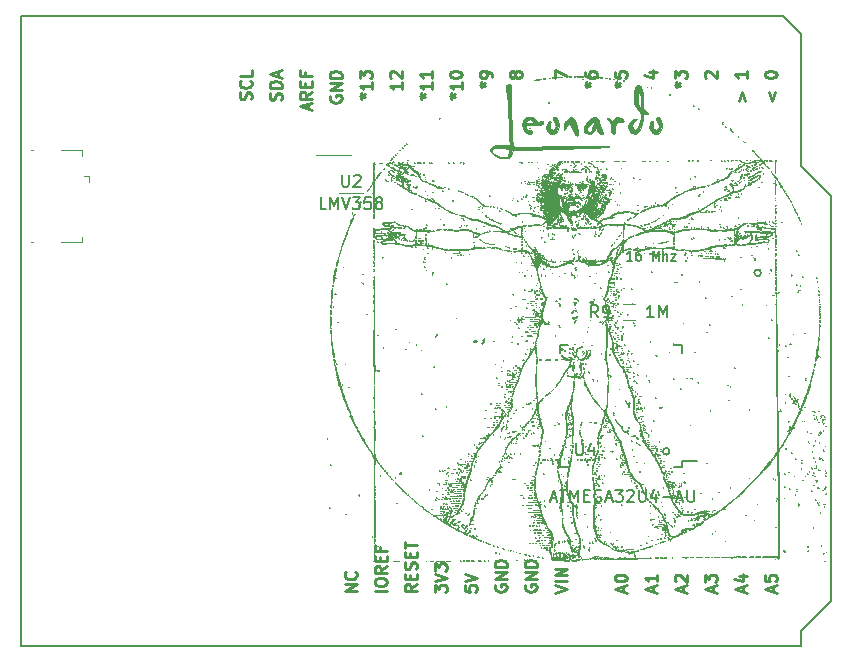
<source format=gbr>
G04 #@! TF.FileFunction,Legend,Top*
%FSLAX46Y46*%
G04 Gerber Fmt 4.6, Leading zero omitted, Abs format (unit mm)*
G04 Created by KiCad (PCBNEW 4.0.7) date 09/19/18 21:44:26*
%MOMM*%
%LPD*%
G01*
G04 APERTURE LIST*
%ADD10C,0.100000*%
%ADD11C,0.200000*%
%ADD12C,0.250000*%
%ADD13C,0.150000*%
%ADD14C,0.010000*%
%ADD15C,0.120000*%
G04 APERTURE END LIST*
D10*
D11*
X169320981Y-97917000D02*
G75*
G03X169320981Y-97917000I-283981J0D01*
G01*
D12*
X135072381Y-124856905D02*
X134072381Y-124856905D01*
X135072381Y-124285476D01*
X134072381Y-124285476D01*
X134977143Y-123237857D02*
X135024762Y-123285476D01*
X135072381Y-123428333D01*
X135072381Y-123523571D01*
X135024762Y-123666429D01*
X134929524Y-123761667D01*
X134834286Y-123809286D01*
X134643810Y-123856905D01*
X134500952Y-123856905D01*
X134310476Y-123809286D01*
X134215238Y-123761667D01*
X134120000Y-123666429D01*
X134072381Y-123523571D01*
X134072381Y-123428333D01*
X134120000Y-123285476D01*
X134167619Y-123237857D01*
X170346667Y-124904524D02*
X170346667Y-124428333D01*
X170632381Y-124999762D02*
X169632381Y-124666429D01*
X170632381Y-124333095D01*
X169632381Y-123523571D02*
X169632381Y-123999762D01*
X170108571Y-124047381D01*
X170060952Y-123999762D01*
X170013333Y-123904524D01*
X170013333Y-123666428D01*
X170060952Y-123571190D01*
X170108571Y-123523571D01*
X170203810Y-123475952D01*
X170441905Y-123475952D01*
X170537143Y-123523571D01*
X170584762Y-123571190D01*
X170632381Y-123666428D01*
X170632381Y-123904524D01*
X170584762Y-123999762D01*
X170537143Y-124047381D01*
X167806667Y-124904524D02*
X167806667Y-124428333D01*
X168092381Y-124999762D02*
X167092381Y-124666429D01*
X168092381Y-124333095D01*
X167425714Y-123571190D02*
X168092381Y-123571190D01*
X167044762Y-123809286D02*
X167759048Y-124047381D01*
X167759048Y-123428333D01*
X165266667Y-124904524D02*
X165266667Y-124428333D01*
X165552381Y-124999762D02*
X164552381Y-124666429D01*
X165552381Y-124333095D01*
X164552381Y-124095000D02*
X164552381Y-123475952D01*
X164933333Y-123809286D01*
X164933333Y-123666428D01*
X164980952Y-123571190D01*
X165028571Y-123523571D01*
X165123810Y-123475952D01*
X165361905Y-123475952D01*
X165457143Y-123523571D01*
X165504762Y-123571190D01*
X165552381Y-123666428D01*
X165552381Y-123952143D01*
X165504762Y-124047381D01*
X165457143Y-124095000D01*
X162726667Y-124904524D02*
X162726667Y-124428333D01*
X163012381Y-124999762D02*
X162012381Y-124666429D01*
X163012381Y-124333095D01*
X162107619Y-124047381D02*
X162060000Y-123999762D01*
X162012381Y-123904524D01*
X162012381Y-123666428D01*
X162060000Y-123571190D01*
X162107619Y-123523571D01*
X162202857Y-123475952D01*
X162298095Y-123475952D01*
X162440952Y-123523571D01*
X163012381Y-124095000D01*
X163012381Y-123475952D01*
X160186667Y-124904524D02*
X160186667Y-124428333D01*
X160472381Y-124999762D02*
X159472381Y-124666429D01*
X160472381Y-124333095D01*
X160472381Y-123475952D02*
X160472381Y-124047381D01*
X160472381Y-123761667D02*
X159472381Y-123761667D01*
X159615238Y-123856905D01*
X159710476Y-123952143D01*
X159758095Y-124047381D01*
X157646667Y-124904524D02*
X157646667Y-124428333D01*
X157932381Y-124999762D02*
X156932381Y-124666429D01*
X157932381Y-124333095D01*
X156932381Y-123809286D02*
X156932381Y-123714047D01*
X156980000Y-123618809D01*
X157027619Y-123571190D01*
X157122857Y-123523571D01*
X157313333Y-123475952D01*
X157551429Y-123475952D01*
X157741905Y-123523571D01*
X157837143Y-123571190D01*
X157884762Y-123618809D01*
X157932381Y-123714047D01*
X157932381Y-123809286D01*
X157884762Y-123904524D01*
X157837143Y-123952143D01*
X157741905Y-123999762D01*
X157551429Y-124047381D01*
X157313333Y-124047381D01*
X157122857Y-123999762D01*
X157027619Y-123952143D01*
X156980000Y-123904524D01*
X156932381Y-123809286D01*
X151852381Y-124999762D02*
X152852381Y-124666429D01*
X151852381Y-124333095D01*
X152852381Y-123999762D02*
X151852381Y-123999762D01*
X152852381Y-123523572D02*
X151852381Y-123523572D01*
X152852381Y-122952143D01*
X151852381Y-122952143D01*
X149360000Y-124333095D02*
X149312381Y-124428333D01*
X149312381Y-124571190D01*
X149360000Y-124714048D01*
X149455238Y-124809286D01*
X149550476Y-124856905D01*
X149740952Y-124904524D01*
X149883810Y-124904524D01*
X150074286Y-124856905D01*
X150169524Y-124809286D01*
X150264762Y-124714048D01*
X150312381Y-124571190D01*
X150312381Y-124475952D01*
X150264762Y-124333095D01*
X150217143Y-124285476D01*
X149883810Y-124285476D01*
X149883810Y-124475952D01*
X150312381Y-123856905D02*
X149312381Y-123856905D01*
X150312381Y-123285476D01*
X149312381Y-123285476D01*
X150312381Y-122809286D02*
X149312381Y-122809286D01*
X149312381Y-122571191D01*
X149360000Y-122428333D01*
X149455238Y-122333095D01*
X149550476Y-122285476D01*
X149740952Y-122237857D01*
X149883810Y-122237857D01*
X150074286Y-122285476D01*
X150169524Y-122333095D01*
X150264762Y-122428333D01*
X150312381Y-122571191D01*
X150312381Y-122809286D01*
X146820000Y-124333095D02*
X146772381Y-124428333D01*
X146772381Y-124571190D01*
X146820000Y-124714048D01*
X146915238Y-124809286D01*
X147010476Y-124856905D01*
X147200952Y-124904524D01*
X147343810Y-124904524D01*
X147534286Y-124856905D01*
X147629524Y-124809286D01*
X147724762Y-124714048D01*
X147772381Y-124571190D01*
X147772381Y-124475952D01*
X147724762Y-124333095D01*
X147677143Y-124285476D01*
X147343810Y-124285476D01*
X147343810Y-124475952D01*
X147772381Y-123856905D02*
X146772381Y-123856905D01*
X147772381Y-123285476D01*
X146772381Y-123285476D01*
X147772381Y-122809286D02*
X146772381Y-122809286D01*
X146772381Y-122571191D01*
X146820000Y-122428333D01*
X146915238Y-122333095D01*
X147010476Y-122285476D01*
X147200952Y-122237857D01*
X147343810Y-122237857D01*
X147534286Y-122285476D01*
X147629524Y-122333095D01*
X147724762Y-122428333D01*
X147772381Y-122571191D01*
X147772381Y-122809286D01*
X141692381Y-124952143D02*
X141692381Y-124333095D01*
X142073333Y-124666429D01*
X142073333Y-124523571D01*
X142120952Y-124428333D01*
X142168571Y-124380714D01*
X142263810Y-124333095D01*
X142501905Y-124333095D01*
X142597143Y-124380714D01*
X142644762Y-124428333D01*
X142692381Y-124523571D01*
X142692381Y-124809286D01*
X142644762Y-124904524D01*
X142597143Y-124952143D01*
X141692381Y-124047381D02*
X142692381Y-123714048D01*
X141692381Y-123380714D01*
X141692381Y-123142619D02*
X141692381Y-122523571D01*
X142073333Y-122856905D01*
X142073333Y-122714047D01*
X142120952Y-122618809D01*
X142168571Y-122571190D01*
X142263810Y-122523571D01*
X142501905Y-122523571D01*
X142597143Y-122571190D01*
X142644762Y-122618809D01*
X142692381Y-122714047D01*
X142692381Y-122999762D01*
X142644762Y-123095000D01*
X142597143Y-123142619D01*
X140152381Y-124285476D02*
X139676190Y-124618810D01*
X140152381Y-124856905D02*
X139152381Y-124856905D01*
X139152381Y-124475952D01*
X139200000Y-124380714D01*
X139247619Y-124333095D01*
X139342857Y-124285476D01*
X139485714Y-124285476D01*
X139580952Y-124333095D01*
X139628571Y-124380714D01*
X139676190Y-124475952D01*
X139676190Y-124856905D01*
X139628571Y-123856905D02*
X139628571Y-123523571D01*
X140152381Y-123380714D02*
X140152381Y-123856905D01*
X139152381Y-123856905D01*
X139152381Y-123380714D01*
X140104762Y-122999762D02*
X140152381Y-122856905D01*
X140152381Y-122618809D01*
X140104762Y-122523571D01*
X140057143Y-122475952D01*
X139961905Y-122428333D01*
X139866667Y-122428333D01*
X139771429Y-122475952D01*
X139723810Y-122523571D01*
X139676190Y-122618809D01*
X139628571Y-122809286D01*
X139580952Y-122904524D01*
X139533333Y-122952143D01*
X139438095Y-122999762D01*
X139342857Y-122999762D01*
X139247619Y-122952143D01*
X139200000Y-122904524D01*
X139152381Y-122809286D01*
X139152381Y-122571190D01*
X139200000Y-122428333D01*
X139628571Y-121999762D02*
X139628571Y-121666428D01*
X140152381Y-121523571D02*
X140152381Y-121999762D01*
X139152381Y-121999762D01*
X139152381Y-121523571D01*
X139152381Y-121237857D02*
X139152381Y-120666428D01*
X140152381Y-120952143D02*
X139152381Y-120952143D01*
X144232381Y-124380714D02*
X144232381Y-124856905D01*
X144708571Y-124904524D01*
X144660952Y-124856905D01*
X144613333Y-124761667D01*
X144613333Y-124523571D01*
X144660952Y-124428333D01*
X144708571Y-124380714D01*
X144803810Y-124333095D01*
X145041905Y-124333095D01*
X145137143Y-124380714D01*
X145184762Y-124428333D01*
X145232381Y-124523571D01*
X145232381Y-124761667D01*
X145184762Y-124856905D01*
X145137143Y-124904524D01*
X144232381Y-124047381D02*
X145232381Y-123714048D01*
X144232381Y-123380714D01*
X137612381Y-124856905D02*
X136612381Y-124856905D01*
X136612381Y-124190239D02*
X136612381Y-123999762D01*
X136660000Y-123904524D01*
X136755238Y-123809286D01*
X136945714Y-123761667D01*
X137279048Y-123761667D01*
X137469524Y-123809286D01*
X137564762Y-123904524D01*
X137612381Y-123999762D01*
X137612381Y-124190239D01*
X137564762Y-124285477D01*
X137469524Y-124380715D01*
X137279048Y-124428334D01*
X136945714Y-124428334D01*
X136755238Y-124380715D01*
X136660000Y-124285477D01*
X136612381Y-124190239D01*
X137612381Y-122761667D02*
X137136190Y-123095001D01*
X137612381Y-123333096D02*
X136612381Y-123333096D01*
X136612381Y-122952143D01*
X136660000Y-122856905D01*
X136707619Y-122809286D01*
X136802857Y-122761667D01*
X136945714Y-122761667D01*
X137040952Y-122809286D01*
X137088571Y-122856905D01*
X137136190Y-122952143D01*
X137136190Y-123333096D01*
X137088571Y-122333096D02*
X137088571Y-121999762D01*
X137612381Y-121856905D02*
X137612381Y-122333096D01*
X136612381Y-122333096D01*
X136612381Y-121856905D01*
X137088571Y-121095000D02*
X137088571Y-121428334D01*
X137612381Y-121428334D02*
X136612381Y-121428334D01*
X136612381Y-120952143D01*
X169965714Y-82597381D02*
X170251429Y-83359286D01*
X170537143Y-82597381D01*
X169632381Y-81168810D02*
X169632381Y-81073571D01*
X169680000Y-80978333D01*
X169727619Y-80930714D01*
X169822857Y-80883095D01*
X170013333Y-80835476D01*
X170251429Y-80835476D01*
X170441905Y-80883095D01*
X170537143Y-80930714D01*
X170584762Y-80978333D01*
X170632381Y-81073571D01*
X170632381Y-81168810D01*
X170584762Y-81264048D01*
X170537143Y-81311667D01*
X170441905Y-81359286D01*
X170251429Y-81406905D01*
X170013333Y-81406905D01*
X169822857Y-81359286D01*
X169727619Y-81311667D01*
X169680000Y-81264048D01*
X169632381Y-81168810D01*
X167425714Y-83359286D02*
X167711429Y-82597381D01*
X167997143Y-83359286D01*
X168092381Y-80835476D02*
X168092381Y-81406905D01*
X168092381Y-81121191D02*
X167092381Y-81121191D01*
X167235238Y-81216429D01*
X167330476Y-81311667D01*
X167378095Y-81406905D01*
X164647619Y-81406905D02*
X164600000Y-81359286D01*
X164552381Y-81264048D01*
X164552381Y-81025952D01*
X164600000Y-80930714D01*
X164647619Y-80883095D01*
X164742857Y-80835476D01*
X164838095Y-80835476D01*
X164980952Y-80883095D01*
X165552381Y-81454524D01*
X165552381Y-80835476D01*
X162012381Y-81978334D02*
X162250476Y-81978334D01*
X162155238Y-82216429D02*
X162250476Y-81978334D01*
X162155238Y-81740238D01*
X162440952Y-82121191D02*
X162250476Y-81978334D01*
X162440952Y-81835476D01*
X162012381Y-81454524D02*
X162012381Y-80835476D01*
X162393333Y-81168810D01*
X162393333Y-81025952D01*
X162440952Y-80930714D01*
X162488571Y-80883095D01*
X162583810Y-80835476D01*
X162821905Y-80835476D01*
X162917143Y-80883095D01*
X162964762Y-80930714D01*
X163012381Y-81025952D01*
X163012381Y-81311667D01*
X162964762Y-81406905D01*
X162917143Y-81454524D01*
X159805714Y-80930714D02*
X160472381Y-80930714D01*
X159424762Y-81168810D02*
X160139048Y-81406905D01*
X160139048Y-80787857D01*
X156932381Y-81978334D02*
X157170476Y-81978334D01*
X157075238Y-82216429D02*
X157170476Y-81978334D01*
X157075238Y-81740238D01*
X157360952Y-82121191D02*
X157170476Y-81978334D01*
X157360952Y-81835476D01*
X156932381Y-80883095D02*
X156932381Y-81359286D01*
X157408571Y-81406905D01*
X157360952Y-81359286D01*
X157313333Y-81264048D01*
X157313333Y-81025952D01*
X157360952Y-80930714D01*
X157408571Y-80883095D01*
X157503810Y-80835476D01*
X157741905Y-80835476D01*
X157837143Y-80883095D01*
X157884762Y-80930714D01*
X157932381Y-81025952D01*
X157932381Y-81264048D01*
X157884762Y-81359286D01*
X157837143Y-81406905D01*
X154392381Y-81978334D02*
X154630476Y-81978334D01*
X154535238Y-82216429D02*
X154630476Y-81978334D01*
X154535238Y-81740238D01*
X154820952Y-82121191D02*
X154630476Y-81978334D01*
X154820952Y-81835476D01*
X154392381Y-80930714D02*
X154392381Y-81121191D01*
X154440000Y-81216429D01*
X154487619Y-81264048D01*
X154630476Y-81359286D01*
X154820952Y-81406905D01*
X155201905Y-81406905D01*
X155297143Y-81359286D01*
X155344762Y-81311667D01*
X155392381Y-81216429D01*
X155392381Y-81025952D01*
X155344762Y-80930714D01*
X155297143Y-80883095D01*
X155201905Y-80835476D01*
X154963810Y-80835476D01*
X154868571Y-80883095D01*
X154820952Y-80930714D01*
X154773333Y-81025952D01*
X154773333Y-81216429D01*
X154820952Y-81311667D01*
X154868571Y-81359286D01*
X154963810Y-81406905D01*
X151852381Y-81454524D02*
X151852381Y-80787857D01*
X152852381Y-81216429D01*
X148470952Y-81216429D02*
X148423333Y-81311667D01*
X148375714Y-81359286D01*
X148280476Y-81406905D01*
X148232857Y-81406905D01*
X148137619Y-81359286D01*
X148090000Y-81311667D01*
X148042381Y-81216429D01*
X148042381Y-81025952D01*
X148090000Y-80930714D01*
X148137619Y-80883095D01*
X148232857Y-80835476D01*
X148280476Y-80835476D01*
X148375714Y-80883095D01*
X148423333Y-80930714D01*
X148470952Y-81025952D01*
X148470952Y-81216429D01*
X148518571Y-81311667D01*
X148566190Y-81359286D01*
X148661429Y-81406905D01*
X148851905Y-81406905D01*
X148947143Y-81359286D01*
X148994762Y-81311667D01*
X149042381Y-81216429D01*
X149042381Y-81025952D01*
X148994762Y-80930714D01*
X148947143Y-80883095D01*
X148851905Y-80835476D01*
X148661429Y-80835476D01*
X148566190Y-80883095D01*
X148518571Y-80930714D01*
X148470952Y-81025952D01*
X145502381Y-81978334D02*
X145740476Y-81978334D01*
X145645238Y-82216429D02*
X145740476Y-81978334D01*
X145645238Y-81740238D01*
X145930952Y-82121191D02*
X145740476Y-81978334D01*
X145930952Y-81835476D01*
X146502381Y-81311667D02*
X146502381Y-81121191D01*
X146454762Y-81025952D01*
X146407143Y-80978333D01*
X146264286Y-80883095D01*
X146073810Y-80835476D01*
X145692857Y-80835476D01*
X145597619Y-80883095D01*
X145550000Y-80930714D01*
X145502381Y-81025952D01*
X145502381Y-81216429D01*
X145550000Y-81311667D01*
X145597619Y-81359286D01*
X145692857Y-81406905D01*
X145930952Y-81406905D01*
X146026190Y-81359286D01*
X146073810Y-81311667D01*
X146121429Y-81216429D01*
X146121429Y-81025952D01*
X146073810Y-80930714D01*
X146026190Y-80883095D01*
X145930952Y-80835476D01*
X142962381Y-82930715D02*
X143200476Y-82930715D01*
X143105238Y-83168810D02*
X143200476Y-82930715D01*
X143105238Y-82692619D01*
X143390952Y-83073572D02*
X143200476Y-82930715D01*
X143390952Y-82787857D01*
X143962381Y-81787857D02*
X143962381Y-82359286D01*
X143962381Y-82073572D02*
X142962381Y-82073572D01*
X143105238Y-82168810D01*
X143200476Y-82264048D01*
X143248095Y-82359286D01*
X142962381Y-81168810D02*
X142962381Y-81073571D01*
X143010000Y-80978333D01*
X143057619Y-80930714D01*
X143152857Y-80883095D01*
X143343333Y-80835476D01*
X143581429Y-80835476D01*
X143771905Y-80883095D01*
X143867143Y-80930714D01*
X143914762Y-80978333D01*
X143962381Y-81073571D01*
X143962381Y-81168810D01*
X143914762Y-81264048D01*
X143867143Y-81311667D01*
X143771905Y-81359286D01*
X143581429Y-81406905D01*
X143343333Y-81406905D01*
X143152857Y-81359286D01*
X143057619Y-81311667D01*
X143010000Y-81264048D01*
X142962381Y-81168810D01*
X140422381Y-82930715D02*
X140660476Y-82930715D01*
X140565238Y-83168810D02*
X140660476Y-82930715D01*
X140565238Y-82692619D01*
X140850952Y-83073572D02*
X140660476Y-82930715D01*
X140850952Y-82787857D01*
X141422381Y-81787857D02*
X141422381Y-82359286D01*
X141422381Y-82073572D02*
X140422381Y-82073572D01*
X140565238Y-82168810D01*
X140660476Y-82264048D01*
X140708095Y-82359286D01*
X141422381Y-80835476D02*
X141422381Y-81406905D01*
X141422381Y-81121191D02*
X140422381Y-81121191D01*
X140565238Y-81216429D01*
X140660476Y-81311667D01*
X140708095Y-81406905D01*
X138882381Y-81787857D02*
X138882381Y-82359286D01*
X138882381Y-82073572D02*
X137882381Y-82073572D01*
X138025238Y-82168810D01*
X138120476Y-82264048D01*
X138168095Y-82359286D01*
X137977619Y-81406905D02*
X137930000Y-81359286D01*
X137882381Y-81264048D01*
X137882381Y-81025952D01*
X137930000Y-80930714D01*
X137977619Y-80883095D01*
X138072857Y-80835476D01*
X138168095Y-80835476D01*
X138310952Y-80883095D01*
X138882381Y-81454524D01*
X138882381Y-80835476D01*
X135342381Y-82930715D02*
X135580476Y-82930715D01*
X135485238Y-83168810D02*
X135580476Y-82930715D01*
X135485238Y-82692619D01*
X135770952Y-83073572D02*
X135580476Y-82930715D01*
X135770952Y-82787857D01*
X136342381Y-81787857D02*
X136342381Y-82359286D01*
X136342381Y-82073572D02*
X135342381Y-82073572D01*
X135485238Y-82168810D01*
X135580476Y-82264048D01*
X135628095Y-82359286D01*
X135342381Y-81454524D02*
X135342381Y-80835476D01*
X135723333Y-81168810D01*
X135723333Y-81025952D01*
X135770952Y-80930714D01*
X135818571Y-80883095D01*
X135913810Y-80835476D01*
X136151905Y-80835476D01*
X136247143Y-80883095D01*
X136294762Y-80930714D01*
X136342381Y-81025952D01*
X136342381Y-81311667D01*
X136294762Y-81406905D01*
X136247143Y-81454524D01*
X132850000Y-82930714D02*
X132802381Y-83025952D01*
X132802381Y-83168809D01*
X132850000Y-83311667D01*
X132945238Y-83406905D01*
X133040476Y-83454524D01*
X133230952Y-83502143D01*
X133373810Y-83502143D01*
X133564286Y-83454524D01*
X133659524Y-83406905D01*
X133754762Y-83311667D01*
X133802381Y-83168809D01*
X133802381Y-83073571D01*
X133754762Y-82930714D01*
X133707143Y-82883095D01*
X133373810Y-82883095D01*
X133373810Y-83073571D01*
X133802381Y-82454524D02*
X132802381Y-82454524D01*
X133802381Y-81883095D01*
X132802381Y-81883095D01*
X133802381Y-81406905D02*
X132802381Y-81406905D01*
X132802381Y-81168810D01*
X132850000Y-81025952D01*
X132945238Y-80930714D01*
X133040476Y-80883095D01*
X133230952Y-80835476D01*
X133373810Y-80835476D01*
X133564286Y-80883095D01*
X133659524Y-80930714D01*
X133754762Y-81025952D01*
X133802381Y-81168810D01*
X133802381Y-81406905D01*
X130976667Y-84073572D02*
X130976667Y-83597381D01*
X131262381Y-84168810D02*
X130262381Y-83835477D01*
X131262381Y-83502143D01*
X131262381Y-82597381D02*
X130786190Y-82930715D01*
X131262381Y-83168810D02*
X130262381Y-83168810D01*
X130262381Y-82787857D01*
X130310000Y-82692619D01*
X130357619Y-82645000D01*
X130452857Y-82597381D01*
X130595714Y-82597381D01*
X130690952Y-82645000D01*
X130738571Y-82692619D01*
X130786190Y-82787857D01*
X130786190Y-83168810D01*
X130738571Y-82168810D02*
X130738571Y-81835476D01*
X131262381Y-81692619D02*
X131262381Y-82168810D01*
X130262381Y-82168810D01*
X130262381Y-81692619D01*
X130738571Y-80930714D02*
X130738571Y-81264048D01*
X131262381Y-81264048D02*
X130262381Y-81264048D01*
X130262381Y-80787857D01*
X128674762Y-83264048D02*
X128722381Y-83121191D01*
X128722381Y-82883095D01*
X128674762Y-82787857D01*
X128627143Y-82740238D01*
X128531905Y-82692619D01*
X128436667Y-82692619D01*
X128341429Y-82740238D01*
X128293810Y-82787857D01*
X128246190Y-82883095D01*
X128198571Y-83073572D01*
X128150952Y-83168810D01*
X128103333Y-83216429D01*
X128008095Y-83264048D01*
X127912857Y-83264048D01*
X127817619Y-83216429D01*
X127770000Y-83168810D01*
X127722381Y-83073572D01*
X127722381Y-82835476D01*
X127770000Y-82692619D01*
X128722381Y-82264048D02*
X127722381Y-82264048D01*
X127722381Y-82025953D01*
X127770000Y-81883095D01*
X127865238Y-81787857D01*
X127960476Y-81740238D01*
X128150952Y-81692619D01*
X128293810Y-81692619D01*
X128484286Y-81740238D01*
X128579524Y-81787857D01*
X128674762Y-81883095D01*
X128722381Y-82025953D01*
X128722381Y-82264048D01*
X128436667Y-81311667D02*
X128436667Y-80835476D01*
X128722381Y-81406905D02*
X127722381Y-81073572D01*
X128722381Y-80740238D01*
X126134762Y-83216429D02*
X126182381Y-83073572D01*
X126182381Y-82835476D01*
X126134762Y-82740238D01*
X126087143Y-82692619D01*
X125991905Y-82645000D01*
X125896667Y-82645000D01*
X125801429Y-82692619D01*
X125753810Y-82740238D01*
X125706190Y-82835476D01*
X125658571Y-83025953D01*
X125610952Y-83121191D01*
X125563333Y-83168810D01*
X125468095Y-83216429D01*
X125372857Y-83216429D01*
X125277619Y-83168810D01*
X125230000Y-83121191D01*
X125182381Y-83025953D01*
X125182381Y-82787857D01*
X125230000Y-82645000D01*
X126087143Y-81645000D02*
X126134762Y-81692619D01*
X126182381Y-81835476D01*
X126182381Y-81930714D01*
X126134762Y-82073572D01*
X126039524Y-82168810D01*
X125944286Y-82216429D01*
X125753810Y-82264048D01*
X125610952Y-82264048D01*
X125420476Y-82216429D01*
X125325238Y-82168810D01*
X125230000Y-82073572D01*
X125182381Y-81930714D01*
X125182381Y-81835476D01*
X125230000Y-81692619D01*
X125277619Y-81645000D01*
X126182381Y-80740238D02*
X126182381Y-81216429D01*
X125182381Y-81216429D01*
D11*
X161573981Y-113030000D02*
G75*
G03X161573981Y-113030000I-283981J0D01*
G01*
D13*
X106680000Y-76200000D02*
X106680000Y-129540000D01*
X172720000Y-88900000D02*
X172720000Y-77724000D01*
X175260000Y-91440000D02*
X172720000Y-88900000D01*
X175260000Y-125730000D02*
X175260000Y-91440000D01*
X172720000Y-128270000D02*
X175260000Y-125730000D01*
X172720000Y-129540000D02*
X172720000Y-128270000D01*
X171196000Y-76200000D02*
X172720000Y-77724000D01*
X106680000Y-129540000D02*
X172720000Y-129540000D01*
X106680000Y-76200000D02*
X171196000Y-76200000D01*
D14*
G36*
X136546167Y-122285691D02*
X136601868Y-122315738D01*
X136609667Y-122326695D01*
X136575098Y-122341494D01*
X136546167Y-122343333D01*
X136489820Y-122321178D01*
X136482667Y-122302328D01*
X136513697Y-122279036D01*
X136546167Y-122285691D01*
X136546167Y-122285691D01*
G37*
X136546167Y-122285691D02*
X136601868Y-122315738D01*
X136609667Y-122326695D01*
X136575098Y-122341494D01*
X136546167Y-122343333D01*
X136489820Y-122321178D01*
X136482667Y-122302328D01*
X136513697Y-122279036D01*
X136546167Y-122285691D01*
G36*
X138596545Y-122288928D02*
X138684626Y-122297085D01*
X138709027Y-122307245D01*
X138682085Y-122325212D01*
X138590125Y-122338137D01*
X138452763Y-122343324D01*
X138446610Y-122343333D01*
X138307079Y-122340897D01*
X138211454Y-122334501D01*
X138179763Y-122325509D01*
X138180055Y-122325167D01*
X138235348Y-122307757D01*
X138342679Y-122295254D01*
X138472820Y-122288648D01*
X138596545Y-122288928D01*
X138596545Y-122288928D01*
G37*
X138596545Y-122288928D02*
X138684626Y-122297085D01*
X138709027Y-122307245D01*
X138682085Y-122325212D01*
X138590125Y-122338137D01*
X138452763Y-122343324D01*
X138446610Y-122343333D01*
X138307079Y-122340897D01*
X138211454Y-122334501D01*
X138179763Y-122325509D01*
X138180055Y-122325167D01*
X138235348Y-122307757D01*
X138342679Y-122295254D01*
X138472820Y-122288648D01*
X138596545Y-122288928D01*
G36*
X140970000Y-122322166D02*
X140948834Y-122343333D01*
X140927667Y-122322166D01*
X140948834Y-122301000D01*
X140970000Y-122322166D01*
X140970000Y-122322166D01*
G37*
X140970000Y-122322166D02*
X140948834Y-122343333D01*
X140927667Y-122322166D01*
X140948834Y-122301000D01*
X140970000Y-122322166D01*
G36*
X141381868Y-122317756D02*
X141369243Y-122336997D01*
X141326306Y-122339991D01*
X141281135Y-122329652D01*
X141300729Y-122314414D01*
X141366891Y-122309368D01*
X141381868Y-122317756D01*
X141381868Y-122317756D01*
G37*
X141381868Y-122317756D02*
X141369243Y-122336997D01*
X141326306Y-122339991D01*
X141281135Y-122329652D01*
X141300729Y-122314414D01*
X141366891Y-122309368D01*
X141381868Y-122317756D01*
G36*
X141520334Y-122322166D02*
X141499167Y-122343333D01*
X141478000Y-122322166D01*
X141499167Y-122301000D01*
X141520334Y-122322166D01*
X141520334Y-122322166D01*
G37*
X141520334Y-122322166D02*
X141499167Y-122343333D01*
X141478000Y-122322166D01*
X141499167Y-122301000D01*
X141520334Y-122322166D01*
G36*
X141816667Y-122322166D02*
X141795500Y-122343333D01*
X141774334Y-122322166D01*
X141795500Y-122301000D01*
X141816667Y-122322166D01*
X141816667Y-122322166D01*
G37*
X141816667Y-122322166D02*
X141795500Y-122343333D01*
X141774334Y-122322166D01*
X141795500Y-122301000D01*
X141816667Y-122322166D01*
G36*
X142038917Y-122315296D02*
X142044235Y-122330748D01*
X141986000Y-122336649D01*
X141925902Y-122329996D01*
X141933084Y-122315296D01*
X142019755Y-122309705D01*
X142038917Y-122315296D01*
X142038917Y-122315296D01*
G37*
X142038917Y-122315296D02*
X142044235Y-122330748D01*
X141986000Y-122336649D01*
X141925902Y-122329996D01*
X141933084Y-122315296D01*
X142019755Y-122309705D01*
X142038917Y-122315296D01*
G36*
X142225889Y-122315111D02*
X142220078Y-122340278D01*
X142197667Y-122343333D01*
X142162822Y-122327844D01*
X142169445Y-122315111D01*
X142219684Y-122310044D01*
X142225889Y-122315111D01*
X142225889Y-122315111D01*
G37*
X142225889Y-122315111D02*
X142220078Y-122340278D01*
X142197667Y-122343333D01*
X142162822Y-122327844D01*
X142169445Y-122315111D01*
X142219684Y-122310044D01*
X142225889Y-122315111D01*
G36*
X142463056Y-122315565D02*
X142464463Y-122329462D01*
X142398192Y-122335138D01*
X142388167Y-122335080D01*
X142322510Y-122328976D01*
X142328777Y-122316091D01*
X142336056Y-122313996D01*
X142428271Y-122307799D01*
X142463056Y-122315565D01*
X142463056Y-122315565D01*
G37*
X142463056Y-122315565D02*
X142464463Y-122329462D01*
X142398192Y-122335138D01*
X142388167Y-122335080D01*
X142322510Y-122328976D01*
X142328777Y-122316091D01*
X142336056Y-122313996D01*
X142428271Y-122307799D01*
X142463056Y-122315565D01*
G36*
X142942482Y-122311867D02*
X142948139Y-122312438D01*
X142988197Y-122320288D01*
X142951928Y-122326242D01*
X142847668Y-122329265D01*
X142811500Y-122329442D01*
X142687921Y-122327577D01*
X142626787Y-122322326D01*
X142638068Y-122314730D01*
X142651806Y-122312780D01*
X142791797Y-122305672D01*
X142942482Y-122311867D01*
X142942482Y-122311867D01*
G37*
X142942482Y-122311867D02*
X142948139Y-122312438D01*
X142988197Y-122320288D01*
X142951928Y-122326242D01*
X142847668Y-122329265D01*
X142811500Y-122329442D01*
X142687921Y-122327577D01*
X142626787Y-122322326D01*
X142638068Y-122314730D01*
X142651806Y-122312780D01*
X142791797Y-122305672D01*
X142942482Y-122311867D01*
G36*
X152009853Y-121615636D02*
X151998083Y-121676583D01*
X151990671Y-121795571D01*
X152015312Y-121909218D01*
X152062383Y-121990523D01*
X152118155Y-122013394D01*
X152178205Y-122032979D01*
X152188334Y-122066310D01*
X152212991Y-122123789D01*
X152235256Y-122131666D01*
X152262910Y-122096362D01*
X152252229Y-122015250D01*
X152225134Y-121891215D01*
X152211225Y-121804469D01*
X152177735Y-121696811D01*
X152145494Y-121644223D01*
X152121012Y-121603587D01*
X152148680Y-121587323D01*
X152243223Y-121588887D01*
X152266514Y-121590421D01*
X152371883Y-121606191D01*
X152434780Y-121630322D01*
X152442851Y-121653309D01*
X152383745Y-121665644D01*
X152364722Y-121666000D01*
X152307812Y-121688946D01*
X152285070Y-121770356D01*
X152283374Y-121803583D01*
X152301647Y-121969948D01*
X152361762Y-122083417D01*
X152456303Y-122130998D01*
X152470654Y-122131666D01*
X152536772Y-122119291D01*
X152566935Y-122066310D01*
X152576041Y-121972916D01*
X152578927Y-121846932D01*
X152577132Y-121748359D01*
X152576540Y-121740083D01*
X152600997Y-121677751D01*
X152634929Y-121666000D01*
X152674936Y-121686139D01*
X152691636Y-121758152D01*
X152691407Y-121867083D01*
X152687836Y-122003507D01*
X152688309Y-122112821D01*
X152689810Y-122141443D01*
X152731875Y-122207335D01*
X152820468Y-122243749D01*
X152919900Y-122241414D01*
X152973073Y-122215028D01*
X153043749Y-122182990D01*
X153074208Y-122219587D01*
X153062725Y-122278007D01*
X153006176Y-122324148D01*
X152907971Y-122342808D01*
X152807559Y-122330814D01*
X152757185Y-122302584D01*
X152698503Y-122281855D01*
X152577679Y-122262127D01*
X152417207Y-122246745D01*
X152357135Y-122243075D01*
X152191430Y-122233654D01*
X152060695Y-122224777D01*
X151985906Y-122217926D01*
X151976667Y-122216222D01*
X151924270Y-122212610D01*
X151822838Y-122214209D01*
X151802590Y-122215047D01*
X151647906Y-122193297D01*
X151552129Y-122110829D01*
X151552043Y-122110500D01*
X151807334Y-122110500D01*
X151828500Y-122131666D01*
X151849667Y-122110500D01*
X151828500Y-122089333D01*
X151807334Y-122110500D01*
X151552043Y-122110500D01*
X151514451Y-121966841D01*
X151513865Y-121927559D01*
X151517432Y-121829334D01*
X151528474Y-121807869D01*
X151555187Y-121855260D01*
X151565611Y-121877666D01*
X151648030Y-122003432D01*
X151741341Y-122046345D01*
X151741717Y-122046351D01*
X151752379Y-122023989D01*
X151731134Y-121996200D01*
X151692359Y-121916842D01*
X151681991Y-121837450D01*
X151685334Y-121769941D01*
X151699314Y-121771500D01*
X151734489Y-121846311D01*
X151740783Y-121860747D01*
X151802877Y-121966321D01*
X151866023Y-122019280D01*
X151914936Y-122013162D01*
X151934334Y-121942593D01*
X151918675Y-121820743D01*
X151894417Y-121735857D01*
X151875956Y-121651056D01*
X151911330Y-121609310D01*
X151919046Y-121606101D01*
X151992990Y-121584773D01*
X152009853Y-121615636D01*
X152009853Y-121615636D01*
G37*
X152009853Y-121615636D02*
X151998083Y-121676583D01*
X151990671Y-121795571D01*
X152015312Y-121909218D01*
X152062383Y-121990523D01*
X152118155Y-122013394D01*
X152178205Y-122032979D01*
X152188334Y-122066310D01*
X152212991Y-122123789D01*
X152235256Y-122131666D01*
X152262910Y-122096362D01*
X152252229Y-122015250D01*
X152225134Y-121891215D01*
X152211225Y-121804469D01*
X152177735Y-121696811D01*
X152145494Y-121644223D01*
X152121012Y-121603587D01*
X152148680Y-121587323D01*
X152243223Y-121588887D01*
X152266514Y-121590421D01*
X152371883Y-121606191D01*
X152434780Y-121630322D01*
X152442851Y-121653309D01*
X152383745Y-121665644D01*
X152364722Y-121666000D01*
X152307812Y-121688946D01*
X152285070Y-121770356D01*
X152283374Y-121803583D01*
X152301647Y-121969948D01*
X152361762Y-122083417D01*
X152456303Y-122130998D01*
X152470654Y-122131666D01*
X152536772Y-122119291D01*
X152566935Y-122066310D01*
X152576041Y-121972916D01*
X152578927Y-121846932D01*
X152577132Y-121748359D01*
X152576540Y-121740083D01*
X152600997Y-121677751D01*
X152634929Y-121666000D01*
X152674936Y-121686139D01*
X152691636Y-121758152D01*
X152691407Y-121867083D01*
X152687836Y-122003507D01*
X152688309Y-122112821D01*
X152689810Y-122141443D01*
X152731875Y-122207335D01*
X152820468Y-122243749D01*
X152919900Y-122241414D01*
X152973073Y-122215028D01*
X153043749Y-122182990D01*
X153074208Y-122219587D01*
X153062725Y-122278007D01*
X153006176Y-122324148D01*
X152907971Y-122342808D01*
X152807559Y-122330814D01*
X152757185Y-122302584D01*
X152698503Y-122281855D01*
X152577679Y-122262127D01*
X152417207Y-122246745D01*
X152357135Y-122243075D01*
X152191430Y-122233654D01*
X152060695Y-122224777D01*
X151985906Y-122217926D01*
X151976667Y-122216222D01*
X151924270Y-122212610D01*
X151822838Y-122214209D01*
X151802590Y-122215047D01*
X151647906Y-122193297D01*
X151552129Y-122110829D01*
X151552043Y-122110500D01*
X151807334Y-122110500D01*
X151828500Y-122131666D01*
X151849667Y-122110500D01*
X151828500Y-122089333D01*
X151807334Y-122110500D01*
X151552043Y-122110500D01*
X151514451Y-121966841D01*
X151513865Y-121927559D01*
X151517432Y-121829334D01*
X151528474Y-121807869D01*
X151555187Y-121855260D01*
X151565611Y-121877666D01*
X151648030Y-122003432D01*
X151741341Y-122046345D01*
X151741717Y-122046351D01*
X151752379Y-122023989D01*
X151731134Y-121996200D01*
X151692359Y-121916842D01*
X151681991Y-121837450D01*
X151685334Y-121769941D01*
X151699314Y-121771500D01*
X151734489Y-121846311D01*
X151740783Y-121860747D01*
X151802877Y-121966321D01*
X151866023Y-122019280D01*
X151914936Y-122013162D01*
X151934334Y-121942593D01*
X151918675Y-121820743D01*
X151894417Y-121735857D01*
X151875956Y-121651056D01*
X151911330Y-121609310D01*
X151919046Y-121606101D01*
X151992990Y-121584773D01*
X152009853Y-121615636D01*
G36*
X153071160Y-121700190D02*
X153092642Y-121729500D01*
X153149218Y-121785815D01*
X153181838Y-121793000D01*
X153239814Y-121818701D01*
X153233895Y-121872343D01*
X153204334Y-121898833D01*
X153168237Y-121963103D01*
X153166774Y-122059860D01*
X153198182Y-122145147D01*
X153214917Y-122162859D01*
X153307171Y-122206739D01*
X153429003Y-122232919D01*
X153542867Y-122236251D01*
X153606248Y-122216542D01*
X153676450Y-122187557D01*
X153796533Y-122162195D01*
X153864771Y-122153482D01*
X153971048Y-122146866D01*
X154007063Y-122154054D01*
X153987500Y-122166322D01*
X153893690Y-122205742D01*
X153770353Y-122260263D01*
X153745443Y-122271562D01*
X153632503Y-122318469D01*
X153544065Y-122334996D01*
X153440926Y-122323996D01*
X153337995Y-122301211D01*
X153201940Y-122254814D01*
X153128540Y-122183210D01*
X153095825Y-122063868D01*
X153094267Y-122051233D01*
X153054817Y-121927069D01*
X152993603Y-121836269D01*
X152931034Y-121760183D01*
X152908000Y-121708333D01*
X152938869Y-121671193D01*
X153005996Y-121669939D01*
X153071160Y-121700190D01*
X153071160Y-121700190D01*
G37*
X153071160Y-121700190D02*
X153092642Y-121729500D01*
X153149218Y-121785815D01*
X153181838Y-121793000D01*
X153239814Y-121818701D01*
X153233895Y-121872343D01*
X153204334Y-121898833D01*
X153168237Y-121963103D01*
X153166774Y-122059860D01*
X153198182Y-122145147D01*
X153214917Y-122162859D01*
X153307171Y-122206739D01*
X153429003Y-122232919D01*
X153542867Y-122236251D01*
X153606248Y-122216542D01*
X153676450Y-122187557D01*
X153796533Y-122162195D01*
X153864771Y-122153482D01*
X153971048Y-122146866D01*
X154007063Y-122154054D01*
X153987500Y-122166322D01*
X153893690Y-122205742D01*
X153770353Y-122260263D01*
X153745443Y-122271562D01*
X153632503Y-122318469D01*
X153544065Y-122334996D01*
X153440926Y-122323996D01*
X153337995Y-122301211D01*
X153201940Y-122254814D01*
X153128540Y-122183210D01*
X153095825Y-122063868D01*
X153094267Y-122051233D01*
X153054817Y-121927069D01*
X152993603Y-121836269D01*
X152931034Y-121760183D01*
X152908000Y-121708333D01*
X152938869Y-121671193D01*
X153005996Y-121669939D01*
X153071160Y-121700190D01*
G36*
X174709667Y-122322166D02*
X174688500Y-122343333D01*
X174667334Y-122322166D01*
X174688500Y-122301000D01*
X174709667Y-122322166D01*
X174709667Y-122322166D01*
G37*
X174709667Y-122322166D02*
X174688500Y-122343333D01*
X174667334Y-122322166D01*
X174688500Y-122301000D01*
X174709667Y-122322166D01*
G36*
X143891000Y-122279833D02*
X143869834Y-122301000D01*
X143848667Y-122279833D01*
X143869834Y-122258666D01*
X143891000Y-122279833D01*
X143891000Y-122279833D01*
G37*
X143891000Y-122279833D02*
X143869834Y-122301000D01*
X143848667Y-122279833D01*
X143869834Y-122258666D01*
X143891000Y-122279833D01*
G36*
X144175868Y-122275423D02*
X144163243Y-122294664D01*
X144120306Y-122297657D01*
X144075135Y-122287319D01*
X144094729Y-122272081D01*
X144160891Y-122267034D01*
X144175868Y-122275423D01*
X144175868Y-122275423D01*
G37*
X144175868Y-122275423D02*
X144163243Y-122294664D01*
X144120306Y-122297657D01*
X144075135Y-122287319D01*
X144094729Y-122272081D01*
X144160891Y-122267034D01*
X144175868Y-122275423D01*
G36*
X144429868Y-122275423D02*
X144417243Y-122294664D01*
X144374306Y-122297657D01*
X144329135Y-122287319D01*
X144348729Y-122272081D01*
X144414891Y-122267034D01*
X144429868Y-122275423D01*
X144429868Y-122275423D01*
G37*
X144429868Y-122275423D02*
X144417243Y-122294664D01*
X144374306Y-122297657D01*
X144329135Y-122287319D01*
X144348729Y-122272081D01*
X144414891Y-122267034D01*
X144429868Y-122275423D01*
G36*
X144621250Y-122272963D02*
X144626568Y-122288414D01*
X144568334Y-122294315D01*
X144508236Y-122287663D01*
X144515417Y-122272963D01*
X144602088Y-122267372D01*
X144621250Y-122272963D01*
X144621250Y-122272963D01*
G37*
X144621250Y-122272963D02*
X144626568Y-122288414D01*
X144568334Y-122294315D01*
X144508236Y-122287663D01*
X144515417Y-122272963D01*
X144602088Y-122267372D01*
X144621250Y-122272963D01*
G36*
X144780000Y-122279833D02*
X144758834Y-122301000D01*
X144737667Y-122279833D01*
X144758834Y-122258666D01*
X144780000Y-122279833D01*
X144780000Y-122279833D01*
G37*
X144780000Y-122279833D02*
X144758834Y-122301000D01*
X144737667Y-122279833D01*
X144758834Y-122258666D01*
X144780000Y-122279833D01*
G36*
X144864667Y-122279833D02*
X144843500Y-122301000D01*
X144822334Y-122279833D01*
X144843500Y-122258666D01*
X144864667Y-122279833D01*
X144864667Y-122279833D01*
G37*
X144864667Y-122279833D02*
X144843500Y-122301000D01*
X144822334Y-122279833D01*
X144843500Y-122258666D01*
X144864667Y-122279833D01*
G36*
X144991667Y-122279833D02*
X144970500Y-122301000D01*
X144949334Y-122279833D01*
X144970500Y-122258666D01*
X144991667Y-122279833D01*
X144991667Y-122279833D01*
G37*
X144991667Y-122279833D02*
X144970500Y-122301000D01*
X144949334Y-122279833D01*
X144970500Y-122258666D01*
X144991667Y-122279833D01*
G36*
X145552584Y-122271123D02*
X145572645Y-122281592D01*
X145519458Y-122288235D01*
X145457334Y-122289469D01*
X145365773Y-122286167D01*
X145340638Y-122277724D01*
X145362084Y-122271123D01*
X145485442Y-122264120D01*
X145552584Y-122271123D01*
X145552584Y-122271123D01*
G37*
X145552584Y-122271123D02*
X145572645Y-122281592D01*
X145519458Y-122288235D01*
X145457334Y-122289469D01*
X145365773Y-122286167D01*
X145340638Y-122277724D01*
X145362084Y-122271123D01*
X145485442Y-122264120D01*
X145552584Y-122271123D01*
G36*
X145923000Y-122279833D02*
X145901834Y-122301000D01*
X145880667Y-122279833D01*
X145901834Y-122258666D01*
X145923000Y-122279833D01*
X145923000Y-122279833D01*
G37*
X145923000Y-122279833D02*
X145901834Y-122301000D01*
X145880667Y-122279833D01*
X145901834Y-122258666D01*
X145923000Y-122279833D01*
G36*
X146219334Y-122279833D02*
X146198167Y-122301000D01*
X146177000Y-122279833D01*
X146198167Y-122258666D01*
X146219334Y-122279833D01*
X146219334Y-122279833D01*
G37*
X146219334Y-122279833D02*
X146198167Y-122301000D01*
X146177000Y-122279833D01*
X146198167Y-122258666D01*
X146219334Y-122279833D01*
G36*
X147204389Y-122230898D02*
X147205796Y-122244796D01*
X147139525Y-122250471D01*
X147129500Y-122250413D01*
X147063843Y-122244309D01*
X147070111Y-122231424D01*
X147077389Y-122229330D01*
X147169604Y-122223132D01*
X147204389Y-122230898D01*
X147204389Y-122230898D01*
G37*
X147204389Y-122230898D02*
X147205796Y-122244796D01*
X147139525Y-122250471D01*
X147129500Y-122250413D01*
X147063843Y-122244309D01*
X147070111Y-122231424D01*
X147077389Y-122229330D01*
X147169604Y-122223132D01*
X147204389Y-122230898D01*
G36*
X148632334Y-122237500D02*
X148611167Y-122258666D01*
X148590000Y-122237500D01*
X148611167Y-122216333D01*
X148632334Y-122237500D01*
X148632334Y-122237500D01*
G37*
X148632334Y-122237500D02*
X148611167Y-122258666D01*
X148590000Y-122237500D01*
X148611167Y-122216333D01*
X148632334Y-122237500D01*
G36*
X136558649Y-121724842D02*
X136563548Y-121875485D01*
X136563991Y-121909416D01*
X136561315Y-122058330D01*
X136551160Y-122167411D01*
X136535629Y-122215631D01*
X136533333Y-122216333D01*
X136517998Y-122177917D01*
X136511594Y-122077696D01*
X136514857Y-121951750D01*
X136527713Y-121772085D01*
X136539871Y-121673884D01*
X136550470Y-121657889D01*
X136558649Y-121724842D01*
X136558649Y-121724842D01*
G37*
X136558649Y-121724842D02*
X136563548Y-121875485D01*
X136563991Y-121909416D01*
X136561315Y-122058330D01*
X136551160Y-122167411D01*
X136535629Y-122215631D01*
X136533333Y-122216333D01*
X136517998Y-122177917D01*
X136511594Y-122077696D01*
X136514857Y-121951750D01*
X136527713Y-121772085D01*
X136539871Y-121673884D01*
X136550470Y-121657889D01*
X136558649Y-121724842D01*
G36*
X149267334Y-122195166D02*
X149246167Y-122216333D01*
X149225000Y-122195166D01*
X149246167Y-122174000D01*
X149267334Y-122195166D01*
X149267334Y-122195166D01*
G37*
X149267334Y-122195166D02*
X149246167Y-122216333D01*
X149225000Y-122195166D01*
X149246167Y-122174000D01*
X149267334Y-122195166D01*
G36*
X149563667Y-122195166D02*
X149542500Y-122216333D01*
X149521334Y-122195166D01*
X149542500Y-122174000D01*
X149563667Y-122195166D01*
X149563667Y-122195166D01*
G37*
X149563667Y-122195166D02*
X149542500Y-122216333D01*
X149521334Y-122195166D01*
X149542500Y-122174000D01*
X149563667Y-122195166D01*
G36*
X154206222Y-122188111D02*
X154200411Y-122213278D01*
X154178000Y-122216333D01*
X154143155Y-122200844D01*
X154149778Y-122188111D01*
X154200018Y-122183044D01*
X154206222Y-122188111D01*
X154206222Y-122188111D01*
G37*
X154206222Y-122188111D02*
X154200411Y-122213278D01*
X154178000Y-122216333D01*
X154143155Y-122200844D01*
X154149778Y-122188111D01*
X154200018Y-122183044D01*
X154206222Y-122188111D01*
G36*
X154605387Y-122126711D02*
X154623176Y-122132140D01*
X154660934Y-122153175D01*
X154626896Y-122169053D01*
X154548417Y-122180585D01*
X154446800Y-122185846D01*
X154392493Y-122175528D01*
X154389667Y-122170436D01*
X154425503Y-122134313D01*
X154509278Y-122117792D01*
X154605387Y-122126711D01*
X154605387Y-122126711D01*
G37*
X154605387Y-122126711D02*
X154623176Y-122132140D01*
X154660934Y-122153175D01*
X154626896Y-122169053D01*
X154548417Y-122180585D01*
X154446800Y-122185846D01*
X154392493Y-122175528D01*
X154389667Y-122170436D01*
X154425503Y-122134313D01*
X154509278Y-122117792D01*
X154605387Y-122126711D01*
G36*
X158641240Y-121825639D02*
X158678284Y-121931812D01*
X158686051Y-122009752D01*
X158684260Y-122016139D01*
X158695527Y-122039603D01*
X158758319Y-122053415D01*
X158883038Y-122058497D01*
X159080081Y-122055768D01*
X159119240Y-122054662D01*
X159300728Y-122051407D01*
X159442951Y-122052961D01*
X159529918Y-122058871D01*
X159548630Y-122066815D01*
X159501035Y-122074530D01*
X159380273Y-122082994D01*
X159197832Y-122091723D01*
X158965202Y-122100231D01*
X158693874Y-122108037D01*
X158427403Y-122114034D01*
X158112364Y-122121202D01*
X157808496Y-122129900D01*
X157531334Y-122139548D01*
X157296411Y-122149566D01*
X157119263Y-122159372D01*
X157035304Y-122166068D01*
X156855961Y-122177518D01*
X156683789Y-122177027D01*
X156569638Y-122166542D01*
X156433377Y-122148745D01*
X156257192Y-122133956D01*
X156125334Y-122127206D01*
X155850167Y-122117866D01*
X155983211Y-122103444D01*
X156605111Y-122103444D01*
X156610922Y-122128611D01*
X156633334Y-122131666D01*
X156668179Y-122116177D01*
X156661556Y-122103444D01*
X156611316Y-122098377D01*
X156605111Y-122103444D01*
X155983211Y-122103444D01*
X156083000Y-122092627D01*
X156208612Y-122076090D01*
X156258230Y-122060109D01*
X156240419Y-122041002D01*
X156220962Y-122033295D01*
X156131499Y-122015937D01*
X156086304Y-122023791D01*
X156031821Y-122020467D01*
X156022857Y-122010098D01*
X156042377Y-121978874D01*
X156121611Y-121953982D01*
X156132159Y-121952301D01*
X156265775Y-121960776D01*
X156347361Y-122015027D01*
X156436303Y-122072367D01*
X156552594Y-122073959D01*
X156570499Y-122070834D01*
X156672087Y-122063106D01*
X156732446Y-122079434D01*
X156735061Y-122082690D01*
X156787590Y-122101033D01*
X156900271Y-122108849D01*
X157049177Y-122105600D01*
X157192601Y-122092987D01*
X157240221Y-122062356D01*
X157309018Y-121996684D01*
X157369553Y-121939917D01*
X157393067Y-121946759D01*
X157395334Y-121972664D01*
X157430687Y-122039586D01*
X157480000Y-122068166D01*
X157582352Y-122078657D01*
X157677169Y-122056293D01*
X157730892Y-122010708D01*
X157734000Y-121995252D01*
X157759304Y-121984025D01*
X157810557Y-122018494D01*
X157878080Y-122057294D01*
X157984447Y-122076431D01*
X158150098Y-122079100D01*
X158191142Y-122077971D01*
X158339386Y-122069308D01*
X158447741Y-122055577D01*
X158495021Y-122039577D01*
X158495585Y-122037745D01*
X158527735Y-122024266D01*
X158564297Y-122033532D01*
X158604904Y-122038521D01*
X158618204Y-121998896D01*
X158608735Y-121896975D01*
X158605373Y-121873453D01*
X158578152Y-121687166D01*
X158641240Y-121825639D01*
X158641240Y-121825639D01*
G37*
X158641240Y-121825639D02*
X158678284Y-121931812D01*
X158686051Y-122009752D01*
X158684260Y-122016139D01*
X158695527Y-122039603D01*
X158758319Y-122053415D01*
X158883038Y-122058497D01*
X159080081Y-122055768D01*
X159119240Y-122054662D01*
X159300728Y-122051407D01*
X159442951Y-122052961D01*
X159529918Y-122058871D01*
X159548630Y-122066815D01*
X159501035Y-122074530D01*
X159380273Y-122082994D01*
X159197832Y-122091723D01*
X158965202Y-122100231D01*
X158693874Y-122108037D01*
X158427403Y-122114034D01*
X158112364Y-122121202D01*
X157808496Y-122129900D01*
X157531334Y-122139548D01*
X157296411Y-122149566D01*
X157119263Y-122159372D01*
X157035304Y-122166068D01*
X156855961Y-122177518D01*
X156683789Y-122177027D01*
X156569638Y-122166542D01*
X156433377Y-122148745D01*
X156257192Y-122133956D01*
X156125334Y-122127206D01*
X155850167Y-122117866D01*
X155983211Y-122103444D01*
X156605111Y-122103444D01*
X156610922Y-122128611D01*
X156633334Y-122131666D01*
X156668179Y-122116177D01*
X156661556Y-122103444D01*
X156611316Y-122098377D01*
X156605111Y-122103444D01*
X155983211Y-122103444D01*
X156083000Y-122092627D01*
X156208612Y-122076090D01*
X156258230Y-122060109D01*
X156240419Y-122041002D01*
X156220962Y-122033295D01*
X156131499Y-122015937D01*
X156086304Y-122023791D01*
X156031821Y-122020467D01*
X156022857Y-122010098D01*
X156042377Y-121978874D01*
X156121611Y-121953982D01*
X156132159Y-121952301D01*
X156265775Y-121960776D01*
X156347361Y-122015027D01*
X156436303Y-122072367D01*
X156552594Y-122073959D01*
X156570499Y-122070834D01*
X156672087Y-122063106D01*
X156732446Y-122079434D01*
X156735061Y-122082690D01*
X156787590Y-122101033D01*
X156900271Y-122108849D01*
X157049177Y-122105600D01*
X157192601Y-122092987D01*
X157240221Y-122062356D01*
X157309018Y-121996684D01*
X157369553Y-121939917D01*
X157393067Y-121946759D01*
X157395334Y-121972664D01*
X157430687Y-122039586D01*
X157480000Y-122068166D01*
X157582352Y-122078657D01*
X157677169Y-122056293D01*
X157730892Y-122010708D01*
X157734000Y-121995252D01*
X157759304Y-121984025D01*
X157810557Y-122018494D01*
X157878080Y-122057294D01*
X157984447Y-122076431D01*
X158150098Y-122079100D01*
X158191142Y-122077971D01*
X158339386Y-122069308D01*
X158447741Y-122055577D01*
X158495021Y-122039577D01*
X158495585Y-122037745D01*
X158527735Y-122024266D01*
X158564297Y-122033532D01*
X158604904Y-122038521D01*
X158618204Y-121998896D01*
X158608735Y-121896975D01*
X158605373Y-121873453D01*
X158578152Y-121687166D01*
X158641240Y-121825639D01*
G36*
X154305000Y-122152833D02*
X154283834Y-122174000D01*
X154262667Y-122152833D01*
X154283834Y-122131666D01*
X154305000Y-122152833D01*
X154305000Y-122152833D01*
G37*
X154305000Y-122152833D02*
X154283834Y-122174000D01*
X154262667Y-122152833D01*
X154283834Y-122131666D01*
X154305000Y-122152833D01*
G36*
X155222222Y-122103444D02*
X155227289Y-122153684D01*
X155222222Y-122159888D01*
X155197055Y-122154077D01*
X155194000Y-122131666D01*
X155209489Y-122096821D01*
X155222222Y-122103444D01*
X155222222Y-122103444D01*
G37*
X155222222Y-122103444D02*
X155227289Y-122153684D01*
X155222222Y-122159888D01*
X155197055Y-122154077D01*
X155194000Y-122131666D01*
X155209489Y-122096821D01*
X155222222Y-122103444D01*
G36*
X170518667Y-122152833D02*
X170497500Y-122174000D01*
X170476334Y-122152833D01*
X170497500Y-122131666D01*
X170518667Y-122152833D01*
X170518667Y-122152833D01*
G37*
X170518667Y-122152833D02*
X170497500Y-122174000D01*
X170476334Y-122152833D01*
X170497500Y-122131666D01*
X170518667Y-122152833D01*
G36*
X155236906Y-121989272D02*
X155120726Y-122029095D01*
X155026253Y-122046931D01*
X155022305Y-122047000D01*
X154943299Y-122067603D01*
X154918834Y-122089333D01*
X154869031Y-122128489D01*
X154791950Y-122103208D01*
X154774100Y-122092351D01*
X154762359Y-122064742D01*
X154825930Y-122040331D01*
X154915952Y-122024052D01*
X155023600Y-122001073D01*
X155072700Y-121975942D01*
X155067528Y-121962659D01*
X155073059Y-121944066D01*
X155145129Y-121932944D01*
X155195691Y-121931545D01*
X155374198Y-121931545D01*
X155236906Y-121989272D01*
X155236906Y-121989272D01*
G37*
X155236906Y-121989272D02*
X155120726Y-122029095D01*
X155026253Y-122046931D01*
X155022305Y-122047000D01*
X154943299Y-122067603D01*
X154918834Y-122089333D01*
X154869031Y-122128489D01*
X154791950Y-122103208D01*
X154774100Y-122092351D01*
X154762359Y-122064742D01*
X154825930Y-122040331D01*
X154915952Y-122024052D01*
X155023600Y-122001073D01*
X155072700Y-121975942D01*
X155067528Y-121962659D01*
X155073059Y-121944066D01*
X155145129Y-121932944D01*
X155195691Y-121931545D01*
X155374198Y-121931545D01*
X155236906Y-121989272D01*
G36*
X155363334Y-122110500D02*
X155342167Y-122131666D01*
X155321000Y-122110500D01*
X155342167Y-122089333D01*
X155363334Y-122110500D01*
X155363334Y-122110500D01*
G37*
X155363334Y-122110500D02*
X155342167Y-122131666D01*
X155321000Y-122110500D01*
X155342167Y-122089333D01*
X155363334Y-122110500D01*
G36*
X155602782Y-122072934D02*
X155596167Y-122089333D01*
X155558126Y-122129718D01*
X155551335Y-122131666D01*
X155533152Y-122098913D01*
X155532667Y-122089333D01*
X155565211Y-122048626D01*
X155577499Y-122047000D01*
X155602782Y-122072934D01*
X155602782Y-122072934D01*
G37*
X155602782Y-122072934D02*
X155596167Y-122089333D01*
X155558126Y-122129718D01*
X155551335Y-122131666D01*
X155533152Y-122098913D01*
X155532667Y-122089333D01*
X155565211Y-122048626D01*
X155577499Y-122047000D01*
X155602782Y-122072934D01*
G36*
X155799169Y-122077772D02*
X155807834Y-122089333D01*
X155798237Y-122125574D01*
X155767999Y-122131666D01*
X155710077Y-122109564D01*
X155702000Y-122089333D01*
X155732384Y-122048211D01*
X155741835Y-122047000D01*
X155799169Y-122077772D01*
X155799169Y-122077772D01*
G37*
X155799169Y-122077772D02*
X155807834Y-122089333D01*
X155798237Y-122125574D01*
X155767999Y-122131666D01*
X155710077Y-122109564D01*
X155702000Y-122089333D01*
X155732384Y-122048211D01*
X155741835Y-122047000D01*
X155799169Y-122077772D01*
G36*
X170632113Y-104348557D02*
X170640134Y-104449397D01*
X170646695Y-104605051D01*
X170650997Y-104800596D01*
X170651504Y-104842027D01*
X170654930Y-105120709D01*
X170659541Y-105438493D01*
X170664645Y-105749835D01*
X170668135Y-105939166D01*
X170670731Y-106088048D01*
X170674178Y-106311347D01*
X170678339Y-106598818D01*
X170683074Y-106940219D01*
X170688244Y-107325304D01*
X170693711Y-107743830D01*
X170699336Y-108185553D01*
X170704980Y-108640228D01*
X170707144Y-108817833D01*
X170714016Y-109371204D01*
X170721003Y-109907916D01*
X170727993Y-110420920D01*
X170734877Y-110903171D01*
X170741544Y-111347620D01*
X170747882Y-111747220D01*
X170753782Y-112094926D01*
X170759133Y-112383688D01*
X170763823Y-112606462D01*
X170767744Y-112756198D01*
X170769825Y-112810998D01*
X170793664Y-112813690D01*
X170847933Y-112770796D01*
X170911724Y-112704058D01*
X170964131Y-112635218D01*
X170984334Y-112587914D01*
X171005692Y-112537277D01*
X171062247Y-112434266D01*
X171142714Y-112297279D01*
X171235812Y-112144710D01*
X171330259Y-111994957D01*
X171414771Y-111866414D01*
X171478066Y-111777479D01*
X171491555Y-111760897D01*
X171553111Y-111668318D01*
X171577000Y-111592280D01*
X171601013Y-111503445D01*
X171637000Y-111440127D01*
X171673056Y-111354467D01*
X171652983Y-111305036D01*
X171636050Y-111261401D01*
X171677650Y-111252000D01*
X171739335Y-111230827D01*
X171728131Y-111171251D01*
X171693417Y-111127236D01*
X171665102Y-111087512D01*
X171705674Y-111093325D01*
X171717729Y-111097481D01*
X171806168Y-111096087D01*
X171845868Y-111071961D01*
X171879414Y-111019856D01*
X171940342Y-110910021D01*
X172020198Y-110759167D01*
X172110532Y-110584007D01*
X172202892Y-110401252D01*
X172288828Y-110227613D01*
X172359887Y-110079802D01*
X172407619Y-109974530D01*
X172423667Y-109929434D01*
X172441383Y-109854250D01*
X172485226Y-109751948D01*
X172541242Y-109648055D01*
X172595475Y-109568094D01*
X172633970Y-109537591D01*
X172637291Y-109538709D01*
X172655550Y-109591073D01*
X172624218Y-109657836D01*
X172577166Y-109746374D01*
X172515623Y-109880725D01*
X172468418Y-109993609D01*
X172395269Y-110162268D01*
X172291911Y-110381646D01*
X172168358Y-110632267D01*
X172034621Y-110894654D01*
X171900711Y-111149333D01*
X171776640Y-111376828D01*
X171672419Y-111557662D01*
X171626950Y-111630535D01*
X171537997Y-111770385D01*
X171461670Y-111897136D01*
X171420594Y-111971666D01*
X171364891Y-112073650D01*
X171288141Y-112202357D01*
X171260251Y-112246833D01*
X171189677Y-112364593D01*
X171138148Y-112463148D01*
X171126896Y-112490250D01*
X171088094Y-112552716D01*
X171064063Y-112564333D01*
X171027961Y-112596912D01*
X171026667Y-112608380D01*
X171003856Y-112666693D01*
X170948777Y-112760757D01*
X170881458Y-112859737D01*
X170821930Y-112932801D01*
X170807323Y-112946035D01*
X170801390Y-112991805D01*
X170796773Y-113112996D01*
X170793529Y-113300370D01*
X170791721Y-113544691D01*
X170791407Y-113836721D01*
X170792649Y-114167224D01*
X170795504Y-114526963D01*
X170796454Y-114618202D01*
X170799793Y-114969738D01*
X170802983Y-115392064D01*
X170805962Y-115871306D01*
X170808670Y-116393588D01*
X170811045Y-116945034D01*
X170813026Y-117511769D01*
X170814551Y-118079916D01*
X170815560Y-118635601D01*
X170815938Y-119031211D01*
X170816748Y-119509536D01*
X170818580Y-119964529D01*
X170821337Y-120388842D01*
X170824920Y-120775132D01*
X170829232Y-121116052D01*
X170834174Y-121404257D01*
X170839649Y-121632402D01*
X170845559Y-121793141D01*
X170851806Y-121879129D01*
X170854053Y-121890203D01*
X170861979Y-122009736D01*
X170835419Y-122062029D01*
X170789677Y-122114116D01*
X170757757Y-122095483D01*
X170737100Y-122060537D01*
X170711539Y-122029902D01*
X170666449Y-122006662D01*
X170591025Y-121989749D01*
X170474462Y-121978095D01*
X170305955Y-121970632D01*
X170074700Y-121966292D01*
X169769890Y-121964005D01*
X169760195Y-121963961D01*
X169601662Y-121960959D01*
X169484643Y-121954346D01*
X169427171Y-121945334D01*
X169424820Y-121941402D01*
X169472296Y-121933722D01*
X169589197Y-121926466D01*
X169760279Y-121920261D01*
X169970302Y-121915734D01*
X170083936Y-121914307D01*
X170722121Y-121908143D01*
X170741120Y-121797655D01*
X170743527Y-121741477D01*
X170745456Y-121610086D01*
X170746926Y-121412932D01*
X170747955Y-121159465D01*
X170748559Y-120859138D01*
X170748757Y-120521402D01*
X170748567Y-120155706D01*
X170748007Y-119771504D01*
X170747093Y-119378245D01*
X170745845Y-118985381D01*
X170744279Y-118602363D01*
X170742414Y-118238642D01*
X170740267Y-117903670D01*
X170737856Y-117606896D01*
X170735200Y-117357774D01*
X170732415Y-117171187D01*
X170704254Y-117071931D01*
X170656250Y-117038514D01*
X170606264Y-117022515D01*
X170639307Y-117015612D01*
X170659439Y-117014244D01*
X170678338Y-117009738D01*
X170693721Y-116993816D01*
X170705824Y-116958918D01*
X170714882Y-116897481D01*
X170721133Y-116801946D01*
X170724812Y-116664752D01*
X170726156Y-116478337D01*
X170725400Y-116235141D01*
X170722781Y-115927602D01*
X170718535Y-115548161D01*
X170714799Y-115241916D01*
X170710018Y-114857489D01*
X170705479Y-114494839D01*
X170701308Y-114163733D01*
X170697628Y-113873938D01*
X170694564Y-113635222D01*
X170692239Y-113457352D01*
X170690779Y-113350094D01*
X170690443Y-113327845D01*
X170684397Y-113235022D01*
X170664482Y-113213875D01*
X170629184Y-113243178D01*
X170564708Y-113322378D01*
X170461449Y-113463262D01*
X170326193Y-113656152D01*
X170165722Y-113891371D01*
X169986821Y-114159244D01*
X169984723Y-114162416D01*
X169859009Y-114340597D01*
X169758196Y-114458817D01*
X169688430Y-114510068D01*
X169678452Y-114511666D01*
X169614560Y-114542351D01*
X169519813Y-114622744D01*
X169416068Y-114733916D01*
X169319768Y-114842858D01*
X169179211Y-114994796D01*
X169010163Y-115173012D01*
X168828389Y-115360790D01*
X168741412Y-115449245D01*
X168532869Y-115661142D01*
X168303862Y-115895478D01*
X168079205Y-116126765D01*
X167883711Y-116329517D01*
X167844946Y-116369995D01*
X167695779Y-116524277D01*
X167567373Y-116653811D01*
X167470942Y-116747532D01*
X167417696Y-116794379D01*
X167411514Y-116797666D01*
X167388407Y-116805642D01*
X167343686Y-116836558D01*
X167263723Y-116900899D01*
X167134891Y-117009148D01*
X167117852Y-117023592D01*
X166903995Y-117205151D01*
X166742793Y-117342492D01*
X166622165Y-117445962D01*
X166530027Y-117525909D01*
X166480053Y-117569843D01*
X166377816Y-117650318D01*
X166288802Y-117704436D01*
X166272981Y-117710841D01*
X166218599Y-117757804D01*
X166224244Y-117821260D01*
X166232302Y-117882730D01*
X166185298Y-117885359D01*
X166167774Y-117880162D01*
X166100568Y-117884298D01*
X165996250Y-117933188D01*
X165844875Y-118032079D01*
X165750845Y-118100131D01*
X165479004Y-118298902D01*
X165269911Y-118446614D01*
X165120404Y-118545356D01*
X165027323Y-118597216D01*
X164987566Y-118604343D01*
X165002555Y-118571127D01*
X165057324Y-118533516D01*
X165121888Y-118471830D01*
X165125126Y-118422552D01*
X165129610Y-118372534D01*
X165153593Y-118367315D01*
X165264119Y-118365617D01*
X165309383Y-118320099D01*
X165311667Y-118298001D01*
X165332542Y-118254433D01*
X165354796Y-118258658D01*
X165408421Y-118247863D01*
X165512180Y-118193051D01*
X165651013Y-118104225D01*
X165809858Y-117991389D01*
X165973655Y-117864543D01*
X166072637Y-117781916D01*
X166173496Y-117702037D01*
X166252107Y-117652400D01*
X166276353Y-117644333D01*
X166330685Y-117619117D01*
X166334722Y-117612268D01*
X166373576Y-117570558D01*
X166459074Y-117496487D01*
X166539194Y-117432351D01*
X166660685Y-117337933D01*
X166766224Y-117255816D01*
X166810894Y-117221000D01*
X166881739Y-117161571D01*
X166991877Y-117064739D01*
X167118464Y-116950613D01*
X167128533Y-116941414D01*
X167280165Y-116803225D01*
X167458358Y-116641516D01*
X167626682Y-116489341D01*
X167640000Y-116477334D01*
X167781008Y-116346231D01*
X167910305Y-116219031D01*
X168004844Y-116118589D01*
X168021000Y-116099537D01*
X168087328Y-116025273D01*
X168201008Y-115905397D01*
X168348868Y-115753503D01*
X168517738Y-115583184D01*
X168617288Y-115484117D01*
X168798836Y-115301693D01*
X168972750Y-115122151D01*
X169123792Y-114961558D01*
X169236726Y-114835979D01*
X169273455Y-114792196D01*
X169385180Y-114653868D01*
X169479785Y-114539167D01*
X169584473Y-114415410D01*
X169674566Y-114310261D01*
X169733133Y-114235232D01*
X169756667Y-114191920D01*
X169782943Y-114148772D01*
X169846714Y-114074994D01*
X169851917Y-114069517D01*
X169947981Y-113962147D01*
X170040667Y-113849192D01*
X170129993Y-113738022D01*
X170235974Y-113611497D01*
X170262817Y-113580333D01*
X170339513Y-113485824D01*
X170385597Y-113417114D01*
X170391568Y-113400900D01*
X170419556Y-113343515D01*
X170493614Y-113246123D01*
X170599176Y-113127806D01*
X170603334Y-113123445D01*
X170617742Y-113096289D01*
X170630149Y-113044076D01*
X170640582Y-112962292D01*
X170649069Y-112846420D01*
X170655638Y-112691947D01*
X170660318Y-112494356D01*
X170663136Y-112249133D01*
X170664120Y-111951762D01*
X170663300Y-111597728D01*
X170660701Y-111182516D01*
X170656354Y-110701611D01*
X170650285Y-110150498D01*
X170642524Y-109524661D01*
X170633097Y-108819586D01*
X170631028Y-108669666D01*
X170622464Y-108014834D01*
X170615419Y-107398301D01*
X170609901Y-106824603D01*
X170605918Y-106298275D01*
X170603478Y-105823852D01*
X170602588Y-105405870D01*
X170603257Y-105048863D01*
X170605492Y-104757368D01*
X170609302Y-104535919D01*
X170614694Y-104389051D01*
X170621676Y-104321299D01*
X170623430Y-104317459D01*
X170632113Y-104348557D01*
X170632113Y-104348557D01*
G37*
X170632113Y-104348557D02*
X170640134Y-104449397D01*
X170646695Y-104605051D01*
X170650997Y-104800596D01*
X170651504Y-104842027D01*
X170654930Y-105120709D01*
X170659541Y-105438493D01*
X170664645Y-105749835D01*
X170668135Y-105939166D01*
X170670731Y-106088048D01*
X170674178Y-106311347D01*
X170678339Y-106598818D01*
X170683074Y-106940219D01*
X170688244Y-107325304D01*
X170693711Y-107743830D01*
X170699336Y-108185553D01*
X170704980Y-108640228D01*
X170707144Y-108817833D01*
X170714016Y-109371204D01*
X170721003Y-109907916D01*
X170727993Y-110420920D01*
X170734877Y-110903171D01*
X170741544Y-111347620D01*
X170747882Y-111747220D01*
X170753782Y-112094926D01*
X170759133Y-112383688D01*
X170763823Y-112606462D01*
X170767744Y-112756198D01*
X170769825Y-112810998D01*
X170793664Y-112813690D01*
X170847933Y-112770796D01*
X170911724Y-112704058D01*
X170964131Y-112635218D01*
X170984334Y-112587914D01*
X171005692Y-112537277D01*
X171062247Y-112434266D01*
X171142714Y-112297279D01*
X171235812Y-112144710D01*
X171330259Y-111994957D01*
X171414771Y-111866414D01*
X171478066Y-111777479D01*
X171491555Y-111760897D01*
X171553111Y-111668318D01*
X171577000Y-111592280D01*
X171601013Y-111503445D01*
X171637000Y-111440127D01*
X171673056Y-111354467D01*
X171652983Y-111305036D01*
X171636050Y-111261401D01*
X171677650Y-111252000D01*
X171739335Y-111230827D01*
X171728131Y-111171251D01*
X171693417Y-111127236D01*
X171665102Y-111087512D01*
X171705674Y-111093325D01*
X171717729Y-111097481D01*
X171806168Y-111096087D01*
X171845868Y-111071961D01*
X171879414Y-111019856D01*
X171940342Y-110910021D01*
X172020198Y-110759167D01*
X172110532Y-110584007D01*
X172202892Y-110401252D01*
X172288828Y-110227613D01*
X172359887Y-110079802D01*
X172407619Y-109974530D01*
X172423667Y-109929434D01*
X172441383Y-109854250D01*
X172485226Y-109751948D01*
X172541242Y-109648055D01*
X172595475Y-109568094D01*
X172633970Y-109537591D01*
X172637291Y-109538709D01*
X172655550Y-109591073D01*
X172624218Y-109657836D01*
X172577166Y-109746374D01*
X172515623Y-109880725D01*
X172468418Y-109993609D01*
X172395269Y-110162268D01*
X172291911Y-110381646D01*
X172168358Y-110632267D01*
X172034621Y-110894654D01*
X171900711Y-111149333D01*
X171776640Y-111376828D01*
X171672419Y-111557662D01*
X171626950Y-111630535D01*
X171537997Y-111770385D01*
X171461670Y-111897136D01*
X171420594Y-111971666D01*
X171364891Y-112073650D01*
X171288141Y-112202357D01*
X171260251Y-112246833D01*
X171189677Y-112364593D01*
X171138148Y-112463148D01*
X171126896Y-112490250D01*
X171088094Y-112552716D01*
X171064063Y-112564333D01*
X171027961Y-112596912D01*
X171026667Y-112608380D01*
X171003856Y-112666693D01*
X170948777Y-112760757D01*
X170881458Y-112859737D01*
X170821930Y-112932801D01*
X170807323Y-112946035D01*
X170801390Y-112991805D01*
X170796773Y-113112996D01*
X170793529Y-113300370D01*
X170791721Y-113544691D01*
X170791407Y-113836721D01*
X170792649Y-114167224D01*
X170795504Y-114526963D01*
X170796454Y-114618202D01*
X170799793Y-114969738D01*
X170802983Y-115392064D01*
X170805962Y-115871306D01*
X170808670Y-116393588D01*
X170811045Y-116945034D01*
X170813026Y-117511769D01*
X170814551Y-118079916D01*
X170815560Y-118635601D01*
X170815938Y-119031211D01*
X170816748Y-119509536D01*
X170818580Y-119964529D01*
X170821337Y-120388842D01*
X170824920Y-120775132D01*
X170829232Y-121116052D01*
X170834174Y-121404257D01*
X170839649Y-121632402D01*
X170845559Y-121793141D01*
X170851806Y-121879129D01*
X170854053Y-121890203D01*
X170861979Y-122009736D01*
X170835419Y-122062029D01*
X170789677Y-122114116D01*
X170757757Y-122095483D01*
X170737100Y-122060537D01*
X170711539Y-122029902D01*
X170666449Y-122006662D01*
X170591025Y-121989749D01*
X170474462Y-121978095D01*
X170305955Y-121970632D01*
X170074700Y-121966292D01*
X169769890Y-121964005D01*
X169760195Y-121963961D01*
X169601662Y-121960959D01*
X169484643Y-121954346D01*
X169427171Y-121945334D01*
X169424820Y-121941402D01*
X169472296Y-121933722D01*
X169589197Y-121926466D01*
X169760279Y-121920261D01*
X169970302Y-121915734D01*
X170083936Y-121914307D01*
X170722121Y-121908143D01*
X170741120Y-121797655D01*
X170743527Y-121741477D01*
X170745456Y-121610086D01*
X170746926Y-121412932D01*
X170747955Y-121159465D01*
X170748559Y-120859138D01*
X170748757Y-120521402D01*
X170748567Y-120155706D01*
X170748007Y-119771504D01*
X170747093Y-119378245D01*
X170745845Y-118985381D01*
X170744279Y-118602363D01*
X170742414Y-118238642D01*
X170740267Y-117903670D01*
X170737856Y-117606896D01*
X170735200Y-117357774D01*
X170732415Y-117171187D01*
X170704254Y-117071931D01*
X170656250Y-117038514D01*
X170606264Y-117022515D01*
X170639307Y-117015612D01*
X170659439Y-117014244D01*
X170678338Y-117009738D01*
X170693721Y-116993816D01*
X170705824Y-116958918D01*
X170714882Y-116897481D01*
X170721133Y-116801946D01*
X170724812Y-116664752D01*
X170726156Y-116478337D01*
X170725400Y-116235141D01*
X170722781Y-115927602D01*
X170718535Y-115548161D01*
X170714799Y-115241916D01*
X170710018Y-114857489D01*
X170705479Y-114494839D01*
X170701308Y-114163733D01*
X170697628Y-113873938D01*
X170694564Y-113635222D01*
X170692239Y-113457352D01*
X170690779Y-113350094D01*
X170690443Y-113327845D01*
X170684397Y-113235022D01*
X170664482Y-113213875D01*
X170629184Y-113243178D01*
X170564708Y-113322378D01*
X170461449Y-113463262D01*
X170326193Y-113656152D01*
X170165722Y-113891371D01*
X169986821Y-114159244D01*
X169984723Y-114162416D01*
X169859009Y-114340597D01*
X169758196Y-114458817D01*
X169688430Y-114510068D01*
X169678452Y-114511666D01*
X169614560Y-114542351D01*
X169519813Y-114622744D01*
X169416068Y-114733916D01*
X169319768Y-114842858D01*
X169179211Y-114994796D01*
X169010163Y-115173012D01*
X168828389Y-115360790D01*
X168741412Y-115449245D01*
X168532869Y-115661142D01*
X168303862Y-115895478D01*
X168079205Y-116126765D01*
X167883711Y-116329517D01*
X167844946Y-116369995D01*
X167695779Y-116524277D01*
X167567373Y-116653811D01*
X167470942Y-116747532D01*
X167417696Y-116794379D01*
X167411514Y-116797666D01*
X167388407Y-116805642D01*
X167343686Y-116836558D01*
X167263723Y-116900899D01*
X167134891Y-117009148D01*
X167117852Y-117023592D01*
X166903995Y-117205151D01*
X166742793Y-117342492D01*
X166622165Y-117445962D01*
X166530027Y-117525909D01*
X166480053Y-117569843D01*
X166377816Y-117650318D01*
X166288802Y-117704436D01*
X166272981Y-117710841D01*
X166218599Y-117757804D01*
X166224244Y-117821260D01*
X166232302Y-117882730D01*
X166185298Y-117885359D01*
X166167774Y-117880162D01*
X166100568Y-117884298D01*
X165996250Y-117933188D01*
X165844875Y-118032079D01*
X165750845Y-118100131D01*
X165479004Y-118298902D01*
X165269911Y-118446614D01*
X165120404Y-118545356D01*
X165027323Y-118597216D01*
X164987566Y-118604343D01*
X165002555Y-118571127D01*
X165057324Y-118533516D01*
X165121888Y-118471830D01*
X165125126Y-118422552D01*
X165129610Y-118372534D01*
X165153593Y-118367315D01*
X165264119Y-118365617D01*
X165309383Y-118320099D01*
X165311667Y-118298001D01*
X165332542Y-118254433D01*
X165354796Y-118258658D01*
X165408421Y-118247863D01*
X165512180Y-118193051D01*
X165651013Y-118104225D01*
X165809858Y-117991389D01*
X165973655Y-117864543D01*
X166072637Y-117781916D01*
X166173496Y-117702037D01*
X166252107Y-117652400D01*
X166276353Y-117644333D01*
X166330685Y-117619117D01*
X166334722Y-117612268D01*
X166373576Y-117570558D01*
X166459074Y-117496487D01*
X166539194Y-117432351D01*
X166660685Y-117337933D01*
X166766224Y-117255816D01*
X166810894Y-117221000D01*
X166881739Y-117161571D01*
X166991877Y-117064739D01*
X167118464Y-116950613D01*
X167128533Y-116941414D01*
X167280165Y-116803225D01*
X167458358Y-116641516D01*
X167626682Y-116489341D01*
X167640000Y-116477334D01*
X167781008Y-116346231D01*
X167910305Y-116219031D01*
X168004844Y-116118589D01*
X168021000Y-116099537D01*
X168087328Y-116025273D01*
X168201008Y-115905397D01*
X168348868Y-115753503D01*
X168517738Y-115583184D01*
X168617288Y-115484117D01*
X168798836Y-115301693D01*
X168972750Y-115122151D01*
X169123792Y-114961558D01*
X169236726Y-114835979D01*
X169273455Y-114792196D01*
X169385180Y-114653868D01*
X169479785Y-114539167D01*
X169584473Y-114415410D01*
X169674566Y-114310261D01*
X169733133Y-114235232D01*
X169756667Y-114191920D01*
X169782943Y-114148772D01*
X169846714Y-114074994D01*
X169851917Y-114069517D01*
X169947981Y-113962147D01*
X170040667Y-113849192D01*
X170129993Y-113738022D01*
X170235974Y-113611497D01*
X170262817Y-113580333D01*
X170339513Y-113485824D01*
X170385597Y-113417114D01*
X170391568Y-113400900D01*
X170419556Y-113343515D01*
X170493614Y-113246123D01*
X170599176Y-113127806D01*
X170603334Y-113123445D01*
X170617742Y-113096289D01*
X170630149Y-113044076D01*
X170640582Y-112962292D01*
X170649069Y-112846420D01*
X170655638Y-112691947D01*
X170660318Y-112494356D01*
X170663136Y-112249133D01*
X170664120Y-111951762D01*
X170663300Y-111597728D01*
X170660701Y-111182516D01*
X170656354Y-110701611D01*
X170650285Y-110150498D01*
X170642524Y-109524661D01*
X170633097Y-108819586D01*
X170631028Y-108669666D01*
X170622464Y-108014834D01*
X170615419Y-107398301D01*
X170609901Y-106824603D01*
X170605918Y-106298275D01*
X170603478Y-105823852D01*
X170602588Y-105405870D01*
X170603257Y-105048863D01*
X170605492Y-104757368D01*
X170609302Y-104535919D01*
X170614694Y-104389051D01*
X170621676Y-104321299D01*
X170623430Y-104317459D01*
X170632113Y-104348557D01*
G36*
X152938107Y-122011998D02*
X152922899Y-122036899D01*
X152908000Y-122047000D01*
X152820397Y-122086391D01*
X152782310Y-122061176D01*
X152781000Y-122047000D01*
X152816854Y-122014210D01*
X152876250Y-122005314D01*
X152938107Y-122011998D01*
X152938107Y-122011998D01*
G37*
X152938107Y-122011998D02*
X152922899Y-122036899D01*
X152908000Y-122047000D01*
X152820397Y-122086391D01*
X152782310Y-122061176D01*
X152781000Y-122047000D01*
X152816854Y-122014210D01*
X152876250Y-122005314D01*
X152938107Y-122011998D01*
G36*
X155476222Y-122061111D02*
X155470411Y-122086278D01*
X155448000Y-122089333D01*
X155413155Y-122073844D01*
X155419778Y-122061111D01*
X155470018Y-122056044D01*
X155476222Y-122061111D01*
X155476222Y-122061111D01*
G37*
X155476222Y-122061111D02*
X155470411Y-122086278D01*
X155448000Y-122089333D01*
X155413155Y-122073844D01*
X155419778Y-122061111D01*
X155470018Y-122056044D01*
X155476222Y-122061111D01*
G36*
X159776584Y-122061296D02*
X159781902Y-122076748D01*
X159723667Y-122082649D01*
X159663569Y-122075996D01*
X159670750Y-122061296D01*
X159757421Y-122055705D01*
X159776584Y-122061296D01*
X159776584Y-122061296D01*
G37*
X159776584Y-122061296D02*
X159781902Y-122076748D01*
X159723667Y-122082649D01*
X159663569Y-122075996D01*
X159670750Y-122061296D01*
X159757421Y-122055705D01*
X159776584Y-122061296D01*
G36*
X159995425Y-122020577D02*
X159998834Y-122047000D01*
X159946659Y-122087683D01*
X159935334Y-122089333D01*
X159880510Y-122058684D01*
X159871834Y-122047000D01*
X159885129Y-122013985D01*
X159935334Y-122004666D01*
X159995425Y-122020577D01*
X159995425Y-122020577D01*
G37*
X159995425Y-122020577D02*
X159998834Y-122047000D01*
X159946659Y-122087683D01*
X159935334Y-122089333D01*
X159880510Y-122058684D01*
X159871834Y-122047000D01*
X159885129Y-122013985D01*
X159935334Y-122004666D01*
X159995425Y-122020577D01*
G36*
X150833667Y-122025833D02*
X150812500Y-122047000D01*
X150791334Y-122025833D01*
X150812500Y-122004666D01*
X150833667Y-122025833D01*
X150833667Y-122025833D01*
G37*
X150833667Y-122025833D02*
X150812500Y-122047000D01*
X150791334Y-122025833D01*
X150812500Y-122004666D01*
X150833667Y-122025833D01*
G36*
X152525770Y-121994547D02*
X152527000Y-122004666D01*
X152494786Y-122045769D01*
X152484667Y-122047000D01*
X152443564Y-122014785D01*
X152442334Y-122004666D01*
X152474548Y-121963563D01*
X152484667Y-121962333D01*
X152525770Y-121994547D01*
X152525770Y-121994547D01*
G37*
X152525770Y-121994547D02*
X152527000Y-122004666D01*
X152494786Y-122045769D01*
X152484667Y-122047000D01*
X152443564Y-122014785D01*
X152442334Y-122004666D01*
X152474548Y-121963563D01*
X152484667Y-121962333D01*
X152525770Y-121994547D01*
G36*
X153399736Y-121858756D02*
X153375206Y-121896978D01*
X153344776Y-121968930D01*
X153351354Y-122002812D01*
X153361130Y-122043636D01*
X153353670Y-122047000D01*
X153318723Y-122013746D01*
X153305087Y-121985527D01*
X153302398Y-121898687D01*
X153350949Y-121841686D01*
X153381349Y-121835333D01*
X153399736Y-121858756D01*
X153399736Y-121858756D01*
G37*
X153399736Y-121858756D02*
X153375206Y-121896978D01*
X153344776Y-121968930D01*
X153351354Y-122002812D01*
X153361130Y-122043636D01*
X153353670Y-122047000D01*
X153318723Y-122013746D01*
X153305087Y-121985527D01*
X153302398Y-121898687D01*
X153350949Y-121841686D01*
X153381349Y-121835333D01*
X153399736Y-121858756D01*
G36*
X152885016Y-115465558D02*
X152891362Y-115606602D01*
X152893359Y-115820809D01*
X152893355Y-115824000D01*
X152894625Y-116091417D01*
X152900763Y-116292362D01*
X152914009Y-116444991D01*
X152936603Y-116567456D01*
X152970785Y-116677913D01*
X153010876Y-116776500D01*
X153084149Y-116942477D01*
X153137243Y-117055242D01*
X153182794Y-117139630D01*
X153233438Y-117220478D01*
X153247789Y-117242166D01*
X153313052Y-117350523D01*
X153357054Y-117441666D01*
X153358780Y-117446497D01*
X153416798Y-117520920D01*
X153485287Y-117561866D01*
X153561489Y-117615998D01*
X153585334Y-117671013D01*
X153579257Y-117717647D01*
X153546897Y-117705769D01*
X153504870Y-117669303D01*
X153443951Y-117627641D01*
X153405414Y-117640026D01*
X153386678Y-117714410D01*
X153385163Y-117858743D01*
X153393439Y-118012703D01*
X153429599Y-118450840D01*
X153474598Y-118829030D01*
X153527361Y-119140482D01*
X153586815Y-119378406D01*
X153626484Y-119485833D01*
X153663030Y-119581129D01*
X153705957Y-119710018D01*
X153715113Y-119739833D01*
X153770833Y-119896509D01*
X153839096Y-120054041D01*
X153846583Y-120069210D01*
X153910360Y-120232373D01*
X153961720Y-120432588D01*
X153998527Y-120649328D01*
X154018642Y-120862065D01*
X154019930Y-121050273D01*
X154000252Y-121193425D01*
X153970441Y-121258884D01*
X153937742Y-121335208D01*
X153911733Y-121460464D01*
X153903609Y-121534627D01*
X153889980Y-121665542D01*
X153872956Y-121761231D01*
X153863731Y-121787771D01*
X153876012Y-121832139D01*
X153912474Y-121854341D01*
X153955786Y-121888713D01*
X153939745Y-121911693D01*
X153886221Y-121976157D01*
X153873881Y-122004666D01*
X153846675Y-122019733D01*
X153801021Y-121952617D01*
X153785323Y-121920000D01*
X153736003Y-121793160D01*
X153705741Y-121679654D01*
X153704207Y-121669315D01*
X153657673Y-121575714D01*
X153564167Y-121526208D01*
X153439826Y-121473322D01*
X153343215Y-121393943D01*
X153255753Y-121268542D01*
X153180167Y-121122543D01*
X153108448Y-120982476D01*
X153040703Y-120865389D01*
X153001118Y-120808750D01*
X152966052Y-120749830D01*
X152986106Y-120734666D01*
X153025004Y-120698818D01*
X153038717Y-120608046D01*
X153029540Y-120487509D01*
X152999773Y-120362364D01*
X152951710Y-120257771D01*
X152941210Y-120242959D01*
X152871512Y-120156388D01*
X152822714Y-120103113D01*
X152818543Y-120099666D01*
X152774201Y-120042296D01*
X152712956Y-119935119D01*
X152649055Y-119807053D01*
X152596746Y-119687020D01*
X152570276Y-119603938D01*
X152569334Y-119593828D01*
X152547562Y-119508557D01*
X152530483Y-119483716D01*
X152501168Y-119422331D01*
X152475706Y-119319201D01*
X152458056Y-119202948D01*
X152452181Y-119102194D01*
X152462040Y-119045560D01*
X152469277Y-119041429D01*
X152497576Y-119078132D01*
X152511324Y-119157846D01*
X152543354Y-119325701D01*
X152620122Y-119537481D01*
X152732301Y-119771953D01*
X152870568Y-120007885D01*
X152912166Y-120070552D01*
X153014906Y-120226338D01*
X153076375Y-120339572D01*
X153106276Y-120435308D01*
X153114309Y-120538596D01*
X153113490Y-120590445D01*
X153125451Y-120769167D01*
X153167050Y-120914351D01*
X153174548Y-120929111D01*
X153238162Y-121052867D01*
X153305126Y-121194036D01*
X153313094Y-121211774D01*
X153390341Y-121334391D01*
X153511067Y-121428516D01*
X153590564Y-121470179D01*
X153709281Y-121524504D01*
X153771024Y-121542127D01*
X153794082Y-121525124D01*
X153797000Y-121493591D01*
X153761827Y-121420327D01*
X153722917Y-121398848D01*
X153678002Y-121383179D01*
X153713988Y-121375463D01*
X153733500Y-121374091D01*
X153821218Y-121329576D01*
X153892839Y-121222161D01*
X153939861Y-121073272D01*
X153953781Y-120904333D01*
X153947890Y-120833840D01*
X153924734Y-120660266D01*
X153901960Y-120481252D01*
X153896721Y-120438333D01*
X153869855Y-120294606D01*
X153830894Y-120169237D01*
X153818448Y-120142000D01*
X153729899Y-119956635D01*
X153644525Y-119750551D01*
X153573407Y-119552903D01*
X153527621Y-119392847D01*
X153520865Y-119358833D01*
X153490330Y-119207858D01*
X153449081Y-119038521D01*
X153436377Y-118992097D01*
X153408121Y-118872788D01*
X153398983Y-118790591D01*
X153403438Y-118771673D01*
X153408410Y-118718862D01*
X153394619Y-118672742D01*
X153380367Y-118637026D01*
X153369314Y-118598587D01*
X153359730Y-118542982D01*
X153349882Y-118455769D01*
X153338041Y-118322506D01*
X153322476Y-118128750D01*
X153309408Y-117961833D01*
X153295503Y-117768146D01*
X153285957Y-117603452D01*
X153281771Y-117487449D01*
X153283002Y-117442683D01*
X153258525Y-117383444D01*
X153227729Y-117364164D01*
X153182172Y-117325916D01*
X153183799Y-117304643D01*
X153174906Y-117251398D01*
X153139711Y-117204758D01*
X153086207Y-117138370D01*
X153072446Y-117106095D01*
X153052786Y-117031380D01*
X153008258Y-116923753D01*
X152952242Y-116810047D01*
X152898122Y-116717091D01*
X152859281Y-116671718D01*
X152855270Y-116670666D01*
X152842417Y-116645161D01*
X152865667Y-116607166D01*
X152893000Y-116556135D01*
X152881434Y-116543666D01*
X152857020Y-116506231D01*
X152842810Y-116413421D01*
X152841708Y-116384916D01*
X152836582Y-116257226D01*
X152826092Y-116086222D01*
X152814994Y-115939802D01*
X152808152Y-115792526D01*
X152813175Y-115681264D01*
X152828974Y-115630014D01*
X152829060Y-115629960D01*
X152850984Y-115583637D01*
X152846991Y-115574031D01*
X152842785Y-115513764D01*
X152860505Y-115418206D01*
X152874627Y-115401489D01*
X152885016Y-115465558D01*
X152885016Y-115465558D01*
G37*
X152885016Y-115465558D02*
X152891362Y-115606602D01*
X152893359Y-115820809D01*
X152893355Y-115824000D01*
X152894625Y-116091417D01*
X152900763Y-116292362D01*
X152914009Y-116444991D01*
X152936603Y-116567456D01*
X152970785Y-116677913D01*
X153010876Y-116776500D01*
X153084149Y-116942477D01*
X153137243Y-117055242D01*
X153182794Y-117139630D01*
X153233438Y-117220478D01*
X153247789Y-117242166D01*
X153313052Y-117350523D01*
X153357054Y-117441666D01*
X153358780Y-117446497D01*
X153416798Y-117520920D01*
X153485287Y-117561866D01*
X153561489Y-117615998D01*
X153585334Y-117671013D01*
X153579257Y-117717647D01*
X153546897Y-117705769D01*
X153504870Y-117669303D01*
X153443951Y-117627641D01*
X153405414Y-117640026D01*
X153386678Y-117714410D01*
X153385163Y-117858743D01*
X153393439Y-118012703D01*
X153429599Y-118450840D01*
X153474598Y-118829030D01*
X153527361Y-119140482D01*
X153586815Y-119378406D01*
X153626484Y-119485833D01*
X153663030Y-119581129D01*
X153705957Y-119710018D01*
X153715113Y-119739833D01*
X153770833Y-119896509D01*
X153839096Y-120054041D01*
X153846583Y-120069210D01*
X153910360Y-120232373D01*
X153961720Y-120432588D01*
X153998527Y-120649328D01*
X154018642Y-120862065D01*
X154019930Y-121050273D01*
X154000252Y-121193425D01*
X153970441Y-121258884D01*
X153937742Y-121335208D01*
X153911733Y-121460464D01*
X153903609Y-121534627D01*
X153889980Y-121665542D01*
X153872956Y-121761231D01*
X153863731Y-121787771D01*
X153876012Y-121832139D01*
X153912474Y-121854341D01*
X153955786Y-121888713D01*
X153939745Y-121911693D01*
X153886221Y-121976157D01*
X153873881Y-122004666D01*
X153846675Y-122019733D01*
X153801021Y-121952617D01*
X153785323Y-121920000D01*
X153736003Y-121793160D01*
X153705741Y-121679654D01*
X153704207Y-121669315D01*
X153657673Y-121575714D01*
X153564167Y-121526208D01*
X153439826Y-121473322D01*
X153343215Y-121393943D01*
X153255753Y-121268542D01*
X153180167Y-121122543D01*
X153108448Y-120982476D01*
X153040703Y-120865389D01*
X153001118Y-120808750D01*
X152966052Y-120749830D01*
X152986106Y-120734666D01*
X153025004Y-120698818D01*
X153038717Y-120608046D01*
X153029540Y-120487509D01*
X152999773Y-120362364D01*
X152951710Y-120257771D01*
X152941210Y-120242959D01*
X152871512Y-120156388D01*
X152822714Y-120103113D01*
X152818543Y-120099666D01*
X152774201Y-120042296D01*
X152712956Y-119935119D01*
X152649055Y-119807053D01*
X152596746Y-119687020D01*
X152570276Y-119603938D01*
X152569334Y-119593828D01*
X152547562Y-119508557D01*
X152530483Y-119483716D01*
X152501168Y-119422331D01*
X152475706Y-119319201D01*
X152458056Y-119202948D01*
X152452181Y-119102194D01*
X152462040Y-119045560D01*
X152469277Y-119041429D01*
X152497576Y-119078132D01*
X152511324Y-119157846D01*
X152543354Y-119325701D01*
X152620122Y-119537481D01*
X152732301Y-119771953D01*
X152870568Y-120007885D01*
X152912166Y-120070552D01*
X153014906Y-120226338D01*
X153076375Y-120339572D01*
X153106276Y-120435308D01*
X153114309Y-120538596D01*
X153113490Y-120590445D01*
X153125451Y-120769167D01*
X153167050Y-120914351D01*
X153174548Y-120929111D01*
X153238162Y-121052867D01*
X153305126Y-121194036D01*
X153313094Y-121211774D01*
X153390341Y-121334391D01*
X153511067Y-121428516D01*
X153590564Y-121470179D01*
X153709281Y-121524504D01*
X153771024Y-121542127D01*
X153794082Y-121525124D01*
X153797000Y-121493591D01*
X153761827Y-121420327D01*
X153722917Y-121398848D01*
X153678002Y-121383179D01*
X153713988Y-121375463D01*
X153733500Y-121374091D01*
X153821218Y-121329576D01*
X153892839Y-121222161D01*
X153939861Y-121073272D01*
X153953781Y-120904333D01*
X153947890Y-120833840D01*
X153924734Y-120660266D01*
X153901960Y-120481252D01*
X153896721Y-120438333D01*
X153869855Y-120294606D01*
X153830894Y-120169237D01*
X153818448Y-120142000D01*
X153729899Y-119956635D01*
X153644525Y-119750551D01*
X153573407Y-119552903D01*
X153527621Y-119392847D01*
X153520865Y-119358833D01*
X153490330Y-119207858D01*
X153449081Y-119038521D01*
X153436377Y-118992097D01*
X153408121Y-118872788D01*
X153398983Y-118790591D01*
X153403438Y-118771673D01*
X153408410Y-118718862D01*
X153394619Y-118672742D01*
X153380367Y-118637026D01*
X153369314Y-118598587D01*
X153359730Y-118542982D01*
X153349882Y-118455769D01*
X153338041Y-118322506D01*
X153322476Y-118128750D01*
X153309408Y-117961833D01*
X153295503Y-117768146D01*
X153285957Y-117603452D01*
X153281771Y-117487449D01*
X153283002Y-117442683D01*
X153258525Y-117383444D01*
X153227729Y-117364164D01*
X153182172Y-117325916D01*
X153183799Y-117304643D01*
X153174906Y-117251398D01*
X153139711Y-117204758D01*
X153086207Y-117138370D01*
X153072446Y-117106095D01*
X153052786Y-117031380D01*
X153008258Y-116923753D01*
X152952242Y-116810047D01*
X152898122Y-116717091D01*
X152859281Y-116671718D01*
X152855270Y-116670666D01*
X152842417Y-116645161D01*
X152865667Y-116607166D01*
X152893000Y-116556135D01*
X152881434Y-116543666D01*
X152857020Y-116506231D01*
X152842810Y-116413421D01*
X152841708Y-116384916D01*
X152836582Y-116257226D01*
X152826092Y-116086222D01*
X152814994Y-115939802D01*
X152808152Y-115792526D01*
X152813175Y-115681264D01*
X152828974Y-115630014D01*
X152829060Y-115629960D01*
X152850984Y-115583637D01*
X152846991Y-115574031D01*
X152842785Y-115513764D01*
X152860505Y-115418206D01*
X152874627Y-115401489D01*
X152885016Y-115465558D01*
G36*
X154093334Y-122025833D02*
X154072167Y-122047000D01*
X154051000Y-122025833D01*
X154072167Y-122004666D01*
X154093334Y-122025833D01*
X154093334Y-122025833D01*
G37*
X154093334Y-122025833D02*
X154072167Y-122047000D01*
X154051000Y-122025833D01*
X154072167Y-122004666D01*
X154093334Y-122025833D01*
G36*
X160386889Y-122018777D02*
X160381078Y-122043944D01*
X160358667Y-122047000D01*
X160323822Y-122031510D01*
X160330445Y-122018777D01*
X160380684Y-122013711D01*
X160386889Y-122018777D01*
X160386889Y-122018777D01*
G37*
X160386889Y-122018777D02*
X160381078Y-122043944D01*
X160358667Y-122047000D01*
X160323822Y-122031510D01*
X160330445Y-122018777D01*
X160380684Y-122013711D01*
X160386889Y-122018777D01*
G36*
X160485667Y-122025833D02*
X160464500Y-122047000D01*
X160443334Y-122025833D01*
X160464500Y-122004666D01*
X160485667Y-122025833D01*
X160485667Y-122025833D01*
G37*
X160485667Y-122025833D02*
X160464500Y-122047000D01*
X160443334Y-122025833D01*
X160464500Y-122004666D01*
X160485667Y-122025833D01*
G36*
X160598556Y-122018777D02*
X160592745Y-122043944D01*
X160570334Y-122047000D01*
X160535488Y-122031510D01*
X160542111Y-122018777D01*
X160592351Y-122013711D01*
X160598556Y-122018777D01*
X160598556Y-122018777D01*
G37*
X160598556Y-122018777D02*
X160592745Y-122043944D01*
X160570334Y-122047000D01*
X160535488Y-122031510D01*
X160542111Y-122018777D01*
X160592351Y-122013711D01*
X160598556Y-122018777D01*
G36*
X160940750Y-122017818D02*
X160953925Y-122030088D01*
X160895389Y-122036769D01*
X160866667Y-122037178D01*
X160789649Y-122032764D01*
X160780572Y-122021776D01*
X160792584Y-122017818D01*
X160899950Y-122011234D01*
X160940750Y-122017818D01*
X160940750Y-122017818D01*
G37*
X160940750Y-122017818D02*
X160953925Y-122030088D01*
X160895389Y-122036769D01*
X160866667Y-122037178D01*
X160789649Y-122032764D01*
X160780572Y-122021776D01*
X160792584Y-122017818D01*
X160899950Y-122011234D01*
X160940750Y-122017818D01*
G36*
X161173584Y-122018963D02*
X161178902Y-122034414D01*
X161120667Y-122040315D01*
X161060569Y-122033663D01*
X161067750Y-122018963D01*
X161154421Y-122013372D01*
X161173584Y-122018963D01*
X161173584Y-122018963D01*
G37*
X161173584Y-122018963D02*
X161178902Y-122034414D01*
X161120667Y-122040315D01*
X161060569Y-122033663D01*
X161067750Y-122018963D01*
X161154421Y-122013372D01*
X161173584Y-122018963D01*
G36*
X161290000Y-122025833D02*
X161268834Y-122047000D01*
X161247667Y-122025833D01*
X161268834Y-122004666D01*
X161290000Y-122025833D01*
X161290000Y-122025833D01*
G37*
X161290000Y-122025833D02*
X161268834Y-122047000D01*
X161247667Y-122025833D01*
X161268834Y-122004666D01*
X161290000Y-122025833D01*
G36*
X161798000Y-122025833D02*
X161776834Y-122047000D01*
X161755667Y-122025833D01*
X161776834Y-122004666D01*
X161798000Y-122025833D01*
X161798000Y-122025833D01*
G37*
X161798000Y-122025833D02*
X161776834Y-122047000D01*
X161755667Y-122025833D01*
X161776834Y-122004666D01*
X161798000Y-122025833D01*
G36*
X162941000Y-122025833D02*
X162919834Y-122047000D01*
X162898667Y-122025833D01*
X162919834Y-122004666D01*
X162941000Y-122025833D01*
X162941000Y-122025833D01*
G37*
X162941000Y-122025833D02*
X162919834Y-122047000D01*
X162898667Y-122025833D01*
X162919834Y-122004666D01*
X162941000Y-122025833D01*
G36*
X166729494Y-121954259D02*
X166820274Y-121974723D01*
X166855825Y-122003228D01*
X166853996Y-122009258D01*
X166825468Y-122041010D01*
X166822585Y-122040657D01*
X166779870Y-122030459D01*
X166698084Y-122016678D01*
X166603397Y-121991657D01*
X166586345Y-121965641D01*
X166640897Y-121950614D01*
X166729494Y-121954259D01*
X166729494Y-121954259D01*
G37*
X166729494Y-121954259D02*
X166820274Y-121974723D01*
X166855825Y-122003228D01*
X166853996Y-122009258D01*
X166825468Y-122041010D01*
X166822585Y-122040657D01*
X166779870Y-122030459D01*
X166698084Y-122016678D01*
X166603397Y-121991657D01*
X166586345Y-121965641D01*
X166640897Y-121950614D01*
X166729494Y-121954259D01*
G36*
X153610141Y-121900451D02*
X153566659Y-121942513D01*
X153485541Y-121990559D01*
X153439659Y-122003320D01*
X153433526Y-121981881D01*
X153477008Y-121939820D01*
X153558126Y-121891773D01*
X153604008Y-121879013D01*
X153610141Y-121900451D01*
X153610141Y-121900451D01*
G37*
X153610141Y-121900451D02*
X153566659Y-121942513D01*
X153485541Y-121990559D01*
X153439659Y-122003320D01*
X153433526Y-121981881D01*
X153477008Y-121939820D01*
X153558126Y-121891773D01*
X153604008Y-121879013D01*
X153610141Y-121900451D01*
G36*
X155860750Y-121974345D02*
X155887013Y-121983573D01*
X155838935Y-121989957D01*
X155744334Y-121991980D01*
X155639821Y-121989355D01*
X155600651Y-121982522D01*
X155627917Y-121974345D01*
X155764658Y-121967258D01*
X155860750Y-121974345D01*
X155860750Y-121974345D01*
G37*
X155860750Y-121974345D02*
X155887013Y-121983573D01*
X155838935Y-121989957D01*
X155744334Y-121991980D01*
X155639821Y-121989355D01*
X155600651Y-121982522D01*
X155627917Y-121974345D01*
X155764658Y-121967258D01*
X155860750Y-121974345D01*
G36*
X162687000Y-121983500D02*
X162665834Y-122004666D01*
X162644667Y-121983500D01*
X162665834Y-121962333D01*
X162687000Y-121983500D01*
X162687000Y-121983500D01*
G37*
X162687000Y-121983500D02*
X162665834Y-122004666D01*
X162644667Y-121983500D01*
X162665834Y-121962333D01*
X162687000Y-121983500D01*
G36*
X162844868Y-121979090D02*
X162832243Y-121998331D01*
X162789306Y-122001324D01*
X162744135Y-121990985D01*
X162763729Y-121975748D01*
X162829891Y-121970701D01*
X162844868Y-121979090D01*
X162844868Y-121979090D01*
G37*
X162844868Y-121979090D02*
X162832243Y-121998331D01*
X162789306Y-122001324D01*
X162744135Y-121990985D01*
X162763729Y-121975748D01*
X162829891Y-121970701D01*
X162844868Y-121979090D01*
G36*
X163098868Y-121979090D02*
X163086243Y-121998331D01*
X163043306Y-122001324D01*
X162998135Y-121990985D01*
X163017729Y-121975748D01*
X163083891Y-121970701D01*
X163098868Y-121979090D01*
X163098868Y-121979090D01*
G37*
X163098868Y-121979090D02*
X163086243Y-121998331D01*
X163043306Y-122001324D01*
X162998135Y-121990985D01*
X163017729Y-121975748D01*
X163083891Y-121970701D01*
X163098868Y-121979090D01*
G36*
X163501917Y-121974790D02*
X163521978Y-121985259D01*
X163468791Y-121991901D01*
X163406667Y-121993136D01*
X163315106Y-121989834D01*
X163289972Y-121981390D01*
X163311417Y-121974790D01*
X163434775Y-121967786D01*
X163501917Y-121974790D01*
X163501917Y-121974790D01*
G37*
X163501917Y-121974790D02*
X163521978Y-121985259D01*
X163468791Y-121991901D01*
X163406667Y-121993136D01*
X163315106Y-121989834D01*
X163289972Y-121981390D01*
X163311417Y-121974790D01*
X163434775Y-121967786D01*
X163501917Y-121974790D01*
G36*
X164225840Y-121969992D02*
X164286503Y-121973607D01*
X164330833Y-121979926D01*
X164298654Y-121985004D01*
X164198118Y-121988274D01*
X164062834Y-121989205D01*
X163912621Y-121987822D01*
X163826434Y-121984222D01*
X163811429Y-121978971D01*
X163863169Y-121973407D01*
X164041534Y-121967192D01*
X164225840Y-121969992D01*
X164225840Y-121969992D01*
G37*
X164225840Y-121969992D02*
X164286503Y-121973607D01*
X164330833Y-121979926D01*
X164298654Y-121985004D01*
X164198118Y-121988274D01*
X164062834Y-121989205D01*
X163912621Y-121987822D01*
X163826434Y-121984222D01*
X163811429Y-121978971D01*
X163863169Y-121973407D01*
X164041534Y-121967192D01*
X164225840Y-121969992D01*
G36*
X164898917Y-121974042D02*
X164930868Y-121982343D01*
X164887648Y-121988415D01*
X164778746Y-121991081D01*
X164761334Y-121991116D01*
X164645031Y-121988949D01*
X164593246Y-121983231D01*
X164615469Y-121975140D01*
X164623750Y-121974042D01*
X164772193Y-121967037D01*
X164898917Y-121974042D01*
X164898917Y-121974042D01*
G37*
X164898917Y-121974042D02*
X164930868Y-121982343D01*
X164887648Y-121988415D01*
X164778746Y-121991081D01*
X164761334Y-121991116D01*
X164645031Y-121988949D01*
X164593246Y-121983231D01*
X164615469Y-121975140D01*
X164623750Y-121974042D01*
X164772193Y-121967037D01*
X164898917Y-121974042D01*
G36*
X165128222Y-121976444D02*
X165122411Y-122001611D01*
X165100000Y-122004666D01*
X165065155Y-121989177D01*
X165071778Y-121976444D01*
X165122018Y-121971377D01*
X165128222Y-121976444D01*
X165128222Y-121976444D01*
G37*
X165128222Y-121976444D02*
X165122411Y-122001611D01*
X165100000Y-122004666D01*
X165065155Y-121989177D01*
X165071778Y-121976444D01*
X165122018Y-121971377D01*
X165128222Y-121976444D01*
G36*
X165675482Y-121973200D02*
X165681139Y-121973771D01*
X165721197Y-121981621D01*
X165684928Y-121987576D01*
X165580668Y-121990598D01*
X165544500Y-121990775D01*
X165420921Y-121988910D01*
X165359787Y-121983659D01*
X165371068Y-121976064D01*
X165384806Y-121974113D01*
X165524797Y-121967006D01*
X165675482Y-121973200D01*
X165675482Y-121973200D01*
G37*
X165675482Y-121973200D02*
X165681139Y-121973771D01*
X165721197Y-121981621D01*
X165684928Y-121987576D01*
X165580668Y-121990598D01*
X165544500Y-121990775D01*
X165420921Y-121988910D01*
X165359787Y-121983659D01*
X165371068Y-121976064D01*
X165384806Y-121974113D01*
X165524797Y-121967006D01*
X165675482Y-121973200D01*
G36*
X166142990Y-121942436D02*
X166246253Y-121953475D01*
X166309899Y-121973346D01*
X166313343Y-121976231D01*
X166291999Y-121992036D01*
X166206795Y-122002360D01*
X166123056Y-122004666D01*
X166000006Y-121998323D01*
X165920668Y-121982055D01*
X165904334Y-121968304D01*
X165941146Y-121949252D01*
X166030992Y-121940829D01*
X166142990Y-121942436D01*
X166142990Y-121942436D01*
G37*
X166142990Y-121942436D02*
X166246253Y-121953475D01*
X166309899Y-121973346D01*
X166313343Y-121976231D01*
X166291999Y-121992036D01*
X166206795Y-122002360D01*
X166123056Y-122004666D01*
X166000006Y-121998323D01*
X165920668Y-121982055D01*
X165904334Y-121968304D01*
X165941146Y-121949252D01*
X166030992Y-121940829D01*
X166142990Y-121942436D01*
G36*
X166412334Y-121983500D02*
X166391167Y-122004666D01*
X166370000Y-121983500D01*
X166391167Y-121962333D01*
X166412334Y-121983500D01*
X166412334Y-121983500D01*
G37*
X166412334Y-121983500D02*
X166391167Y-122004666D01*
X166370000Y-121983500D01*
X166391167Y-121962333D01*
X166412334Y-121983500D01*
G36*
X166497000Y-121983500D02*
X166475834Y-122004666D01*
X166454667Y-121983500D01*
X166475834Y-121962333D01*
X166497000Y-121983500D01*
X166497000Y-121983500D01*
G37*
X166497000Y-121983500D02*
X166475834Y-122004666D01*
X166454667Y-121983500D01*
X166475834Y-121962333D01*
X166497000Y-121983500D01*
G36*
X167109276Y-121936701D02*
X167110834Y-121962333D01*
X167051296Y-121997535D01*
X167000003Y-122004666D01*
X166943058Y-121987965D01*
X166941500Y-121962333D01*
X167001038Y-121927131D01*
X167052330Y-121920000D01*
X167109276Y-121936701D01*
X167109276Y-121936701D01*
G37*
X167109276Y-121936701D02*
X167110834Y-121962333D01*
X167051296Y-121997535D01*
X167000003Y-122004666D01*
X166943058Y-121987965D01*
X166941500Y-121962333D01*
X167001038Y-121927131D01*
X167052330Y-121920000D01*
X167109276Y-121936701D01*
G36*
X168619155Y-121920061D02*
X168655283Y-121930147D01*
X168652472Y-121935534D01*
X168603645Y-121948695D01*
X168498969Y-121964875D01*
X168428041Y-121973310D01*
X168313925Y-121980537D01*
X168269653Y-121971326D01*
X168279875Y-121958424D01*
X168338246Y-121940447D01*
X168432804Y-121926921D01*
X168535717Y-121919556D01*
X168619155Y-121920061D01*
X168619155Y-121920061D01*
G37*
X168619155Y-121920061D02*
X168655283Y-121930147D01*
X168652472Y-121935534D01*
X168603645Y-121948695D01*
X168498969Y-121964875D01*
X168428041Y-121973310D01*
X168313925Y-121980537D01*
X168269653Y-121971326D01*
X168279875Y-121958424D01*
X168338246Y-121940447D01*
X168432804Y-121926921D01*
X168535717Y-121919556D01*
X168619155Y-121920061D01*
G36*
X150483535Y-121936756D02*
X150470909Y-121955997D01*
X150427972Y-121958991D01*
X150382801Y-121948652D01*
X150402396Y-121933414D01*
X150468558Y-121928368D01*
X150483535Y-121936756D01*
X150483535Y-121936756D01*
G37*
X150483535Y-121936756D02*
X150470909Y-121955997D01*
X150427972Y-121958991D01*
X150382801Y-121948652D01*
X150402396Y-121933414D01*
X150468558Y-121928368D01*
X150483535Y-121936756D01*
G36*
X155476222Y-121934111D02*
X155470411Y-121959278D01*
X155448000Y-121962333D01*
X155413155Y-121946844D01*
X155419778Y-121934111D01*
X155470018Y-121929044D01*
X155476222Y-121934111D01*
X155476222Y-121934111D01*
G37*
X155476222Y-121934111D02*
X155470411Y-121959278D01*
X155448000Y-121962333D01*
X155413155Y-121946844D01*
X155419778Y-121934111D01*
X155470018Y-121929044D01*
X155476222Y-121934111D01*
G36*
X167244889Y-121934111D02*
X167239078Y-121959278D01*
X167216667Y-121962333D01*
X167181822Y-121946844D01*
X167188445Y-121934111D01*
X167238684Y-121929044D01*
X167244889Y-121934111D01*
X167244889Y-121934111D01*
G37*
X167244889Y-121934111D02*
X167239078Y-121959278D01*
X167216667Y-121962333D01*
X167181822Y-121946844D01*
X167188445Y-121934111D01*
X167238684Y-121929044D01*
X167244889Y-121934111D01*
G36*
X167502417Y-121933151D02*
X167515592Y-121945422D01*
X167457056Y-121952102D01*
X167428334Y-121952511D01*
X167351316Y-121948098D01*
X167342239Y-121937109D01*
X167354250Y-121933151D01*
X167461617Y-121926568D01*
X167502417Y-121933151D01*
X167502417Y-121933151D01*
G37*
X167502417Y-121933151D02*
X167515592Y-121945422D01*
X167457056Y-121952102D01*
X167428334Y-121952511D01*
X167351316Y-121948098D01*
X167342239Y-121937109D01*
X167354250Y-121933151D01*
X167461617Y-121926568D01*
X167502417Y-121933151D01*
G36*
X167841577Y-121933246D02*
X167851473Y-121944689D01*
X167790680Y-121951110D01*
X167745834Y-121951657D01*
X167663851Y-121947489D01*
X167651414Y-121937928D01*
X167672244Y-121932392D01*
X167782549Y-121925576D01*
X167841577Y-121933246D01*
X167841577Y-121933246D01*
G37*
X167841577Y-121933246D02*
X167851473Y-121944689D01*
X167790680Y-121951110D01*
X167745834Y-121951657D01*
X167663851Y-121947489D01*
X167651414Y-121937928D01*
X167672244Y-121932392D01*
X167782549Y-121925576D01*
X167841577Y-121933246D01*
G36*
X168021000Y-121941166D02*
X167999834Y-121962333D01*
X167978667Y-121941166D01*
X167999834Y-121920000D01*
X168021000Y-121941166D01*
X168021000Y-121941166D01*
G37*
X168021000Y-121941166D02*
X167999834Y-121962333D01*
X167978667Y-121941166D01*
X167999834Y-121920000D01*
X168021000Y-121941166D01*
G36*
X169195750Y-121931494D02*
X169232984Y-121939066D01*
X169194390Y-121944829D01*
X169088803Y-121947857D01*
X169037000Y-121948100D01*
X168909803Y-121946262D01*
X168846470Y-121941362D01*
X168855835Y-121934325D01*
X168878250Y-121931494D01*
X169037209Y-121924644D01*
X169195750Y-121931494D01*
X169195750Y-121931494D01*
G37*
X169195750Y-121931494D02*
X169232984Y-121939066D01*
X169194390Y-121944829D01*
X169088803Y-121947857D01*
X169037000Y-121948100D01*
X168909803Y-121946262D01*
X168846470Y-121941362D01*
X168855835Y-121934325D01*
X168878250Y-121931494D01*
X169037209Y-121924644D01*
X169195750Y-121931494D01*
G36*
X152881402Y-121868878D02*
X152864361Y-121898556D01*
X152820401Y-121908581D01*
X152753440Y-121896620D01*
X152738667Y-121875035D01*
X152770395Y-121841200D01*
X152834233Y-121839510D01*
X152881402Y-121868878D01*
X152881402Y-121868878D01*
G37*
X152881402Y-121868878D02*
X152864361Y-121898556D01*
X152820401Y-121908581D01*
X152753440Y-121896620D01*
X152738667Y-121875035D01*
X152770395Y-121841200D01*
X152834233Y-121839510D01*
X152881402Y-121868878D01*
G36*
X149733000Y-121856500D02*
X149711834Y-121877666D01*
X149690667Y-121856500D01*
X149711834Y-121835333D01*
X149733000Y-121856500D01*
X149733000Y-121856500D01*
G37*
X149733000Y-121856500D02*
X149711834Y-121877666D01*
X149690667Y-121856500D01*
X149711834Y-121835333D01*
X149733000Y-121856500D01*
G36*
X150029334Y-121856500D02*
X150008167Y-121877666D01*
X149987000Y-121856500D01*
X150008167Y-121835333D01*
X150029334Y-121856500D01*
X150029334Y-121856500D01*
G37*
X150029334Y-121856500D02*
X150008167Y-121877666D01*
X149987000Y-121856500D01*
X150008167Y-121835333D01*
X150029334Y-121856500D01*
G36*
X153663276Y-121800919D02*
X153646208Y-121817751D01*
X153606500Y-121835333D01*
X153503337Y-121871243D01*
X153469605Y-121860184D01*
X153479500Y-121835333D01*
X153538326Y-121802501D01*
X153598415Y-121795975D01*
X153663276Y-121800919D01*
X153663276Y-121800919D01*
G37*
X153663276Y-121800919D02*
X153646208Y-121817751D01*
X153606500Y-121835333D01*
X153503337Y-121871243D01*
X153469605Y-121860184D01*
X153479500Y-121835333D01*
X153538326Y-121802501D01*
X153598415Y-121795975D01*
X153663276Y-121800919D01*
G36*
X149648334Y-121814166D02*
X149627167Y-121835333D01*
X149606000Y-121814166D01*
X149627167Y-121793000D01*
X149648334Y-121814166D01*
X149648334Y-121814166D01*
G37*
X149648334Y-121814166D02*
X149627167Y-121835333D01*
X149606000Y-121814166D01*
X149627167Y-121793000D01*
X149648334Y-121814166D01*
G36*
X149383050Y-121728377D02*
X149394334Y-121750666D01*
X149387831Y-121787631D01*
X149351185Y-121776637D01*
X149309667Y-121750666D01*
X149270749Y-121717859D01*
X149310760Y-121709118D01*
X149320250Y-121708981D01*
X149383050Y-121728377D01*
X149383050Y-121728377D01*
G37*
X149383050Y-121728377D02*
X149394334Y-121750666D01*
X149387831Y-121787631D01*
X149351185Y-121776637D01*
X149309667Y-121750666D01*
X149270749Y-121717859D01*
X149310760Y-121709118D01*
X149320250Y-121708981D01*
X149383050Y-121728377D01*
G36*
X153401448Y-121734268D02*
X153394834Y-121750666D01*
X153356792Y-121791051D01*
X153350002Y-121793000D01*
X153331819Y-121760247D01*
X153331334Y-121750666D01*
X153363877Y-121709960D01*
X153376165Y-121708333D01*
X153401448Y-121734268D01*
X153401448Y-121734268D01*
G37*
X153401448Y-121734268D02*
X153394834Y-121750666D01*
X153356792Y-121791051D01*
X153350002Y-121793000D01*
X153331819Y-121760247D01*
X153331334Y-121750666D01*
X153363877Y-121709960D01*
X153376165Y-121708333D01*
X153401448Y-121734268D01*
G36*
X151549273Y-121101493D02*
X151533885Y-121152769D01*
X151522990Y-121167560D01*
X151485715Y-121245348D01*
X151454694Y-121358080D01*
X151454188Y-121360718D01*
X151445403Y-121462775D01*
X151476970Y-121514752D01*
X151508423Y-121530051D01*
X151562009Y-121562106D01*
X151557220Y-121615972D01*
X151535160Y-121660633D01*
X151501740Y-121716118D01*
X151474325Y-121722106D01*
X151438092Y-121669253D01*
X151387612Y-121567627D01*
X151332578Y-121437159D01*
X151320279Y-121349486D01*
X151340466Y-121287243D01*
X151365639Y-121219852D01*
X151335935Y-121200135D01*
X151332573Y-121200072D01*
X151327363Y-121183900D01*
X151384830Y-121144447D01*
X151400882Y-121135815D01*
X151501930Y-121095059D01*
X151549273Y-121101493D01*
X151549273Y-121101493D01*
G37*
X151549273Y-121101493D02*
X151533885Y-121152769D01*
X151522990Y-121167560D01*
X151485715Y-121245348D01*
X151454694Y-121358080D01*
X151454188Y-121360718D01*
X151445403Y-121462775D01*
X151476970Y-121514752D01*
X151508423Y-121530051D01*
X151562009Y-121562106D01*
X151557220Y-121615972D01*
X151535160Y-121660633D01*
X151501740Y-121716118D01*
X151474325Y-121722106D01*
X151438092Y-121669253D01*
X151387612Y-121567627D01*
X151332578Y-121437159D01*
X151320279Y-121349486D01*
X151340466Y-121287243D01*
X151365639Y-121219852D01*
X151335935Y-121200135D01*
X151332573Y-121200072D01*
X151327363Y-121183900D01*
X151384830Y-121144447D01*
X151400882Y-121135815D01*
X151501930Y-121095059D01*
X151549273Y-121101493D01*
G36*
X174582667Y-121729500D02*
X174561500Y-121750666D01*
X174540334Y-121729500D01*
X174561500Y-121708333D01*
X174582667Y-121729500D01*
X174582667Y-121729500D01*
G37*
X174582667Y-121729500D02*
X174561500Y-121750666D01*
X174540334Y-121729500D01*
X174561500Y-121708333D01*
X174582667Y-121729500D01*
G36*
X147136556Y-121637777D02*
X147141622Y-121688017D01*
X147136556Y-121694222D01*
X147111389Y-121688411D01*
X147108334Y-121666000D01*
X147123823Y-121631154D01*
X147136556Y-121637777D01*
X147136556Y-121637777D01*
G37*
X147136556Y-121637777D02*
X147141622Y-121688017D01*
X147136556Y-121694222D01*
X147111389Y-121688411D01*
X147108334Y-121666000D01*
X147123823Y-121631154D01*
X147136556Y-121637777D01*
G36*
X151765000Y-121687166D02*
X151743834Y-121708333D01*
X151722667Y-121687166D01*
X151743834Y-121666000D01*
X151765000Y-121687166D01*
X151765000Y-121687166D01*
G37*
X151765000Y-121687166D02*
X151743834Y-121708333D01*
X151722667Y-121687166D01*
X151743834Y-121666000D01*
X151765000Y-121687166D01*
G36*
X158023058Y-121468323D02*
X158060912Y-121507250D01*
X158101121Y-121574319D01*
X158134089Y-121651032D01*
X158145877Y-121702567D01*
X158141399Y-121708333D01*
X158106743Y-121680721D01*
X158049143Y-121621061D01*
X157950456Y-121556679D01*
X157883831Y-121555456D01*
X157824010Y-121568118D01*
X157834406Y-121550328D01*
X157879675Y-121515727D01*
X157966355Y-121462478D01*
X158023058Y-121468323D01*
X158023058Y-121468323D01*
G37*
X158023058Y-121468323D02*
X158060912Y-121507250D01*
X158101121Y-121574319D01*
X158134089Y-121651032D01*
X158145877Y-121702567D01*
X158141399Y-121708333D01*
X158106743Y-121680721D01*
X158049143Y-121621061D01*
X157950456Y-121556679D01*
X157883831Y-121555456D01*
X157824010Y-121568118D01*
X157834406Y-121550328D01*
X157879675Y-121515727D01*
X157966355Y-121462478D01*
X158023058Y-121468323D01*
G36*
X158661933Y-121472054D02*
X158651642Y-121480532D01*
X158596887Y-121525887D01*
X158597397Y-121563869D01*
X158597017Y-121615511D01*
X158559521Y-121616584D01*
X158520695Y-121570750D01*
X158492876Y-121539843D01*
X158471144Y-121571235D01*
X158415216Y-121637442D01*
X158338708Y-121678113D01*
X158275437Y-121677816D01*
X158263238Y-121666114D01*
X158272293Y-121629391D01*
X158300503Y-121623666D01*
X158376198Y-121594946D01*
X158393983Y-121575159D01*
X158391686Y-121545821D01*
X158320725Y-121552391D01*
X158301231Y-121556988D01*
X158221951Y-121570392D01*
X158214707Y-121551533D01*
X158224075Y-121540870D01*
X158289596Y-121511521D01*
X158408547Y-121486321D01*
X158499242Y-121475705D01*
X158609681Y-121469378D01*
X158661933Y-121472054D01*
X158661933Y-121472054D01*
G37*
X158661933Y-121472054D02*
X158651642Y-121480532D01*
X158596887Y-121525887D01*
X158597397Y-121563869D01*
X158597017Y-121615511D01*
X158559521Y-121616584D01*
X158520695Y-121570750D01*
X158492876Y-121539843D01*
X158471144Y-121571235D01*
X158415216Y-121637442D01*
X158338708Y-121678113D01*
X158275437Y-121677816D01*
X158263238Y-121666114D01*
X158272293Y-121629391D01*
X158300503Y-121623666D01*
X158376198Y-121594946D01*
X158393983Y-121575159D01*
X158391686Y-121545821D01*
X158320725Y-121552391D01*
X158301231Y-121556988D01*
X158221951Y-121570392D01*
X158214707Y-121551533D01*
X158224075Y-121540870D01*
X158289596Y-121511521D01*
X158408547Y-121486321D01*
X158499242Y-121475705D01*
X158609681Y-121469378D01*
X158661933Y-121472054D01*
G36*
X148872222Y-121637777D02*
X148866411Y-121662944D01*
X148844000Y-121666000D01*
X148809155Y-121650510D01*
X148815778Y-121637777D01*
X148866018Y-121632711D01*
X148872222Y-121637777D01*
X148872222Y-121637777D01*
G37*
X148872222Y-121637777D02*
X148866411Y-121662944D01*
X148844000Y-121666000D01*
X148809155Y-121650510D01*
X148815778Y-121637777D01*
X148866018Y-121632711D01*
X148872222Y-121637777D01*
G36*
X174625000Y-121644833D02*
X174603834Y-121666000D01*
X174582667Y-121644833D01*
X174603834Y-121623666D01*
X174625000Y-121644833D01*
X174625000Y-121644833D01*
G37*
X174625000Y-121644833D02*
X174603834Y-121666000D01*
X174582667Y-121644833D01*
X174603834Y-121623666D01*
X174625000Y-121644833D01*
G36*
X146895527Y-121571289D02*
X146896667Y-121581333D01*
X146862209Y-121618485D01*
X146830668Y-121623666D01*
X146786851Y-121603143D01*
X146790834Y-121581333D01*
X146844955Y-121540614D01*
X146856832Y-121539000D01*
X146895527Y-121571289D01*
X146895527Y-121571289D01*
G37*
X146895527Y-121571289D02*
X146896667Y-121581333D01*
X146862209Y-121618485D01*
X146830668Y-121623666D01*
X146786851Y-121603143D01*
X146790834Y-121581333D01*
X146844955Y-121540614D01*
X146856832Y-121539000D01*
X146895527Y-121571289D01*
G36*
X152527000Y-121602500D02*
X152505834Y-121623666D01*
X152484667Y-121602500D01*
X152505834Y-121581333D01*
X152527000Y-121602500D01*
X152527000Y-121602500D01*
G37*
X152527000Y-121602500D02*
X152505834Y-121623666D01*
X152484667Y-121602500D01*
X152505834Y-121581333D01*
X152527000Y-121602500D01*
G36*
X152809222Y-121553111D02*
X152814289Y-121603350D01*
X152809222Y-121609555D01*
X152784055Y-121603744D01*
X152781000Y-121581333D01*
X152796489Y-121546488D01*
X152809222Y-121553111D01*
X152809222Y-121553111D01*
G37*
X152809222Y-121553111D02*
X152814289Y-121603350D01*
X152809222Y-121609555D01*
X152784055Y-121603744D01*
X152781000Y-121581333D01*
X152796489Y-121546488D01*
X152809222Y-121553111D01*
G36*
X148590000Y-121560166D02*
X148568834Y-121581333D01*
X148547667Y-121560166D01*
X148568834Y-121539000D01*
X148590000Y-121560166D01*
X148590000Y-121560166D01*
G37*
X148590000Y-121560166D02*
X148568834Y-121581333D01*
X148547667Y-121560166D01*
X148568834Y-121539000D01*
X148590000Y-121560166D01*
G36*
X171262591Y-121364001D02*
X171296088Y-121391135D01*
X171358210Y-121474732D01*
X171344230Y-121530917D01*
X171302479Y-121554061D01*
X171233792Y-121540516D01*
X171192724Y-121490545D01*
X171169056Y-121400656D01*
X171198386Y-121352665D01*
X171262591Y-121364001D01*
X171262591Y-121364001D01*
G37*
X171262591Y-121364001D02*
X171296088Y-121391135D01*
X171358210Y-121474732D01*
X171344230Y-121530917D01*
X171302479Y-121554061D01*
X171233792Y-121540516D01*
X171192724Y-121490545D01*
X171169056Y-121400656D01*
X171198386Y-121352665D01*
X171262591Y-121364001D01*
G36*
X174836667Y-121560166D02*
X174815500Y-121581333D01*
X174794334Y-121560166D01*
X174815500Y-121539000D01*
X174836667Y-121560166D01*
X174836667Y-121560166D01*
G37*
X174836667Y-121560166D02*
X174815500Y-121581333D01*
X174794334Y-121560166D01*
X174815500Y-121539000D01*
X174836667Y-121560166D01*
G36*
X136553919Y-121446395D02*
X136558965Y-121512557D01*
X136550577Y-121527534D01*
X136531336Y-121514909D01*
X136528342Y-121471972D01*
X136538681Y-121426801D01*
X136553919Y-121446395D01*
X136553919Y-121446395D01*
G37*
X136553919Y-121446395D02*
X136558965Y-121512557D01*
X136550577Y-121527534D01*
X136531336Y-121514909D01*
X136528342Y-121471972D01*
X136538681Y-121426801D01*
X136553919Y-121446395D01*
G36*
X153246344Y-121437574D02*
X153251920Y-121443044D01*
X153285358Y-121498548D01*
X153280824Y-121518953D01*
X153249334Y-121506249D01*
X153228222Y-121466742D01*
X153215333Y-121417285D01*
X153246344Y-121437574D01*
X153246344Y-121437574D01*
G37*
X153246344Y-121437574D02*
X153251920Y-121443044D01*
X153285358Y-121498548D01*
X153280824Y-121518953D01*
X153249334Y-121506249D01*
X153228222Y-121466742D01*
X153215333Y-121417285D01*
X153246344Y-121437574D01*
G36*
X157508222Y-121510777D02*
X157502411Y-121535944D01*
X157480000Y-121539000D01*
X157445155Y-121523510D01*
X157451778Y-121510777D01*
X157502018Y-121505711D01*
X157508222Y-121510777D01*
X157508222Y-121510777D01*
G37*
X157508222Y-121510777D02*
X157502411Y-121535944D01*
X157480000Y-121539000D01*
X157445155Y-121523510D01*
X157451778Y-121510777D01*
X157502018Y-121505711D01*
X157508222Y-121510777D01*
G36*
X148336000Y-121475500D02*
X148314834Y-121496666D01*
X148293667Y-121475500D01*
X148314834Y-121454333D01*
X148336000Y-121475500D01*
X148336000Y-121475500D01*
G37*
X148336000Y-121475500D02*
X148314834Y-121496666D01*
X148293667Y-121475500D01*
X148314834Y-121454333D01*
X148336000Y-121475500D01*
G36*
X154759235Y-121145745D02*
X154769919Y-121232212D01*
X154770667Y-121275446D01*
X154762604Y-121389450D01*
X154742467Y-121462408D01*
X154734410Y-121471744D01*
X154714078Y-121449147D01*
X154706485Y-121365663D01*
X154707722Y-121324541D01*
X154721603Y-121197005D01*
X154740952Y-121135708D01*
X154759235Y-121145745D01*
X154759235Y-121145745D01*
G37*
X154759235Y-121145745D02*
X154769919Y-121232212D01*
X154770667Y-121275446D01*
X154762604Y-121389450D01*
X154742467Y-121462408D01*
X154734410Y-121471744D01*
X154714078Y-121449147D01*
X154706485Y-121365663D01*
X154707722Y-121324541D01*
X154721603Y-121197005D01*
X154740952Y-121135708D01*
X154759235Y-121145745D01*
G36*
X157225352Y-121316750D02*
X157262127Y-121356110D01*
X157334857Y-121369666D01*
X157408157Y-121375456D01*
X157407939Y-121403000D01*
X157380214Y-121433166D01*
X157305391Y-121491213D01*
X157270668Y-121476618D01*
X157268334Y-121455661D01*
X157237303Y-121432369D01*
X157204834Y-121439024D01*
X157150126Y-121440058D01*
X157152212Y-121385935D01*
X157183667Y-121327333D01*
X157217897Y-121292889D01*
X157225352Y-121316750D01*
X157225352Y-121316750D01*
G37*
X157225352Y-121316750D02*
X157262127Y-121356110D01*
X157334857Y-121369666D01*
X157408157Y-121375456D01*
X157407939Y-121403000D01*
X157380214Y-121433166D01*
X157305391Y-121491213D01*
X157270668Y-121476618D01*
X157268334Y-121455661D01*
X157237303Y-121432369D01*
X157204834Y-121439024D01*
X157150126Y-121440058D01*
X157152212Y-121385935D01*
X157183667Y-121327333D01*
X157217897Y-121292889D01*
X157225352Y-121316750D01*
G36*
X157719889Y-121468444D02*
X157714078Y-121493611D01*
X157691667Y-121496666D01*
X157656822Y-121481177D01*
X157663445Y-121468444D01*
X157713684Y-121463377D01*
X157719889Y-121468444D01*
X157719889Y-121468444D01*
G37*
X157719889Y-121468444D02*
X157714078Y-121493611D01*
X157691667Y-121496666D01*
X157656822Y-121481177D01*
X157663445Y-121468444D01*
X157713684Y-121463377D01*
X157719889Y-121468444D01*
G36*
X173270334Y-121475500D02*
X173249167Y-121496666D01*
X173228000Y-121475500D01*
X173249167Y-121454333D01*
X173270334Y-121475500D01*
X173270334Y-121475500D01*
G37*
X173270334Y-121475500D02*
X173249167Y-121496666D01*
X173228000Y-121475500D01*
X173249167Y-121454333D01*
X173270334Y-121475500D01*
G36*
X148110222Y-121426111D02*
X148104411Y-121451278D01*
X148082000Y-121454333D01*
X148047155Y-121438844D01*
X148053778Y-121426111D01*
X148104018Y-121421044D01*
X148110222Y-121426111D01*
X148110222Y-121426111D01*
G37*
X148110222Y-121426111D02*
X148104411Y-121451278D01*
X148082000Y-121454333D01*
X148047155Y-121438844D01*
X148053778Y-121426111D01*
X148104018Y-121421044D01*
X148110222Y-121426111D01*
G36*
X151803357Y-121325679D02*
X151812501Y-121341091D01*
X151839589Y-121411854D01*
X151829081Y-121445264D01*
X151793222Y-121426111D01*
X151768578Y-121362995D01*
X151766287Y-121330861D01*
X151774249Y-121291488D01*
X151803357Y-121325679D01*
X151803357Y-121325679D01*
G37*
X151803357Y-121325679D02*
X151812501Y-121341091D01*
X151839589Y-121411854D01*
X151829081Y-121445264D01*
X151793222Y-121426111D01*
X151768578Y-121362995D01*
X151766287Y-121330861D01*
X151774249Y-121291488D01*
X151803357Y-121325679D01*
G36*
X158918024Y-121397823D02*
X158919334Y-121412000D01*
X158883479Y-121444789D01*
X158824084Y-121453685D01*
X158762226Y-121447001D01*
X158777434Y-121422100D01*
X158792334Y-121412000D01*
X158879937Y-121372608D01*
X158918024Y-121397823D01*
X158918024Y-121397823D01*
G37*
X158918024Y-121397823D02*
X158919334Y-121412000D01*
X158883479Y-121444789D01*
X158824084Y-121453685D01*
X158762226Y-121447001D01*
X158777434Y-121422100D01*
X158792334Y-121412000D01*
X158879937Y-121372608D01*
X158918024Y-121397823D01*
G36*
X147912667Y-121390833D02*
X147891500Y-121412000D01*
X147870334Y-121390833D01*
X147891500Y-121369666D01*
X147912667Y-121390833D01*
X147912667Y-121390833D01*
G37*
X147912667Y-121390833D02*
X147891500Y-121412000D01*
X147870334Y-121390833D01*
X147891500Y-121369666D01*
X147912667Y-121390833D01*
G36*
X151158222Y-121341444D02*
X151163289Y-121391684D01*
X151158222Y-121397888D01*
X151133055Y-121392077D01*
X151130000Y-121369666D01*
X151145489Y-121334821D01*
X151158222Y-121341444D01*
X151158222Y-121341444D01*
G37*
X151158222Y-121341444D02*
X151163289Y-121391684D01*
X151158222Y-121397888D01*
X151133055Y-121392077D01*
X151130000Y-121369666D01*
X151145489Y-121334821D01*
X151158222Y-121341444D01*
G36*
X157522334Y-121390833D02*
X157501167Y-121412000D01*
X157480000Y-121390833D01*
X157501167Y-121369666D01*
X157522334Y-121390833D01*
X157522334Y-121390833D01*
G37*
X157522334Y-121390833D02*
X157501167Y-121412000D01*
X157480000Y-121390833D01*
X157501167Y-121369666D01*
X157522334Y-121390833D01*
G36*
X157846889Y-121383777D02*
X157841078Y-121408944D01*
X157818667Y-121412000D01*
X157783822Y-121396510D01*
X157790445Y-121383777D01*
X157840684Y-121378711D01*
X157846889Y-121383777D01*
X157846889Y-121383777D01*
G37*
X157846889Y-121383777D02*
X157841078Y-121408944D01*
X157818667Y-121412000D01*
X157783822Y-121396510D01*
X157790445Y-121383777D01*
X157840684Y-121378711D01*
X157846889Y-121383777D01*
G36*
X173312667Y-121390833D02*
X173291500Y-121412000D01*
X173270334Y-121390833D01*
X173291500Y-121369666D01*
X173312667Y-121390833D01*
X173312667Y-121390833D01*
G37*
X173312667Y-121390833D02*
X173291500Y-121412000D01*
X173270334Y-121390833D01*
X173291500Y-121369666D01*
X173312667Y-121390833D01*
G36*
X136567334Y-121306166D02*
X136607719Y-121344207D01*
X136609667Y-121350998D01*
X136576914Y-121369181D01*
X136567334Y-121369666D01*
X136526627Y-121337122D01*
X136525000Y-121324834D01*
X136550935Y-121299551D01*
X136567334Y-121306166D01*
X136567334Y-121306166D01*
G37*
X136567334Y-121306166D02*
X136607719Y-121344207D01*
X136609667Y-121350998D01*
X136576914Y-121369181D01*
X136567334Y-121369666D01*
X136526627Y-121337122D01*
X136525000Y-121324834D01*
X136550935Y-121299551D01*
X136567334Y-121306166D01*
G36*
X157024917Y-121341630D02*
X157030235Y-121357081D01*
X156972000Y-121362982D01*
X156911902Y-121356329D01*
X156919084Y-121341630D01*
X157005755Y-121336038D01*
X157024917Y-121341630D01*
X157024917Y-121341630D01*
G37*
X157024917Y-121341630D02*
X157030235Y-121357081D01*
X156972000Y-121362982D01*
X156911902Y-121356329D01*
X156919084Y-121341630D01*
X157005755Y-121336038D01*
X157024917Y-121341630D01*
G36*
X157691667Y-121348500D02*
X157670500Y-121369666D01*
X157649334Y-121348500D01*
X157670500Y-121327333D01*
X157691667Y-121348500D01*
X157691667Y-121348500D01*
G37*
X157691667Y-121348500D02*
X157670500Y-121369666D01*
X157649334Y-121348500D01*
X157670500Y-121327333D01*
X157691667Y-121348500D01*
G36*
X159179034Y-121293583D02*
X159234017Y-121305906D01*
X159215109Y-121318256D01*
X159140253Y-121332364D01*
X159053713Y-121339034D01*
X159036095Y-121321308D01*
X159040121Y-121316612D01*
X159108586Y-121292220D01*
X159179034Y-121293583D01*
X159179034Y-121293583D01*
G37*
X159179034Y-121293583D02*
X159234017Y-121305906D01*
X159215109Y-121318256D01*
X159140253Y-121332364D01*
X159053713Y-121339034D01*
X159036095Y-121321308D01*
X159040121Y-121316612D01*
X159108586Y-121292220D01*
X159179034Y-121293583D01*
G36*
X156485167Y-121067017D02*
X156556368Y-121113638D01*
X156644961Y-121179837D01*
X156729806Y-121248473D01*
X156789759Y-121302405D01*
X156803681Y-121324492D01*
X156802667Y-121324439D01*
X156750838Y-121308068D01*
X156696834Y-121286946D01*
X156611132Y-121232157D01*
X156515290Y-121145357D01*
X156506334Y-121135717D01*
X156446090Y-121065477D01*
X156443722Y-121047303D01*
X156485167Y-121067017D01*
X156485167Y-121067017D01*
G37*
X156485167Y-121067017D02*
X156556368Y-121113638D01*
X156644961Y-121179837D01*
X156729806Y-121248473D01*
X156789759Y-121302405D01*
X156803681Y-121324492D01*
X156802667Y-121324439D01*
X156750838Y-121308068D01*
X156696834Y-121286946D01*
X156611132Y-121232157D01*
X156515290Y-121145357D01*
X156506334Y-121135717D01*
X156446090Y-121065477D01*
X156443722Y-121047303D01*
X156485167Y-121067017D01*
G36*
X158018868Y-121301756D02*
X158006243Y-121320997D01*
X157963306Y-121323991D01*
X157918135Y-121313652D01*
X157937729Y-121298414D01*
X158003891Y-121293368D01*
X158018868Y-121301756D01*
X158018868Y-121301756D01*
G37*
X158018868Y-121301756D02*
X158006243Y-121320997D01*
X157963306Y-121323991D01*
X157918135Y-121313652D01*
X157937729Y-121298414D01*
X158003891Y-121293368D01*
X158018868Y-121301756D01*
G36*
X158188202Y-121301756D02*
X158175576Y-121320997D01*
X158132639Y-121323991D01*
X158087468Y-121313652D01*
X158107063Y-121298414D01*
X158173225Y-121293368D01*
X158188202Y-121301756D01*
X158188202Y-121301756D01*
G37*
X158188202Y-121301756D02*
X158175576Y-121320997D01*
X158132639Y-121323991D01*
X158087468Y-121313652D01*
X158107063Y-121298414D01*
X158173225Y-121293368D01*
X158188202Y-121301756D01*
G36*
X158464250Y-121299296D02*
X158469568Y-121314748D01*
X158411334Y-121320649D01*
X158351236Y-121313996D01*
X158358417Y-121299296D01*
X158445088Y-121293705D01*
X158464250Y-121299296D01*
X158464250Y-121299296D01*
G37*
X158464250Y-121299296D02*
X158469568Y-121314748D01*
X158411334Y-121320649D01*
X158351236Y-121313996D01*
X158358417Y-121299296D01*
X158445088Y-121293705D01*
X158464250Y-121299296D01*
G36*
X147531667Y-121263833D02*
X147510500Y-121285000D01*
X147489334Y-121263833D01*
X147510500Y-121242666D01*
X147531667Y-121263833D01*
X147531667Y-121263833D01*
G37*
X147531667Y-121263833D02*
X147510500Y-121285000D01*
X147489334Y-121263833D01*
X147510500Y-121242666D01*
X147531667Y-121263833D01*
G36*
X153596723Y-121257232D02*
X153598130Y-121271129D01*
X153531859Y-121276805D01*
X153521834Y-121276747D01*
X153456176Y-121270642D01*
X153462444Y-121257758D01*
X153469723Y-121255663D01*
X153561938Y-121249465D01*
X153596723Y-121257232D01*
X153596723Y-121257232D01*
G37*
X153596723Y-121257232D02*
X153598130Y-121271129D01*
X153531859Y-121276805D01*
X153521834Y-121276747D01*
X153456176Y-121270642D01*
X153462444Y-121257758D01*
X153469723Y-121255663D01*
X153561938Y-121249465D01*
X153596723Y-121257232D01*
G36*
X159508958Y-121207832D02*
X159478186Y-121237098D01*
X159469667Y-121242666D01*
X159392105Y-121280062D01*
X159355084Y-121273847D01*
X159363834Y-121242666D01*
X159424248Y-121205832D01*
X159461582Y-121200981D01*
X159508958Y-121207832D01*
X159508958Y-121207832D01*
G37*
X159508958Y-121207832D02*
X159478186Y-121237098D01*
X159469667Y-121242666D01*
X159392105Y-121280062D01*
X159355084Y-121273847D01*
X159363834Y-121242666D01*
X159424248Y-121205832D01*
X159461582Y-121200981D01*
X159508958Y-121207832D01*
G36*
X136555378Y-120957498D02*
X136562342Y-121082694D01*
X136554800Y-121169165D01*
X136544885Y-121186200D01*
X136538494Y-121130735D01*
X136537108Y-121052166D01*
X136540276Y-120956115D01*
X136547862Y-120928021D01*
X136555378Y-120957498D01*
X136555378Y-120957498D01*
G37*
X136555378Y-120957498D02*
X136562342Y-121082694D01*
X136554800Y-121169165D01*
X136544885Y-121186200D01*
X136538494Y-121130735D01*
X136537108Y-121052166D01*
X136540276Y-120956115D01*
X136547862Y-120928021D01*
X136555378Y-120957498D01*
G36*
X147404667Y-121221500D02*
X147383500Y-121242666D01*
X147362334Y-121221500D01*
X147383500Y-121200333D01*
X147404667Y-121221500D01*
X147404667Y-121221500D01*
G37*
X147404667Y-121221500D02*
X147383500Y-121242666D01*
X147362334Y-121221500D01*
X147383500Y-121200333D01*
X147404667Y-121221500D01*
G36*
X154251607Y-120992991D02*
X154294340Y-121057607D01*
X154311169Y-121092258D01*
X154348883Y-121196907D01*
X154346629Y-121240550D01*
X154311636Y-121215569D01*
X154264901Y-121141007D01*
X154229706Y-121048516D01*
X154226745Y-120990599D01*
X154251607Y-120992991D01*
X154251607Y-120992991D01*
G37*
X154251607Y-120992991D02*
X154294340Y-121057607D01*
X154311169Y-121092258D01*
X154348883Y-121196907D01*
X154346629Y-121240550D01*
X154311636Y-121215569D01*
X154264901Y-121141007D01*
X154229706Y-121048516D01*
X154226745Y-120990599D01*
X154251607Y-120992991D01*
G36*
X157000222Y-121214444D02*
X156994411Y-121239611D01*
X156972000Y-121242666D01*
X156937155Y-121227177D01*
X156943778Y-121214444D01*
X156994018Y-121209377D01*
X157000222Y-121214444D01*
X157000222Y-121214444D01*
G37*
X157000222Y-121214444D02*
X156994411Y-121239611D01*
X156972000Y-121242666D01*
X156937155Y-121227177D01*
X156943778Y-121214444D01*
X156994018Y-121209377D01*
X157000222Y-121214444D01*
G36*
X150706667Y-121179166D02*
X150685500Y-121200333D01*
X150664334Y-121179166D01*
X150685500Y-121158000D01*
X150706667Y-121179166D01*
X150706667Y-121179166D01*
G37*
X150706667Y-121179166D02*
X150685500Y-121200333D01*
X150664334Y-121179166D01*
X150685500Y-121158000D01*
X150706667Y-121179166D01*
G36*
X151013584Y-121172296D02*
X151018902Y-121187748D01*
X150960667Y-121193649D01*
X150900569Y-121186996D01*
X150907750Y-121172296D01*
X150994421Y-121166705D01*
X151013584Y-121172296D01*
X151013584Y-121172296D01*
G37*
X151013584Y-121172296D02*
X151018902Y-121187748D01*
X150960667Y-121193649D01*
X150900569Y-121186996D01*
X150907750Y-121172296D01*
X150994421Y-121166705D01*
X151013584Y-121172296D01*
G36*
X151203202Y-121174756D02*
X151190576Y-121193997D01*
X151147639Y-121196991D01*
X151102468Y-121186652D01*
X151122063Y-121171414D01*
X151188225Y-121166368D01*
X151203202Y-121174756D01*
X151203202Y-121174756D01*
G37*
X151203202Y-121174756D02*
X151190576Y-121193997D01*
X151147639Y-121196991D01*
X151102468Y-121186652D01*
X151122063Y-121171414D01*
X151188225Y-121166368D01*
X151203202Y-121174756D01*
G36*
X159624889Y-121172111D02*
X159619078Y-121197278D01*
X159596667Y-121200333D01*
X159561822Y-121184844D01*
X159568445Y-121172111D01*
X159618684Y-121167044D01*
X159624889Y-121172111D01*
X159624889Y-121172111D01*
G37*
X159624889Y-121172111D02*
X159619078Y-121197278D01*
X159596667Y-121200333D01*
X159561822Y-121184844D01*
X159568445Y-121172111D01*
X159618684Y-121167044D01*
X159624889Y-121172111D01*
G36*
X159723667Y-121136833D02*
X159702500Y-121158000D01*
X159681334Y-121136833D01*
X159702500Y-121115666D01*
X159723667Y-121136833D01*
X159723667Y-121136833D01*
G37*
X159723667Y-121136833D02*
X159702500Y-121158000D01*
X159681334Y-121136833D01*
X159702500Y-121115666D01*
X159723667Y-121136833D01*
G36*
X173305648Y-121082390D02*
X173312667Y-121089970D01*
X173279564Y-121117267D01*
X173249167Y-121130975D01*
X173194656Y-121131855D01*
X173185667Y-121114338D01*
X173219975Y-121077952D01*
X173249167Y-121073333D01*
X173305648Y-121082390D01*
X173305648Y-121082390D01*
G37*
X173305648Y-121082390D02*
X173312667Y-121089970D01*
X173279564Y-121117267D01*
X173249167Y-121130975D01*
X173194656Y-121131855D01*
X173185667Y-121114338D01*
X173219975Y-121077952D01*
X173249167Y-121073333D01*
X173305648Y-121082390D01*
G36*
X147023667Y-121094500D02*
X147002500Y-121115666D01*
X146981334Y-121094500D01*
X147002500Y-121073333D01*
X147023667Y-121094500D01*
X147023667Y-121094500D01*
G37*
X147023667Y-121094500D02*
X147002500Y-121115666D01*
X146981334Y-121094500D01*
X147002500Y-121073333D01*
X147023667Y-121094500D01*
G36*
X151210155Y-119423353D02*
X151269375Y-119486771D01*
X151348132Y-119590117D01*
X151435174Y-119716609D01*
X151519251Y-119849466D01*
X151589110Y-119971905D01*
X151633500Y-120067144D01*
X151643292Y-120105098D01*
X151652978Y-120211273D01*
X151667993Y-120264956D01*
X151687048Y-120289825D01*
X151695180Y-120345429D01*
X151677353Y-120443057D01*
X151674728Y-120452103D01*
X151619187Y-120706861D01*
X151621155Y-120914704D01*
X151636136Y-120982168D01*
X151650164Y-121078098D01*
X151629661Y-121116927D01*
X151584518Y-121087037D01*
X151567534Y-121062750D01*
X151541756Y-121013068D01*
X151527520Y-120949317D01*
X151517448Y-120851083D01*
X151474869Y-120789173D01*
X151394584Y-120771991D01*
X151278167Y-120766982D01*
X151384000Y-120740241D01*
X151463693Y-120697685D01*
X151502468Y-120636601D01*
X151492312Y-120582975D01*
X151438773Y-120562649D01*
X151398245Y-120554745D01*
X151434092Y-120531760D01*
X151460083Y-120520941D01*
X151534667Y-120461418D01*
X151544749Y-120407207D01*
X151514915Y-120359185D01*
X151433645Y-120327867D01*
X151299334Y-120307866D01*
X151066500Y-120283233D01*
X151309917Y-120276116D01*
X151448498Y-120268458D01*
X151522041Y-120250944D01*
X151550138Y-120216187D01*
X151553334Y-120184333D01*
X151538868Y-120129370D01*
X151481098Y-120102259D01*
X151373417Y-120092550D01*
X151193500Y-120085433D01*
X151354874Y-120068671D01*
X151453383Y-120051463D01*
X151500095Y-120029236D01*
X151500286Y-120022871D01*
X151475157Y-119966907D01*
X151435007Y-119868836D01*
X151430021Y-119856250D01*
X151375491Y-119757973D01*
X151297172Y-119718434D01*
X151242276Y-119712901D01*
X151166730Y-119706264D01*
X151173322Y-119695525D01*
X151201743Y-119689097D01*
X151269152Y-119655406D01*
X151268331Y-119599612D01*
X151224759Y-119523390D01*
X151202012Y-119501312D01*
X151177167Y-119443420D01*
X151181723Y-119416646D01*
X151210155Y-119423353D01*
X151210155Y-119423353D01*
G37*
X151210155Y-119423353D02*
X151269375Y-119486771D01*
X151348132Y-119590117D01*
X151435174Y-119716609D01*
X151519251Y-119849466D01*
X151589110Y-119971905D01*
X151633500Y-120067144D01*
X151643292Y-120105098D01*
X151652978Y-120211273D01*
X151667993Y-120264956D01*
X151687048Y-120289825D01*
X151695180Y-120345429D01*
X151677353Y-120443057D01*
X151674728Y-120452103D01*
X151619187Y-120706861D01*
X151621155Y-120914704D01*
X151636136Y-120982168D01*
X151650164Y-121078098D01*
X151629661Y-121116927D01*
X151584518Y-121087037D01*
X151567534Y-121062750D01*
X151541756Y-121013068D01*
X151527520Y-120949317D01*
X151517448Y-120851083D01*
X151474869Y-120789173D01*
X151394584Y-120771991D01*
X151278167Y-120766982D01*
X151384000Y-120740241D01*
X151463693Y-120697685D01*
X151502468Y-120636601D01*
X151492312Y-120582975D01*
X151438773Y-120562649D01*
X151398245Y-120554745D01*
X151434092Y-120531760D01*
X151460083Y-120520941D01*
X151534667Y-120461418D01*
X151544749Y-120407207D01*
X151514915Y-120359185D01*
X151433645Y-120327867D01*
X151299334Y-120307866D01*
X151066500Y-120283233D01*
X151309917Y-120276116D01*
X151448498Y-120268458D01*
X151522041Y-120250944D01*
X151550138Y-120216187D01*
X151553334Y-120184333D01*
X151538868Y-120129370D01*
X151481098Y-120102259D01*
X151373417Y-120092550D01*
X151193500Y-120085433D01*
X151354874Y-120068671D01*
X151453383Y-120051463D01*
X151500095Y-120029236D01*
X151500286Y-120022871D01*
X151475157Y-119966907D01*
X151435007Y-119868836D01*
X151430021Y-119856250D01*
X151375491Y-119757973D01*
X151297172Y-119718434D01*
X151242276Y-119712901D01*
X151166730Y-119706264D01*
X151173322Y-119695525D01*
X151201743Y-119689097D01*
X151269152Y-119655406D01*
X151268331Y-119599612D01*
X151224759Y-119523390D01*
X151202012Y-119501312D01*
X151177167Y-119443420D01*
X151181723Y-119416646D01*
X151210155Y-119423353D01*
G36*
X151951995Y-120812312D02*
X151916603Y-120889097D01*
X151891290Y-120938191D01*
X151821652Y-121060887D01*
X151780312Y-121109251D01*
X151769247Y-121082146D01*
X151785019Y-120999336D01*
X151808240Y-120915116D01*
X151821358Y-120881524D01*
X151855955Y-120858058D01*
X151906148Y-120820379D01*
X151948025Y-120793254D01*
X151951995Y-120812312D01*
X151951995Y-120812312D01*
G37*
X151951995Y-120812312D02*
X151916603Y-120889097D01*
X151891290Y-120938191D01*
X151821652Y-121060887D01*
X151780312Y-121109251D01*
X151769247Y-121082146D01*
X151785019Y-120999336D01*
X151808240Y-120915116D01*
X151821358Y-120881524D01*
X151855955Y-120858058D01*
X151906148Y-120820379D01*
X151948025Y-120793254D01*
X151951995Y-120812312D01*
G36*
X153700868Y-121090090D02*
X153688243Y-121109331D01*
X153645306Y-121112324D01*
X153600135Y-121101985D01*
X153619729Y-121086748D01*
X153685891Y-121081701D01*
X153700868Y-121090090D01*
X153700868Y-121090090D01*
G37*
X153700868Y-121090090D02*
X153688243Y-121109331D01*
X153645306Y-121112324D01*
X153600135Y-121101985D01*
X153619729Y-121086748D01*
X153685891Y-121081701D01*
X153700868Y-121090090D01*
G36*
X153881667Y-121094500D02*
X153860500Y-121115666D01*
X153839334Y-121094500D01*
X153860500Y-121073333D01*
X153881667Y-121094500D01*
X153881667Y-121094500D01*
G37*
X153881667Y-121094500D02*
X153860500Y-121115666D01*
X153839334Y-121094500D01*
X153860500Y-121073333D01*
X153881667Y-121094500D01*
G36*
X156830889Y-121087444D02*
X156825078Y-121112611D01*
X156802667Y-121115666D01*
X156767822Y-121100177D01*
X156774445Y-121087444D01*
X156824684Y-121082377D01*
X156830889Y-121087444D01*
X156830889Y-121087444D01*
G37*
X156830889Y-121087444D02*
X156825078Y-121112611D01*
X156802667Y-121115666D01*
X156767822Y-121100177D01*
X156774445Y-121087444D01*
X156824684Y-121082377D01*
X156830889Y-121087444D01*
G36*
X156957889Y-121087444D02*
X156952078Y-121112611D01*
X156929667Y-121115666D01*
X156894822Y-121100177D01*
X156901445Y-121087444D01*
X156951684Y-121082377D01*
X156957889Y-121087444D01*
X156957889Y-121087444D01*
G37*
X156957889Y-121087444D02*
X156952078Y-121112611D01*
X156929667Y-121115666D01*
X156894822Y-121100177D01*
X156901445Y-121087444D01*
X156951684Y-121082377D01*
X156957889Y-121087444D01*
G36*
X157172202Y-121090090D02*
X157159576Y-121109331D01*
X157116639Y-121112324D01*
X157071468Y-121101985D01*
X157091063Y-121086748D01*
X157157225Y-121081701D01*
X157172202Y-121090090D01*
X157172202Y-121090090D01*
G37*
X157172202Y-121090090D02*
X157159576Y-121109331D01*
X157116639Y-121112324D01*
X157071468Y-121101985D01*
X157091063Y-121086748D01*
X157157225Y-121081701D01*
X157172202Y-121090090D01*
G36*
X157553202Y-121090090D02*
X157540576Y-121109331D01*
X157497639Y-121112324D01*
X157452468Y-121101985D01*
X157472063Y-121086748D01*
X157538225Y-121081701D01*
X157553202Y-121090090D01*
X157553202Y-121090090D01*
G37*
X157553202Y-121090090D02*
X157540576Y-121109331D01*
X157497639Y-121112324D01*
X157452468Y-121101985D01*
X157472063Y-121086748D01*
X157538225Y-121081701D01*
X157553202Y-121090090D01*
G36*
X160070855Y-121019391D02*
X160062334Y-121024705D01*
X159975325Y-121060680D01*
X159871834Y-121089368D01*
X159797247Y-121100312D01*
X159799812Y-121084941D01*
X159808334Y-121079627D01*
X159895342Y-121043652D01*
X159998834Y-121014964D01*
X160073420Y-121004020D01*
X160070855Y-121019391D01*
X160070855Y-121019391D01*
G37*
X160070855Y-121019391D02*
X160062334Y-121024705D01*
X159975325Y-121060680D01*
X159871834Y-121089368D01*
X159797247Y-121100312D01*
X159799812Y-121084941D01*
X159808334Y-121079627D01*
X159895342Y-121043652D01*
X159998834Y-121014964D01*
X160073420Y-121004020D01*
X160070855Y-121019391D01*
G36*
X136863667Y-121052166D02*
X136842500Y-121073333D01*
X136821334Y-121052166D01*
X136842500Y-121031000D01*
X136863667Y-121052166D01*
X136863667Y-121052166D01*
G37*
X136863667Y-121052166D02*
X136842500Y-121073333D01*
X136821334Y-121052166D01*
X136842500Y-121031000D01*
X136863667Y-121052166D01*
G36*
X146685000Y-121009833D02*
X146663834Y-121031000D01*
X146642667Y-121009833D01*
X146663834Y-120988666D01*
X146685000Y-121009833D01*
X146685000Y-121009833D01*
G37*
X146685000Y-121009833D02*
X146663834Y-121031000D01*
X146642667Y-121009833D01*
X146663834Y-120988666D01*
X146685000Y-121009833D01*
G36*
X156368050Y-120966377D02*
X156379334Y-120988666D01*
X156372831Y-121025631D01*
X156336185Y-121014637D01*
X156294667Y-120988666D01*
X156255749Y-120955859D01*
X156295760Y-120947118D01*
X156305250Y-120946981D01*
X156368050Y-120966377D01*
X156368050Y-120966377D01*
G37*
X156368050Y-120966377D02*
X156379334Y-120988666D01*
X156372831Y-121025631D01*
X156336185Y-121014637D01*
X156294667Y-120988666D01*
X156255749Y-120955859D01*
X156295760Y-120947118D01*
X156305250Y-120946981D01*
X156368050Y-120966377D01*
G36*
X174413334Y-121009833D02*
X174392167Y-121031000D01*
X174371000Y-121009833D01*
X174392167Y-120988666D01*
X174413334Y-121009833D01*
X174413334Y-121009833D01*
G37*
X174413334Y-121009833D02*
X174392167Y-121031000D01*
X174371000Y-121009833D01*
X174392167Y-120988666D01*
X174413334Y-121009833D01*
G36*
X150622000Y-120967500D02*
X150600834Y-120988666D01*
X150579667Y-120967500D01*
X150600834Y-120946333D01*
X150622000Y-120967500D01*
X150622000Y-120967500D01*
G37*
X150622000Y-120967500D02*
X150600834Y-120988666D01*
X150579667Y-120967500D01*
X150600834Y-120946333D01*
X150622000Y-120967500D01*
G36*
X150906868Y-120963090D02*
X150894243Y-120982331D01*
X150851306Y-120985324D01*
X150806135Y-120974985D01*
X150825729Y-120959748D01*
X150891891Y-120954701D01*
X150906868Y-120963090D01*
X150906868Y-120963090D01*
G37*
X150906868Y-120963090D02*
X150894243Y-120982331D01*
X150851306Y-120985324D01*
X150806135Y-120974985D01*
X150825729Y-120959748D01*
X150891891Y-120954701D01*
X150906868Y-120963090D01*
G36*
X151374175Y-120958418D02*
X151397558Y-120967239D01*
X151347189Y-120973398D01*
X151235834Y-120975548D01*
X151127195Y-120973004D01*
X151085346Y-120966743D01*
X151119162Y-120958112D01*
X151120175Y-120957986D01*
X151258231Y-120951073D01*
X151374175Y-120958418D01*
X151374175Y-120958418D01*
G37*
X151374175Y-120958418D02*
X151397558Y-120967239D01*
X151347189Y-120973398D01*
X151235834Y-120975548D01*
X151127195Y-120973004D01*
X151085346Y-120966743D01*
X151119162Y-120958112D01*
X151120175Y-120957986D01*
X151258231Y-120951073D01*
X151374175Y-120958418D01*
G36*
X153426584Y-120960630D02*
X153431902Y-120976081D01*
X153373667Y-120981982D01*
X153313569Y-120975329D01*
X153320750Y-120960630D01*
X153407421Y-120955038D01*
X153426584Y-120960630D01*
X153426584Y-120960630D01*
G37*
X153426584Y-120960630D02*
X153431902Y-120976081D01*
X153373667Y-120981982D01*
X153313569Y-120975329D01*
X153320750Y-120960630D01*
X153407421Y-120955038D01*
X153426584Y-120960630D01*
G36*
X159131000Y-120967500D02*
X159109834Y-120988666D01*
X159088667Y-120967500D01*
X159109834Y-120946333D01*
X159131000Y-120967500D01*
X159131000Y-120967500D01*
G37*
X159131000Y-120967500D02*
X159109834Y-120988666D01*
X159088667Y-120967500D01*
X159109834Y-120946333D01*
X159131000Y-120967500D01*
G36*
X155512415Y-120417924D02*
X155561025Y-120488293D01*
X155564360Y-120495386D01*
X155625697Y-120568592D01*
X155736896Y-120654026D01*
X155835738Y-120712499D01*
X155959621Y-120780034D01*
X156050164Y-120835034D01*
X156083000Y-120860765D01*
X156137734Y-120901801D01*
X156167667Y-120915476D01*
X156209972Y-120935555D01*
X156171890Y-120940825D01*
X156167667Y-120940915D01*
X156095071Y-120918589D01*
X155991221Y-120861305D01*
X155957195Y-120838424D01*
X155852691Y-120773483D01*
X155770212Y-120737332D01*
X155753725Y-120734666D01*
X155694969Y-120705238D01*
X155610075Y-120633800D01*
X155524306Y-120545617D01*
X155462926Y-120465958D01*
X155448000Y-120428898D01*
X155467649Y-120394075D01*
X155512415Y-120417924D01*
X155512415Y-120417924D01*
G37*
X155512415Y-120417924D02*
X155561025Y-120488293D01*
X155564360Y-120495386D01*
X155625697Y-120568592D01*
X155736896Y-120654026D01*
X155835738Y-120712499D01*
X155959621Y-120780034D01*
X156050164Y-120835034D01*
X156083000Y-120860765D01*
X156137734Y-120901801D01*
X156167667Y-120915476D01*
X156209972Y-120935555D01*
X156171890Y-120940825D01*
X156167667Y-120940915D01*
X156095071Y-120918589D01*
X155991221Y-120861305D01*
X155957195Y-120838424D01*
X155852691Y-120773483D01*
X155770212Y-120737332D01*
X155753725Y-120734666D01*
X155694969Y-120705238D01*
X155610075Y-120633800D01*
X155524306Y-120545617D01*
X155462926Y-120465958D01*
X155448000Y-120428898D01*
X155467649Y-120394075D01*
X155512415Y-120417924D01*
G36*
X156746222Y-120918111D02*
X156740411Y-120943278D01*
X156718000Y-120946333D01*
X156683155Y-120930844D01*
X156689778Y-120918111D01*
X156740018Y-120913044D01*
X156746222Y-120918111D01*
X156746222Y-120918111D01*
G37*
X156746222Y-120918111D02*
X156740411Y-120943278D01*
X156718000Y-120946333D01*
X156683155Y-120930844D01*
X156689778Y-120918111D01*
X156740018Y-120913044D01*
X156746222Y-120918111D01*
G36*
X146346334Y-120882833D02*
X146325167Y-120904000D01*
X146304000Y-120882833D01*
X146325167Y-120861666D01*
X146346334Y-120882833D01*
X146346334Y-120882833D01*
G37*
X146346334Y-120882833D02*
X146325167Y-120904000D01*
X146304000Y-120882833D01*
X146325167Y-120861666D01*
X146346334Y-120882833D01*
G36*
X160429222Y-120875777D02*
X160423411Y-120900944D01*
X160401000Y-120904000D01*
X160366155Y-120888510D01*
X160372778Y-120875777D01*
X160423018Y-120870711D01*
X160429222Y-120875777D01*
X160429222Y-120875777D01*
G37*
X160429222Y-120875777D02*
X160423411Y-120900944D01*
X160401000Y-120904000D01*
X160366155Y-120888510D01*
X160372778Y-120875777D01*
X160423018Y-120870711D01*
X160429222Y-120875777D01*
G36*
X146195968Y-120803180D02*
X146255555Y-120837341D01*
X146245573Y-120859431D01*
X146221832Y-120861666D01*
X146164427Y-120830920D01*
X146156133Y-120819818D01*
X146162947Y-120795762D01*
X146195968Y-120803180D01*
X146195968Y-120803180D01*
G37*
X146195968Y-120803180D02*
X146255555Y-120837341D01*
X146245573Y-120859431D01*
X146221832Y-120861666D01*
X146164427Y-120830920D01*
X146156133Y-120819818D01*
X146162947Y-120795762D01*
X146195968Y-120803180D01*
G36*
X156622050Y-120797044D02*
X156633334Y-120819333D01*
X156626831Y-120856297D01*
X156590185Y-120845304D01*
X156548667Y-120819333D01*
X156509749Y-120786526D01*
X156549760Y-120777785D01*
X156559250Y-120777648D01*
X156622050Y-120797044D01*
X156622050Y-120797044D01*
G37*
X156622050Y-120797044D02*
X156633334Y-120819333D01*
X156626831Y-120856297D01*
X156590185Y-120845304D01*
X156548667Y-120819333D01*
X156509749Y-120786526D01*
X156549760Y-120777785D01*
X156559250Y-120777648D01*
X156622050Y-120797044D01*
G36*
X136599096Y-120469086D02*
X136604000Y-120551688D01*
X136601409Y-120619418D01*
X136591998Y-120747289D01*
X136582576Y-120805718D01*
X136568876Y-120809822D01*
X136553944Y-120787583D01*
X136542121Y-120718681D01*
X136545849Y-120611583D01*
X136561429Y-120507791D01*
X136584036Y-120449853D01*
X136599096Y-120469086D01*
X136599096Y-120469086D01*
G37*
X136599096Y-120469086D02*
X136604000Y-120551688D01*
X136601409Y-120619418D01*
X136591998Y-120747289D01*
X136582576Y-120805718D01*
X136568876Y-120809822D01*
X136553944Y-120787583D01*
X136542121Y-120718681D01*
X136545849Y-120611583D01*
X136561429Y-120507791D01*
X136584036Y-120449853D01*
X136599096Y-120469086D01*
G36*
X146062105Y-120765470D02*
X146071167Y-120777000D01*
X146086067Y-120815074D01*
X146046015Y-120800734D01*
X146007667Y-120777000D01*
X145975122Y-120743015D01*
X145994585Y-120735314D01*
X146062105Y-120765470D01*
X146062105Y-120765470D01*
G37*
X146062105Y-120765470D02*
X146071167Y-120777000D01*
X146086067Y-120815074D01*
X146046015Y-120800734D01*
X146007667Y-120777000D01*
X145975122Y-120743015D01*
X145994585Y-120735314D01*
X146062105Y-120765470D01*
G36*
X149785917Y-120791296D02*
X149791235Y-120806748D01*
X149733000Y-120812649D01*
X149672902Y-120805996D01*
X149680084Y-120791296D01*
X149766755Y-120785705D01*
X149785917Y-120791296D01*
X149785917Y-120791296D01*
G37*
X149785917Y-120791296D02*
X149791235Y-120806748D01*
X149733000Y-120812649D01*
X149672902Y-120805996D01*
X149680084Y-120791296D01*
X149766755Y-120785705D01*
X149785917Y-120791296D01*
G36*
X149972889Y-120791111D02*
X149967078Y-120816278D01*
X149944667Y-120819333D01*
X149909822Y-120803844D01*
X149916445Y-120791111D01*
X149966684Y-120786044D01*
X149972889Y-120791111D01*
X149972889Y-120791111D01*
G37*
X149972889Y-120791111D02*
X149967078Y-120816278D01*
X149944667Y-120819333D01*
X149909822Y-120803844D01*
X149916445Y-120791111D01*
X149966684Y-120786044D01*
X149972889Y-120791111D01*
G36*
X150271868Y-120793756D02*
X150259243Y-120812997D01*
X150216306Y-120815991D01*
X150171135Y-120805652D01*
X150190729Y-120790414D01*
X150256891Y-120785368D01*
X150271868Y-120793756D01*
X150271868Y-120793756D01*
G37*
X150271868Y-120793756D02*
X150259243Y-120812997D01*
X150216306Y-120815991D01*
X150171135Y-120805652D01*
X150190729Y-120790414D01*
X150256891Y-120785368D01*
X150271868Y-120793756D01*
G36*
X150633389Y-120791565D02*
X150634796Y-120805462D01*
X150568525Y-120811138D01*
X150558500Y-120811080D01*
X150492843Y-120804976D01*
X150499111Y-120792091D01*
X150506389Y-120789996D01*
X150598604Y-120783799D01*
X150633389Y-120791565D01*
X150633389Y-120791565D01*
G37*
X150633389Y-120791565D02*
X150634796Y-120805462D01*
X150568525Y-120811138D01*
X150558500Y-120811080D01*
X150492843Y-120804976D01*
X150499111Y-120792091D01*
X150506389Y-120789996D01*
X150598604Y-120783799D01*
X150633389Y-120791565D01*
G36*
X150791334Y-120798166D02*
X150770167Y-120819333D01*
X150749000Y-120798166D01*
X150770167Y-120777000D01*
X150791334Y-120798166D01*
X150791334Y-120798166D01*
G37*
X150791334Y-120798166D02*
X150770167Y-120819333D01*
X150749000Y-120798166D01*
X150770167Y-120777000D01*
X150791334Y-120798166D01*
G36*
X152243660Y-120637409D02*
X152242082Y-120708036D01*
X152218727Y-120750279D01*
X152180536Y-120791654D01*
X152164963Y-120761861D01*
X152161062Y-120714182D01*
X152168472Y-120634435D01*
X152190313Y-120607666D01*
X152243660Y-120637409D01*
X152243660Y-120637409D01*
G37*
X152243660Y-120637409D02*
X152242082Y-120708036D01*
X152218727Y-120750279D01*
X152180536Y-120791654D01*
X152164963Y-120761861D01*
X152161062Y-120714182D01*
X152168472Y-120634435D01*
X152190313Y-120607666D01*
X152243660Y-120637409D01*
G36*
X153867556Y-120791111D02*
X153861745Y-120816278D01*
X153839334Y-120819333D01*
X153804488Y-120803844D01*
X153811111Y-120791111D01*
X153861351Y-120786044D01*
X153867556Y-120791111D01*
X153867556Y-120791111D01*
G37*
X153867556Y-120791111D02*
X153861745Y-120816278D01*
X153839334Y-120819333D01*
X153804488Y-120803844D01*
X153811111Y-120791111D01*
X153861351Y-120786044D01*
X153867556Y-120791111D01*
G36*
X154764126Y-120751790D02*
X154809216Y-120791143D01*
X154813000Y-120800665D01*
X154792910Y-120818064D01*
X154751082Y-120779076D01*
X154745458Y-120770459D01*
X154740468Y-120741490D01*
X154764126Y-120751790D01*
X154764126Y-120751790D01*
G37*
X154764126Y-120751790D02*
X154809216Y-120791143D01*
X154813000Y-120800665D01*
X154792910Y-120818064D01*
X154751082Y-120779076D01*
X154745458Y-120770459D01*
X154740468Y-120741490D01*
X154764126Y-120751790D01*
G36*
X155020690Y-120690679D02*
X155029835Y-120706091D01*
X155056922Y-120776854D01*
X155046414Y-120810264D01*
X155010556Y-120791111D01*
X154985912Y-120727995D01*
X154983621Y-120695861D01*
X154991582Y-120656488D01*
X155020690Y-120690679D01*
X155020690Y-120690679D01*
G37*
X155020690Y-120690679D02*
X155029835Y-120706091D01*
X155056922Y-120776854D01*
X155046414Y-120810264D01*
X155010556Y-120791111D01*
X154985912Y-120727995D01*
X154983621Y-120695861D01*
X154991582Y-120656488D01*
X155020690Y-120690679D01*
G36*
X156210000Y-120798166D02*
X156188834Y-120819333D01*
X156167667Y-120798166D01*
X156188834Y-120777000D01*
X156210000Y-120798166D01*
X156210000Y-120798166D01*
G37*
X156210000Y-120798166D02*
X156188834Y-120819333D01*
X156167667Y-120798166D01*
X156188834Y-120777000D01*
X156210000Y-120798166D01*
G36*
X156802667Y-120798166D02*
X156781500Y-120819333D01*
X156760334Y-120798166D01*
X156781500Y-120777000D01*
X156802667Y-120798166D01*
X156802667Y-120798166D01*
G37*
X156802667Y-120798166D02*
X156781500Y-120819333D01*
X156760334Y-120798166D01*
X156781500Y-120777000D01*
X156802667Y-120798166D01*
G36*
X160612667Y-120798166D02*
X160591500Y-120819333D01*
X160570334Y-120798166D01*
X160591500Y-120777000D01*
X160612667Y-120798166D01*
X160612667Y-120798166D01*
G37*
X160612667Y-120798166D02*
X160591500Y-120819333D01*
X160570334Y-120798166D01*
X160591500Y-120777000D01*
X160612667Y-120798166D01*
G36*
X159639000Y-120755833D02*
X159617834Y-120777000D01*
X159596667Y-120755833D01*
X159617834Y-120734666D01*
X159639000Y-120755833D01*
X159639000Y-120755833D01*
G37*
X159639000Y-120755833D02*
X159617834Y-120777000D01*
X159596667Y-120755833D01*
X159617834Y-120734666D01*
X159639000Y-120755833D01*
G36*
X160810222Y-120748777D02*
X160804411Y-120773944D01*
X160782000Y-120777000D01*
X160747155Y-120761510D01*
X160753778Y-120748777D01*
X160804018Y-120743711D01*
X160810222Y-120748777D01*
X160810222Y-120748777D01*
G37*
X160810222Y-120748777D02*
X160804411Y-120773944D01*
X160782000Y-120777000D01*
X160747155Y-120761510D01*
X160753778Y-120748777D01*
X160804018Y-120743711D01*
X160810222Y-120748777D01*
G36*
X152471252Y-120642062D02*
X152476299Y-120708224D01*
X152467910Y-120723201D01*
X152448669Y-120710575D01*
X152445676Y-120667638D01*
X152456014Y-120622467D01*
X152471252Y-120642062D01*
X152471252Y-120642062D01*
G37*
X152471252Y-120642062D02*
X152476299Y-120708224D01*
X152467910Y-120723201D01*
X152448669Y-120710575D01*
X152445676Y-120667638D01*
X152456014Y-120622467D01*
X152471252Y-120642062D01*
G36*
X160909000Y-120713500D02*
X160887834Y-120734666D01*
X160866667Y-120713500D01*
X160887834Y-120692333D01*
X160909000Y-120713500D01*
X160909000Y-120713500D01*
G37*
X160909000Y-120713500D02*
X160887834Y-120734666D01*
X160866667Y-120713500D01*
X160887834Y-120692333D01*
X160909000Y-120713500D01*
G36*
X145796000Y-120671166D02*
X145774834Y-120692333D01*
X145753667Y-120671166D01*
X145774834Y-120650000D01*
X145796000Y-120671166D01*
X145796000Y-120671166D01*
G37*
X145796000Y-120671166D02*
X145774834Y-120692333D01*
X145753667Y-120671166D01*
X145774834Y-120650000D01*
X145796000Y-120671166D01*
G36*
X152650023Y-120563679D02*
X152659168Y-120579091D01*
X152686255Y-120649854D01*
X152675747Y-120683264D01*
X152639889Y-120664111D01*
X152615245Y-120600995D01*
X152612954Y-120568861D01*
X152620916Y-120529488D01*
X152650023Y-120563679D01*
X152650023Y-120563679D01*
G37*
X152650023Y-120563679D02*
X152659168Y-120579091D01*
X152686255Y-120649854D01*
X152675747Y-120683264D01*
X152639889Y-120664111D01*
X152615245Y-120600995D01*
X152612954Y-120568861D01*
X152620916Y-120529488D01*
X152650023Y-120563679D01*
G36*
X156068889Y-120664111D02*
X156063078Y-120689278D01*
X156040667Y-120692333D01*
X156005822Y-120676844D01*
X156012445Y-120664111D01*
X156062684Y-120659044D01*
X156068889Y-120664111D01*
X156068889Y-120664111D01*
G37*
X156068889Y-120664111D02*
X156063078Y-120689278D01*
X156040667Y-120692333D01*
X156005822Y-120676844D01*
X156012445Y-120664111D01*
X156062684Y-120659044D01*
X156068889Y-120664111D01*
G36*
X161021889Y-120664111D02*
X161016078Y-120689278D01*
X160993667Y-120692333D01*
X160958822Y-120676844D01*
X160965445Y-120664111D01*
X161015684Y-120659044D01*
X161021889Y-120664111D01*
X161021889Y-120664111D01*
G37*
X161021889Y-120664111D02*
X161016078Y-120689278D01*
X160993667Y-120692333D01*
X160958822Y-120676844D01*
X160965445Y-120664111D01*
X161015684Y-120659044D01*
X161021889Y-120664111D01*
G36*
X152936222Y-120579444D02*
X152941289Y-120629684D01*
X152936222Y-120635888D01*
X152911055Y-120630077D01*
X152908000Y-120607666D01*
X152923489Y-120572821D01*
X152936222Y-120579444D01*
X152936222Y-120579444D01*
G37*
X152936222Y-120579444D02*
X152941289Y-120629684D01*
X152936222Y-120635888D01*
X152911055Y-120630077D01*
X152908000Y-120607666D01*
X152923489Y-120572821D01*
X152936222Y-120579444D01*
G36*
X153289000Y-120628833D02*
X153267834Y-120650000D01*
X153246667Y-120628833D01*
X153267834Y-120607666D01*
X153289000Y-120628833D01*
X153289000Y-120628833D01*
G37*
X153289000Y-120628833D02*
X153267834Y-120650000D01*
X153246667Y-120628833D01*
X153267834Y-120607666D01*
X153289000Y-120628833D01*
G36*
X155257386Y-120460380D02*
X155278467Y-120492844D01*
X155309285Y-120576676D01*
X155306172Y-120619844D01*
X155286963Y-120646845D01*
X155282009Y-120621712D01*
X155267045Y-120540594D01*
X155254304Y-120494712D01*
X155239517Y-120441158D01*
X155257386Y-120460380D01*
X155257386Y-120460380D01*
G37*
X155257386Y-120460380D02*
X155278467Y-120492844D01*
X155309285Y-120576676D01*
X155306172Y-120619844D01*
X155286963Y-120646845D01*
X155282009Y-120621712D01*
X155267045Y-120540594D01*
X155254304Y-120494712D01*
X155239517Y-120441158D01*
X155257386Y-120460380D01*
G36*
X161148889Y-120621777D02*
X161143078Y-120646944D01*
X161120667Y-120650000D01*
X161085822Y-120634510D01*
X161092445Y-120621777D01*
X161142684Y-120616711D01*
X161148889Y-120621777D01*
X161148889Y-120621777D01*
G37*
X161148889Y-120621777D02*
X161143078Y-120646944D01*
X161120667Y-120650000D01*
X161085822Y-120634510D01*
X161092445Y-120621777D01*
X161142684Y-120616711D01*
X161148889Y-120621777D01*
G36*
X166285334Y-120628833D02*
X166264167Y-120650000D01*
X166243000Y-120628833D01*
X166264167Y-120607666D01*
X166285334Y-120628833D01*
X166285334Y-120628833D01*
G37*
X166285334Y-120628833D02*
X166264167Y-120650000D01*
X166243000Y-120628833D01*
X166264167Y-120607666D01*
X166285334Y-120628833D01*
G36*
X145612556Y-120579444D02*
X145606745Y-120604611D01*
X145584334Y-120607666D01*
X145549488Y-120592177D01*
X145556111Y-120579444D01*
X145606351Y-120574377D01*
X145612556Y-120579444D01*
X145612556Y-120579444D01*
G37*
X145612556Y-120579444D02*
X145606745Y-120604611D01*
X145584334Y-120607666D01*
X145549488Y-120592177D01*
X145556111Y-120579444D01*
X145606351Y-120574377D01*
X145612556Y-120579444D01*
G36*
X150420917Y-120579630D02*
X150426235Y-120595081D01*
X150368000Y-120600982D01*
X150307902Y-120594329D01*
X150315084Y-120579630D01*
X150401755Y-120574038D01*
X150420917Y-120579630D01*
X150420917Y-120579630D01*
G37*
X150420917Y-120579630D02*
X150426235Y-120595081D01*
X150368000Y-120600982D01*
X150307902Y-120594329D01*
X150315084Y-120579630D01*
X150401755Y-120574038D01*
X150420917Y-120579630D01*
G36*
X150537334Y-120586500D02*
X150516167Y-120607666D01*
X150495000Y-120586500D01*
X150516167Y-120565333D01*
X150537334Y-120586500D01*
X150537334Y-120586500D01*
G37*
X150537334Y-120586500D02*
X150516167Y-120607666D01*
X150495000Y-120586500D01*
X150516167Y-120565333D01*
X150537334Y-120586500D01*
G36*
X161614556Y-120537111D02*
X161619622Y-120587350D01*
X161614556Y-120593555D01*
X161589389Y-120587744D01*
X161586334Y-120565333D01*
X161601823Y-120530488D01*
X161614556Y-120537111D01*
X161614556Y-120537111D01*
G37*
X161614556Y-120537111D02*
X161619622Y-120587350D01*
X161614556Y-120593555D01*
X161589389Y-120587744D01*
X161586334Y-120565333D01*
X161601823Y-120530488D01*
X161614556Y-120537111D01*
G36*
X145427105Y-120511470D02*
X145436167Y-120523000D01*
X145451067Y-120561074D01*
X145411015Y-120546734D01*
X145372667Y-120523000D01*
X145340122Y-120489015D01*
X145359585Y-120481314D01*
X145427105Y-120511470D01*
X145427105Y-120511470D01*
G37*
X145427105Y-120511470D02*
X145436167Y-120523000D01*
X145451067Y-120561074D01*
X145411015Y-120546734D01*
X145372667Y-120523000D01*
X145340122Y-120489015D01*
X145359585Y-120481314D01*
X145427105Y-120511470D01*
G36*
X150777222Y-120537111D02*
X150771411Y-120562278D01*
X150749000Y-120565333D01*
X150714155Y-120549844D01*
X150720778Y-120537111D01*
X150771018Y-120532044D01*
X150777222Y-120537111D01*
X150777222Y-120537111D01*
G37*
X150777222Y-120537111D02*
X150771411Y-120562278D01*
X150749000Y-120565333D01*
X150714155Y-120549844D01*
X150720778Y-120537111D01*
X150771018Y-120532044D01*
X150777222Y-120537111D01*
G36*
X150988889Y-120537111D02*
X150983078Y-120562278D01*
X150960667Y-120565333D01*
X150925822Y-120549844D01*
X150932445Y-120537111D01*
X150982684Y-120532044D01*
X150988889Y-120537111D01*
X150988889Y-120537111D01*
G37*
X150988889Y-120537111D02*
X150983078Y-120562278D01*
X150960667Y-120565333D01*
X150925822Y-120549844D01*
X150932445Y-120537111D01*
X150982684Y-120532044D01*
X150988889Y-120537111D01*
G36*
X154163889Y-120494777D02*
X154168956Y-120545017D01*
X154163889Y-120551222D01*
X154138722Y-120545411D01*
X154135667Y-120523000D01*
X154151156Y-120488154D01*
X154163889Y-120494777D01*
X154163889Y-120494777D01*
G37*
X154163889Y-120494777D02*
X154168956Y-120545017D01*
X154163889Y-120551222D01*
X154138722Y-120545411D01*
X154135667Y-120523000D01*
X154151156Y-120488154D01*
X154163889Y-120494777D01*
G36*
X157099000Y-120544166D02*
X157077834Y-120565333D01*
X157056667Y-120544166D01*
X157077834Y-120523000D01*
X157099000Y-120544166D01*
X157099000Y-120544166D01*
G37*
X157099000Y-120544166D02*
X157077834Y-120565333D01*
X157056667Y-120544166D01*
X157077834Y-120523000D01*
X157099000Y-120544166D01*
G36*
X160062334Y-120544166D02*
X160041167Y-120565333D01*
X160020000Y-120544166D01*
X160041167Y-120523000D01*
X160062334Y-120544166D01*
X160062334Y-120544166D01*
G37*
X160062334Y-120544166D02*
X160041167Y-120565333D01*
X160020000Y-120544166D01*
X160041167Y-120523000D01*
X160062334Y-120544166D01*
G36*
X152908000Y-120501833D02*
X152886834Y-120523000D01*
X152865667Y-120501833D01*
X152886834Y-120480666D01*
X152908000Y-120501833D01*
X152908000Y-120501833D01*
G37*
X152908000Y-120501833D02*
X152886834Y-120523000D01*
X152865667Y-120501833D01*
X152886834Y-120480666D01*
X152908000Y-120501833D01*
G36*
X161459334Y-120501833D02*
X161438167Y-120523000D01*
X161417000Y-120501833D01*
X161438167Y-120480666D01*
X161459334Y-120501833D01*
X161459334Y-120501833D01*
G37*
X161459334Y-120501833D02*
X161438167Y-120523000D01*
X161417000Y-120501833D01*
X161438167Y-120480666D01*
X161459334Y-120501833D01*
G36*
X144735436Y-120166385D02*
X144894341Y-120230252D01*
X145071287Y-120323756D01*
X145207111Y-120410814D01*
X145264402Y-120462038D01*
X145253513Y-120477903D01*
X145185917Y-120451752D01*
X145161000Y-120437568D01*
X145092592Y-120402896D01*
X144970923Y-120346724D01*
X144820747Y-120280443D01*
X144801167Y-120271999D01*
X144657258Y-120206928D01*
X144587657Y-120166461D01*
X144586925Y-120146755D01*
X144619010Y-120143274D01*
X144735436Y-120166385D01*
X144735436Y-120166385D01*
G37*
X144735436Y-120166385D02*
X144894341Y-120230252D01*
X145071287Y-120323756D01*
X145207111Y-120410814D01*
X145264402Y-120462038D01*
X145253513Y-120477903D01*
X145185917Y-120451752D01*
X145161000Y-120437568D01*
X145092592Y-120402896D01*
X144970923Y-120346724D01*
X144820747Y-120280443D01*
X144801167Y-120271999D01*
X144657258Y-120206928D01*
X144587657Y-120166461D01*
X144586925Y-120146755D01*
X144619010Y-120143274D01*
X144735436Y-120166385D01*
G36*
X153627667Y-120459500D02*
X153606500Y-120480666D01*
X153585334Y-120459500D01*
X153606500Y-120438333D01*
X153627667Y-120459500D01*
X153627667Y-120459500D01*
G37*
X153627667Y-120459500D02*
X153606500Y-120480666D01*
X153585334Y-120459500D01*
X153606500Y-120438333D01*
X153627667Y-120459500D01*
G36*
X160570334Y-120459500D02*
X160549167Y-120480666D01*
X160528000Y-120459500D01*
X160549167Y-120438333D01*
X160570334Y-120459500D01*
X160570334Y-120459500D01*
G37*
X160570334Y-120459500D02*
X160549167Y-120480666D01*
X160528000Y-120459500D01*
X160549167Y-120438333D01*
X160570334Y-120459500D01*
G36*
X164422667Y-118927971D02*
X164391224Y-118977874D01*
X164311860Y-119056547D01*
X164207027Y-119145683D01*
X164099174Y-119226972D01*
X164010750Y-119282105D01*
X163972220Y-119295333D01*
X163929062Y-119321829D01*
X163844802Y-119390494D01*
X163761597Y-119464666D01*
X163647486Y-119557861D01*
X163544767Y-119621590D01*
X163492279Y-119639291D01*
X163390819Y-119648716D01*
X163328757Y-119667982D01*
X163285517Y-119692988D01*
X163218004Y-119699410D01*
X163194505Y-119675531D01*
X163152591Y-119645150D01*
X163070007Y-119647673D01*
X162979543Y-119667644D01*
X162859884Y-119690428D01*
X162773756Y-119693207D01*
X162756444Y-119688091D01*
X162733265Y-119695549D01*
X162741977Y-119732888D01*
X162746130Y-119791522D01*
X162728005Y-119803333D01*
X162693767Y-119838485D01*
X162687000Y-119881204D01*
X162652710Y-119958770D01*
X162591750Y-120008654D01*
X162487236Y-120066716D01*
X162369609Y-120136748D01*
X162369500Y-120136816D01*
X162277143Y-120184729D01*
X162216464Y-120199622D01*
X162211993Y-120198136D01*
X162157611Y-120204187D01*
X162064343Y-120241656D01*
X162049423Y-120249166D01*
X161944107Y-120289330D01*
X161863251Y-120296263D01*
X161857679Y-120294558D01*
X161805835Y-120301438D01*
X161798000Y-120324547D01*
X161762431Y-120374590D01*
X161676296Y-120423330D01*
X161671000Y-120425375D01*
X161584348Y-120453716D01*
X161544319Y-120458198D01*
X161544000Y-120457174D01*
X161577034Y-120428414D01*
X161655159Y-120382795D01*
X161766317Y-120324553D01*
X161668343Y-120233276D01*
X161571403Y-120167582D01*
X161483101Y-120141351D01*
X161426643Y-120134204D01*
X161448135Y-120107790D01*
X161457650Y-120101602D01*
X161496727Y-120062794D01*
X161474813Y-120011584D01*
X161453634Y-119985834D01*
X161398458Y-119900060D01*
X161336667Y-119773889D01*
X161313891Y-119718790D01*
X161260528Y-119599946D01*
X161209702Y-119516191D01*
X161190908Y-119497188D01*
X161166095Y-119470242D01*
X161194750Y-119465314D01*
X161246647Y-119443138D01*
X161242127Y-119395404D01*
X161192607Y-119347222D01*
X161131250Y-119325654D01*
X161014834Y-119308019D01*
X161135779Y-119301676D01*
X161220905Y-119284574D01*
X161235289Y-119240574D01*
X161232358Y-119231833D01*
X161238862Y-119177219D01*
X161270162Y-119168333D01*
X161312234Y-119183191D01*
X161333493Y-119238825D01*
X161337611Y-119351826D01*
X161333379Y-119454083D01*
X161341218Y-119550967D01*
X161372373Y-119591575D01*
X161374276Y-119591666D01*
X161403414Y-119624472D01*
X161394151Y-119681634D01*
X161383699Y-119743603D01*
X161417112Y-119739737D01*
X161419659Y-119738190D01*
X161455264Y-119730686D01*
X161444639Y-119780564D01*
X161450026Y-119861350D01*
X161518777Y-119979199D01*
X161567279Y-120041509D01*
X161710192Y-120176588D01*
X161854779Y-120228967D01*
X162009882Y-120200311D01*
X162112859Y-120144131D01*
X162204554Y-120094935D01*
X162266791Y-120081497D01*
X162271609Y-120083408D01*
X162301214Y-120069189D01*
X162306000Y-120038665D01*
X162336607Y-119980902D01*
X162365115Y-119972666D01*
X162423612Y-119945028D01*
X162465232Y-119909166D01*
X162560000Y-119909166D01*
X162581167Y-119930333D01*
X162602334Y-119909166D01*
X162581167Y-119888000D01*
X162560000Y-119909166D01*
X162465232Y-119909166D01*
X162502767Y-119876825D01*
X162582834Y-119790122D01*
X162644069Y-119706987D01*
X162666730Y-119649485D01*
X162662648Y-119640137D01*
X162625157Y-119645710D01*
X162614177Y-119665750D01*
X162568801Y-119714936D01*
X162551289Y-119718666D01*
X162536824Y-119693475D01*
X162562443Y-119652223D01*
X162641335Y-119605925D01*
X162693070Y-119605519D01*
X162781720Y-119593464D01*
X162818123Y-119565532D01*
X162871131Y-119532342D01*
X162967867Y-119521992D01*
X163127661Y-119532440D01*
X163129498Y-119532628D01*
X163307653Y-119542376D01*
X163436048Y-119525571D01*
X163525986Y-119489805D01*
X163628167Y-119415893D01*
X163656043Y-119344818D01*
X163607366Y-119287577D01*
X163570407Y-119272391D01*
X163512458Y-119243344D01*
X163532584Y-119211398D01*
X163536480Y-119208927D01*
X163608536Y-119211772D01*
X163686551Y-119275255D01*
X163756011Y-119339760D01*
X163801334Y-119343266D01*
X163831494Y-119314699D01*
X163856395Y-119263867D01*
X163839713Y-119253000D01*
X163787870Y-119219439D01*
X163774475Y-119195016D01*
X163782102Y-119155989D01*
X163854117Y-119141255D01*
X163910402Y-119141181D01*
X164041693Y-119124962D01*
X164171538Y-119059741D01*
X164245623Y-119005107D01*
X164355723Y-118926437D01*
X164412450Y-118908088D01*
X164422667Y-118927971D01*
X164422667Y-118927971D01*
G37*
X164422667Y-118927971D02*
X164391224Y-118977874D01*
X164311860Y-119056547D01*
X164207027Y-119145683D01*
X164099174Y-119226972D01*
X164010750Y-119282105D01*
X163972220Y-119295333D01*
X163929062Y-119321829D01*
X163844802Y-119390494D01*
X163761597Y-119464666D01*
X163647486Y-119557861D01*
X163544767Y-119621590D01*
X163492279Y-119639291D01*
X163390819Y-119648716D01*
X163328757Y-119667982D01*
X163285517Y-119692988D01*
X163218004Y-119699410D01*
X163194505Y-119675531D01*
X163152591Y-119645150D01*
X163070007Y-119647673D01*
X162979543Y-119667644D01*
X162859884Y-119690428D01*
X162773756Y-119693207D01*
X162756444Y-119688091D01*
X162733265Y-119695549D01*
X162741977Y-119732888D01*
X162746130Y-119791522D01*
X162728005Y-119803333D01*
X162693767Y-119838485D01*
X162687000Y-119881204D01*
X162652710Y-119958770D01*
X162591750Y-120008654D01*
X162487236Y-120066716D01*
X162369609Y-120136748D01*
X162369500Y-120136816D01*
X162277143Y-120184729D01*
X162216464Y-120199622D01*
X162211993Y-120198136D01*
X162157611Y-120204187D01*
X162064343Y-120241656D01*
X162049423Y-120249166D01*
X161944107Y-120289330D01*
X161863251Y-120296263D01*
X161857679Y-120294558D01*
X161805835Y-120301438D01*
X161798000Y-120324547D01*
X161762431Y-120374590D01*
X161676296Y-120423330D01*
X161671000Y-120425375D01*
X161584348Y-120453716D01*
X161544319Y-120458198D01*
X161544000Y-120457174D01*
X161577034Y-120428414D01*
X161655159Y-120382795D01*
X161766317Y-120324553D01*
X161668343Y-120233276D01*
X161571403Y-120167582D01*
X161483101Y-120141351D01*
X161426643Y-120134204D01*
X161448135Y-120107790D01*
X161457650Y-120101602D01*
X161496727Y-120062794D01*
X161474813Y-120011584D01*
X161453634Y-119985834D01*
X161398458Y-119900060D01*
X161336667Y-119773889D01*
X161313891Y-119718790D01*
X161260528Y-119599946D01*
X161209702Y-119516191D01*
X161190908Y-119497188D01*
X161166095Y-119470242D01*
X161194750Y-119465314D01*
X161246647Y-119443138D01*
X161242127Y-119395404D01*
X161192607Y-119347222D01*
X161131250Y-119325654D01*
X161014834Y-119308019D01*
X161135779Y-119301676D01*
X161220905Y-119284574D01*
X161235289Y-119240574D01*
X161232358Y-119231833D01*
X161238862Y-119177219D01*
X161270162Y-119168333D01*
X161312234Y-119183191D01*
X161333493Y-119238825D01*
X161337611Y-119351826D01*
X161333379Y-119454083D01*
X161341218Y-119550967D01*
X161372373Y-119591575D01*
X161374276Y-119591666D01*
X161403414Y-119624472D01*
X161394151Y-119681634D01*
X161383699Y-119743603D01*
X161417112Y-119739737D01*
X161419659Y-119738190D01*
X161455264Y-119730686D01*
X161444639Y-119780564D01*
X161450026Y-119861350D01*
X161518777Y-119979199D01*
X161567279Y-120041509D01*
X161710192Y-120176588D01*
X161854779Y-120228967D01*
X162009882Y-120200311D01*
X162112859Y-120144131D01*
X162204554Y-120094935D01*
X162266791Y-120081497D01*
X162271609Y-120083408D01*
X162301214Y-120069189D01*
X162306000Y-120038665D01*
X162336607Y-119980902D01*
X162365115Y-119972666D01*
X162423612Y-119945028D01*
X162465232Y-119909166D01*
X162560000Y-119909166D01*
X162581167Y-119930333D01*
X162602334Y-119909166D01*
X162581167Y-119888000D01*
X162560000Y-119909166D01*
X162465232Y-119909166D01*
X162502767Y-119876825D01*
X162582834Y-119790122D01*
X162644069Y-119706987D01*
X162666730Y-119649485D01*
X162662648Y-119640137D01*
X162625157Y-119645710D01*
X162614177Y-119665750D01*
X162568801Y-119714936D01*
X162551289Y-119718666D01*
X162536824Y-119693475D01*
X162562443Y-119652223D01*
X162641335Y-119605925D01*
X162693070Y-119605519D01*
X162781720Y-119593464D01*
X162818123Y-119565532D01*
X162871131Y-119532342D01*
X162967867Y-119521992D01*
X163127661Y-119532440D01*
X163129498Y-119532628D01*
X163307653Y-119542376D01*
X163436048Y-119525571D01*
X163525986Y-119489805D01*
X163628167Y-119415893D01*
X163656043Y-119344818D01*
X163607366Y-119287577D01*
X163570407Y-119272391D01*
X163512458Y-119243344D01*
X163532584Y-119211398D01*
X163536480Y-119208927D01*
X163608536Y-119211772D01*
X163686551Y-119275255D01*
X163756011Y-119339760D01*
X163801334Y-119343266D01*
X163831494Y-119314699D01*
X163856395Y-119263867D01*
X163839713Y-119253000D01*
X163787870Y-119219439D01*
X163774475Y-119195016D01*
X163782102Y-119155989D01*
X163854117Y-119141255D01*
X163910402Y-119141181D01*
X164041693Y-119124962D01*
X164171538Y-119059741D01*
X164245623Y-119005107D01*
X164355723Y-118926437D01*
X164412450Y-118908088D01*
X164422667Y-118927971D01*
G36*
X160855202Y-120412756D02*
X160842576Y-120431997D01*
X160799639Y-120434991D01*
X160754468Y-120424652D01*
X160774063Y-120409414D01*
X160840225Y-120404368D01*
X160855202Y-120412756D01*
X160855202Y-120412756D01*
G37*
X160855202Y-120412756D02*
X160842576Y-120431997D01*
X160799639Y-120434991D01*
X160754468Y-120424652D01*
X160774063Y-120409414D01*
X160840225Y-120404368D01*
X160855202Y-120412756D01*
G36*
X136597613Y-119459506D02*
X136603904Y-119559989D01*
X136608140Y-119713699D01*
X136609667Y-119902111D01*
X136606992Y-120095267D01*
X136599714Y-120253021D01*
X136588956Y-120358781D01*
X136576272Y-120396000D01*
X136564105Y-120356526D01*
X136556402Y-120249380D01*
X136553865Y-120091470D01*
X136556527Y-119921856D01*
X136563650Y-119730439D01*
X136572575Y-119572335D01*
X136582093Y-119465425D01*
X136589922Y-119427967D01*
X136597613Y-119459506D01*
X136597613Y-119459506D01*
G37*
X136597613Y-119459506D02*
X136603904Y-119559989D01*
X136608140Y-119713699D01*
X136609667Y-119902111D01*
X136606992Y-120095267D01*
X136599714Y-120253021D01*
X136588956Y-120358781D01*
X136576272Y-120396000D01*
X136564105Y-120356526D01*
X136556402Y-120249380D01*
X136553865Y-120091470D01*
X136556527Y-119921856D01*
X136563650Y-119730439D01*
X136572575Y-119572335D01*
X136582093Y-119465425D01*
X136589922Y-119427967D01*
X136597613Y-119459506D01*
G36*
X155236334Y-120374833D02*
X155215167Y-120396000D01*
X155194000Y-120374833D01*
X155215167Y-120353666D01*
X155236334Y-120374833D01*
X155236334Y-120374833D01*
G37*
X155236334Y-120374833D02*
X155215167Y-120396000D01*
X155194000Y-120374833D01*
X155215167Y-120353666D01*
X155236334Y-120374833D01*
G36*
X150241000Y-120332500D02*
X150219834Y-120353666D01*
X150198667Y-120332500D01*
X150219834Y-120311333D01*
X150241000Y-120332500D01*
X150241000Y-120332500D01*
G37*
X150241000Y-120332500D02*
X150219834Y-120353666D01*
X150198667Y-120332500D01*
X150219834Y-120311333D01*
X150241000Y-120332500D01*
G36*
X150565556Y-120325444D02*
X150559745Y-120350611D01*
X150537334Y-120353666D01*
X150502488Y-120338177D01*
X150509111Y-120325444D01*
X150559351Y-120320377D01*
X150565556Y-120325444D01*
X150565556Y-120325444D01*
G37*
X150565556Y-120325444D02*
X150559745Y-120350611D01*
X150537334Y-120353666D01*
X150502488Y-120338177D01*
X150509111Y-120325444D01*
X150559351Y-120320377D01*
X150565556Y-120325444D01*
G36*
X155428161Y-120150383D02*
X155453564Y-120205995D01*
X155468064Y-120263272D01*
X155465938Y-120338301D01*
X155432970Y-120346920D01*
X155391678Y-120288451D01*
X155383488Y-120265809D01*
X155373321Y-120185179D01*
X155393217Y-120140004D01*
X155428161Y-120150383D01*
X155428161Y-120150383D01*
G37*
X155428161Y-120150383D02*
X155453564Y-120205995D01*
X155468064Y-120263272D01*
X155465938Y-120338301D01*
X155432970Y-120346920D01*
X155391678Y-120288451D01*
X155383488Y-120265809D01*
X155373321Y-120185179D01*
X155393217Y-120140004D01*
X155428161Y-120150383D01*
G36*
X161163000Y-120332500D02*
X161141834Y-120353666D01*
X161120667Y-120332500D01*
X161141834Y-120311333D01*
X161163000Y-120332500D01*
X161163000Y-120332500D01*
G37*
X161163000Y-120332500D02*
X161141834Y-120353666D01*
X161120667Y-120332500D01*
X161141834Y-120311333D01*
X161163000Y-120332500D01*
G36*
X161501667Y-120332500D02*
X161480500Y-120353666D01*
X161459334Y-120332500D01*
X161480500Y-120311333D01*
X161501667Y-120332500D01*
X161501667Y-120332500D01*
G37*
X161501667Y-120332500D02*
X161480500Y-120353666D01*
X161459334Y-120332500D01*
X161480500Y-120311333D01*
X161501667Y-120332500D01*
G36*
X150960667Y-120290166D02*
X150939500Y-120311333D01*
X150918334Y-120290166D01*
X150939500Y-120269000D01*
X150960667Y-120290166D01*
X150960667Y-120290166D01*
G37*
X150960667Y-120290166D02*
X150939500Y-120311333D01*
X150918334Y-120290166D01*
X150939500Y-120269000D01*
X150960667Y-120290166D01*
G36*
X151045334Y-120290166D02*
X151024167Y-120311333D01*
X151003000Y-120290166D01*
X151024167Y-120269000D01*
X151045334Y-120290166D01*
X151045334Y-120290166D01*
G37*
X151045334Y-120290166D02*
X151024167Y-120311333D01*
X151003000Y-120290166D01*
X151024167Y-120269000D01*
X151045334Y-120290166D01*
G36*
X161417000Y-120290166D02*
X161395834Y-120311333D01*
X161374667Y-120290166D01*
X161395834Y-120269000D01*
X161417000Y-120290166D01*
X161417000Y-120290166D01*
G37*
X161417000Y-120290166D02*
X161395834Y-120311333D01*
X161374667Y-120290166D01*
X161395834Y-120269000D01*
X161417000Y-120290166D01*
G36*
X136383889Y-120198444D02*
X136388956Y-120248684D01*
X136383889Y-120254888D01*
X136358722Y-120249077D01*
X136355667Y-120226666D01*
X136371156Y-120191821D01*
X136383889Y-120198444D01*
X136383889Y-120198444D01*
G37*
X136383889Y-120198444D02*
X136388956Y-120248684D01*
X136383889Y-120254888D01*
X136358722Y-120249077D01*
X136355667Y-120226666D01*
X136371156Y-120191821D01*
X136383889Y-120198444D01*
G36*
X155648202Y-120243423D02*
X155635576Y-120262664D01*
X155592639Y-120265657D01*
X155547468Y-120255319D01*
X155567063Y-120240081D01*
X155633225Y-120235034D01*
X155648202Y-120243423D01*
X155648202Y-120243423D01*
G37*
X155648202Y-120243423D02*
X155635576Y-120262664D01*
X155592639Y-120265657D01*
X155547468Y-120255319D01*
X155567063Y-120240081D01*
X155633225Y-120235034D01*
X155648202Y-120243423D01*
G36*
X159766000Y-120205500D02*
X159744834Y-120226666D01*
X159723667Y-120205500D01*
X159744834Y-120184333D01*
X159766000Y-120205500D01*
X159766000Y-120205500D01*
G37*
X159766000Y-120205500D02*
X159744834Y-120226666D01*
X159723667Y-120205500D01*
X159744834Y-120184333D01*
X159766000Y-120205500D01*
G36*
X145245667Y-120163166D02*
X145224500Y-120184333D01*
X145203334Y-120163166D01*
X145224500Y-120142000D01*
X145245667Y-120163166D01*
X145245667Y-120163166D01*
G37*
X145245667Y-120163166D02*
X145224500Y-120184333D01*
X145203334Y-120163166D01*
X145224500Y-120142000D01*
X145245667Y-120163166D01*
G36*
X161233556Y-120156111D02*
X161227745Y-120181278D01*
X161205334Y-120184333D01*
X161170488Y-120168844D01*
X161177111Y-120156111D01*
X161227351Y-120151044D01*
X161233556Y-120156111D01*
X161233556Y-120156111D01*
G37*
X161233556Y-120156111D02*
X161227745Y-120181278D01*
X161205334Y-120184333D01*
X161170488Y-120168844D01*
X161177111Y-120156111D01*
X161227351Y-120151044D01*
X161233556Y-120156111D01*
G36*
X144907000Y-120120833D02*
X144885834Y-120142000D01*
X144864667Y-120120833D01*
X144885834Y-120099666D01*
X144907000Y-120120833D01*
X144907000Y-120120833D01*
G37*
X144907000Y-120120833D02*
X144885834Y-120142000D01*
X144864667Y-120120833D01*
X144885834Y-120099666D01*
X144907000Y-120120833D01*
G36*
X150523222Y-120113777D02*
X150517411Y-120138944D01*
X150495000Y-120142000D01*
X150460155Y-120126510D01*
X150466778Y-120113777D01*
X150517018Y-120108711D01*
X150523222Y-120113777D01*
X150523222Y-120113777D01*
G37*
X150523222Y-120113777D02*
X150517411Y-120138944D01*
X150495000Y-120142000D01*
X150460155Y-120126510D01*
X150466778Y-120113777D01*
X150517018Y-120108711D01*
X150523222Y-120113777D01*
G36*
X150864535Y-120116423D02*
X150851909Y-120135664D01*
X150808972Y-120138657D01*
X150763801Y-120128319D01*
X150783396Y-120113081D01*
X150849558Y-120108034D01*
X150864535Y-120116423D01*
X150864535Y-120116423D01*
G37*
X150864535Y-120116423D02*
X150851909Y-120135664D01*
X150808972Y-120138657D01*
X150763801Y-120128319D01*
X150783396Y-120113081D01*
X150849558Y-120108034D01*
X150864535Y-120116423D01*
G36*
X144427222Y-120071444D02*
X144421411Y-120096611D01*
X144399000Y-120099666D01*
X144364155Y-120084177D01*
X144370778Y-120071444D01*
X144421018Y-120066377D01*
X144427222Y-120071444D01*
X144427222Y-120071444D01*
G37*
X144427222Y-120071444D02*
X144421411Y-120096611D01*
X144399000Y-120099666D01*
X144364155Y-120084177D01*
X144370778Y-120071444D01*
X144421018Y-120066377D01*
X144427222Y-120071444D01*
G36*
X155118253Y-115803991D02*
X155147358Y-115836083D01*
X155167690Y-115914463D01*
X155181122Y-116051561D01*
X155189527Y-116259810D01*
X155190058Y-116280720D01*
X155199485Y-116624538D01*
X155209214Y-116891689D01*
X155219755Y-117090173D01*
X155231620Y-117227988D01*
X155245320Y-117313135D01*
X155258370Y-117349407D01*
X155259891Y-117411273D01*
X155242847Y-117428641D01*
X155222690Y-117482349D01*
X155203652Y-117613117D01*
X155186510Y-117813341D01*
X155172044Y-118075414D01*
X155168885Y-118151041D01*
X155159385Y-118409764D01*
X155154980Y-118596940D01*
X155156524Y-118725581D01*
X155164876Y-118808701D01*
X155180890Y-118859314D01*
X155205424Y-118890433D01*
X155218219Y-118900633D01*
X155268901Y-118943070D01*
X155250340Y-118956001D01*
X155223772Y-118956666D01*
X155181628Y-118974209D01*
X155165550Y-119036431D01*
X155173902Y-119157726D01*
X155189268Y-119260639D01*
X155229111Y-119290146D01*
X155289250Y-119307790D01*
X155384500Y-119326136D01*
X155289250Y-119331901D01*
X155217948Y-119360148D01*
X155194751Y-119412230D01*
X155224735Y-119456168D01*
X155268084Y-119465314D01*
X155315380Y-119473371D01*
X155283520Y-119503104D01*
X155248631Y-119568975D01*
X155257011Y-119669952D01*
X155302862Y-119772138D01*
X155336269Y-119811470D01*
X155375262Y-119893976D01*
X155373159Y-119939666D01*
X155378632Y-120001812D01*
X155403228Y-120015000D01*
X155433094Y-120040642D01*
X155426834Y-120057333D01*
X155369208Y-120096864D01*
X155305938Y-120086900D01*
X155278667Y-120037646D01*
X155265510Y-119963230D01*
X155232040Y-119843565D01*
X155208998Y-119773062D01*
X155163982Y-119631244D01*
X155130284Y-119505598D01*
X155121866Y-119464666D01*
X155109430Y-119336875D01*
X155101312Y-119142418D01*
X155097491Y-118899186D01*
X155097947Y-118625068D01*
X155102662Y-118337955D01*
X155111614Y-118055735D01*
X155123706Y-117813666D01*
X155142404Y-117429579D01*
X155151613Y-117056224D01*
X155151591Y-116707375D01*
X155142595Y-116396806D01*
X155124881Y-116138290D01*
X155098708Y-115945602D01*
X155087947Y-115897604D01*
X155074815Y-115816777D01*
X155099664Y-115798482D01*
X155118253Y-115803991D01*
X155118253Y-115803991D01*
G37*
X155118253Y-115803991D02*
X155147358Y-115836083D01*
X155167690Y-115914463D01*
X155181122Y-116051561D01*
X155189527Y-116259810D01*
X155190058Y-116280720D01*
X155199485Y-116624538D01*
X155209214Y-116891689D01*
X155219755Y-117090173D01*
X155231620Y-117227988D01*
X155245320Y-117313135D01*
X155258370Y-117349407D01*
X155259891Y-117411273D01*
X155242847Y-117428641D01*
X155222690Y-117482349D01*
X155203652Y-117613117D01*
X155186510Y-117813341D01*
X155172044Y-118075414D01*
X155168885Y-118151041D01*
X155159385Y-118409764D01*
X155154980Y-118596940D01*
X155156524Y-118725581D01*
X155164876Y-118808701D01*
X155180890Y-118859314D01*
X155205424Y-118890433D01*
X155218219Y-118900633D01*
X155268901Y-118943070D01*
X155250340Y-118956001D01*
X155223772Y-118956666D01*
X155181628Y-118974209D01*
X155165550Y-119036431D01*
X155173902Y-119157726D01*
X155189268Y-119260639D01*
X155229111Y-119290146D01*
X155289250Y-119307790D01*
X155384500Y-119326136D01*
X155289250Y-119331901D01*
X155217948Y-119360148D01*
X155194751Y-119412230D01*
X155224735Y-119456168D01*
X155268084Y-119465314D01*
X155315380Y-119473371D01*
X155283520Y-119503104D01*
X155248631Y-119568975D01*
X155257011Y-119669952D01*
X155302862Y-119772138D01*
X155336269Y-119811470D01*
X155375262Y-119893976D01*
X155373159Y-119939666D01*
X155378632Y-120001812D01*
X155403228Y-120015000D01*
X155433094Y-120040642D01*
X155426834Y-120057333D01*
X155369208Y-120096864D01*
X155305938Y-120086900D01*
X155278667Y-120037646D01*
X155265510Y-119963230D01*
X155232040Y-119843565D01*
X155208998Y-119773062D01*
X155163982Y-119631244D01*
X155130284Y-119505598D01*
X155121866Y-119464666D01*
X155109430Y-119336875D01*
X155101312Y-119142418D01*
X155097491Y-118899186D01*
X155097947Y-118625068D01*
X155102662Y-118337955D01*
X155111614Y-118055735D01*
X155123706Y-117813666D01*
X155142404Y-117429579D01*
X155151613Y-117056224D01*
X155151591Y-116707375D01*
X155142595Y-116396806D01*
X155124881Y-116138290D01*
X155098708Y-115945602D01*
X155087947Y-115897604D01*
X155074815Y-115816777D01*
X155099664Y-115798482D01*
X155118253Y-115803991D01*
G36*
X155575000Y-120078500D02*
X155553834Y-120099666D01*
X155532667Y-120078500D01*
X155553834Y-120057333D01*
X155575000Y-120078500D01*
X155575000Y-120078500D01*
G37*
X155575000Y-120078500D02*
X155553834Y-120099666D01*
X155532667Y-120078500D01*
X155553834Y-120057333D01*
X155575000Y-120078500D01*
G36*
X155744334Y-120078500D02*
X155723167Y-120099666D01*
X155702000Y-120078500D01*
X155723167Y-120057333D01*
X155744334Y-120078500D01*
X155744334Y-120078500D01*
G37*
X155744334Y-120078500D02*
X155723167Y-120099666D01*
X155702000Y-120078500D01*
X155723167Y-120057333D01*
X155744334Y-120078500D01*
G36*
X160909000Y-120036166D02*
X160887834Y-120057333D01*
X160866667Y-120036166D01*
X160887834Y-120015000D01*
X160909000Y-120036166D01*
X160909000Y-120036166D01*
G37*
X160909000Y-120036166D02*
X160887834Y-120057333D01*
X160866667Y-120036166D01*
X160887834Y-120015000D01*
X160909000Y-120036166D01*
G36*
X144657656Y-119676190D02*
X144667801Y-119696177D01*
X144664926Y-119765775D01*
X144646632Y-119786102D01*
X144630989Y-119826822D01*
X144659064Y-119854181D01*
X144692659Y-119883055D01*
X144653000Y-119876377D01*
X144576373Y-119887419D01*
X144488541Y-119936654D01*
X144342882Y-120005775D01*
X144187244Y-119991908D01*
X144107525Y-119956029D01*
X144006549Y-119900059D01*
X144119118Y-119878540D01*
X144209647Y-119874650D01*
X144254342Y-119893677D01*
X144308086Y-119923297D01*
X144390500Y-119928810D01*
X144461659Y-119911883D01*
X144483667Y-119884093D01*
X144507873Y-119820287D01*
X144563817Y-119735960D01*
X144623757Y-119672298D01*
X144657656Y-119676190D01*
X144657656Y-119676190D01*
G37*
X144657656Y-119676190D02*
X144667801Y-119696177D01*
X144664926Y-119765775D01*
X144646632Y-119786102D01*
X144630989Y-119826822D01*
X144659064Y-119854181D01*
X144692659Y-119883055D01*
X144653000Y-119876377D01*
X144576373Y-119887419D01*
X144488541Y-119936654D01*
X144342882Y-120005775D01*
X144187244Y-119991908D01*
X144107525Y-119956029D01*
X144006549Y-119900059D01*
X144119118Y-119878540D01*
X144209647Y-119874650D01*
X144254342Y-119893677D01*
X144308086Y-119923297D01*
X144390500Y-119928810D01*
X144461659Y-119911883D01*
X144483667Y-119884093D01*
X144507873Y-119820287D01*
X144563817Y-119735960D01*
X144623757Y-119672298D01*
X144657656Y-119676190D01*
G36*
X161205334Y-119993833D02*
X161184167Y-120015000D01*
X161163000Y-119993833D01*
X161184167Y-119972666D01*
X161205334Y-119993833D01*
X161205334Y-119993833D01*
G37*
X161205334Y-119993833D02*
X161184167Y-120015000D01*
X161163000Y-119993833D01*
X161184167Y-119972666D01*
X161205334Y-119993833D01*
G36*
X165184667Y-119993833D02*
X165163500Y-120015000D01*
X165142334Y-119993833D01*
X165163500Y-119972666D01*
X165184667Y-119993833D01*
X165184667Y-119993833D01*
G37*
X165184667Y-119993833D02*
X165163500Y-120015000D01*
X165142334Y-119993833D01*
X165163500Y-119972666D01*
X165184667Y-119993833D01*
G36*
X153571222Y-119944444D02*
X153565411Y-119969611D01*
X153543000Y-119972666D01*
X153508155Y-119957177D01*
X153514778Y-119944444D01*
X153565018Y-119939377D01*
X153571222Y-119944444D01*
X153571222Y-119944444D01*
G37*
X153571222Y-119944444D02*
X153565411Y-119969611D01*
X153543000Y-119972666D01*
X153508155Y-119957177D01*
X153514778Y-119944444D01*
X153565018Y-119939377D01*
X153571222Y-119944444D01*
G36*
X153670000Y-119951500D02*
X153648834Y-119972666D01*
X153627667Y-119951500D01*
X153648834Y-119930333D01*
X153670000Y-119951500D01*
X153670000Y-119951500D01*
G37*
X153670000Y-119951500D02*
X153648834Y-119972666D01*
X153627667Y-119951500D01*
X153648834Y-119930333D01*
X153670000Y-119951500D01*
G36*
X150187202Y-119904756D02*
X150174576Y-119923997D01*
X150131639Y-119926991D01*
X150086468Y-119916652D01*
X150106063Y-119901414D01*
X150172225Y-119896368D01*
X150187202Y-119904756D01*
X150187202Y-119904756D01*
G37*
X150187202Y-119904756D02*
X150174576Y-119923997D01*
X150131639Y-119926991D01*
X150086468Y-119916652D01*
X150106063Y-119901414D01*
X150172225Y-119896368D01*
X150187202Y-119904756D01*
G36*
X150674917Y-119899709D02*
X150706868Y-119908009D01*
X150663648Y-119914082D01*
X150554746Y-119916748D01*
X150537334Y-119916783D01*
X150421031Y-119914615D01*
X150369246Y-119908898D01*
X150391469Y-119900807D01*
X150399750Y-119899709D01*
X150548193Y-119892703D01*
X150674917Y-119899709D01*
X150674917Y-119899709D01*
G37*
X150674917Y-119899709D02*
X150706868Y-119908009D01*
X150663648Y-119914082D01*
X150554746Y-119916748D01*
X150537334Y-119916783D01*
X150421031Y-119914615D01*
X150369246Y-119908898D01*
X150391469Y-119900807D01*
X150399750Y-119899709D01*
X150548193Y-119892703D01*
X150674917Y-119899709D01*
G36*
X162978021Y-119794943D02*
X162974098Y-119809873D01*
X162925379Y-119860703D01*
X162856729Y-119896138D01*
X162787636Y-119918974D01*
X162786328Y-119901799D01*
X162833721Y-119847264D01*
X162908647Y-119781576D01*
X162962950Y-119762484D01*
X162978021Y-119794943D01*
X162978021Y-119794943D01*
G37*
X162978021Y-119794943D02*
X162974098Y-119809873D01*
X162925379Y-119860703D01*
X162856729Y-119896138D01*
X162787636Y-119918974D01*
X162786328Y-119901799D01*
X162833721Y-119847264D01*
X162908647Y-119781576D01*
X162962950Y-119762484D01*
X162978021Y-119794943D01*
G36*
X151172334Y-119866833D02*
X151151167Y-119888000D01*
X151130000Y-119866833D01*
X151151167Y-119845666D01*
X151172334Y-119866833D01*
X151172334Y-119866833D01*
G37*
X151172334Y-119866833D02*
X151151167Y-119888000D01*
X151130000Y-119866833D01*
X151151167Y-119845666D01*
X151172334Y-119866833D01*
G36*
X151372535Y-119862423D02*
X151359909Y-119881664D01*
X151316972Y-119884657D01*
X151271801Y-119874319D01*
X151291396Y-119859081D01*
X151357558Y-119854034D01*
X151372535Y-119862423D01*
X151372535Y-119862423D01*
G37*
X151372535Y-119862423D02*
X151359909Y-119881664D01*
X151316972Y-119884657D01*
X151271801Y-119874319D01*
X151291396Y-119859081D01*
X151357558Y-119854034D01*
X151372535Y-119862423D01*
G36*
X156548667Y-119866833D02*
X156527500Y-119888000D01*
X156506334Y-119866833D01*
X156527500Y-119845666D01*
X156548667Y-119866833D01*
X156548667Y-119866833D01*
G37*
X156548667Y-119866833D02*
X156527500Y-119888000D01*
X156506334Y-119866833D01*
X156527500Y-119845666D01*
X156548667Y-119866833D01*
G36*
X143224163Y-118795959D02*
X143214622Y-118879565D01*
X143148312Y-118975833D01*
X143034016Y-119111524D01*
X142983080Y-119210318D01*
X142991523Y-119286631D01*
X143045675Y-119347265D01*
X143131999Y-119397706D01*
X143195974Y-119405691D01*
X143254802Y-119419699D01*
X143272335Y-119446173D01*
X143329667Y-119500788D01*
X143360505Y-119507000D01*
X143417688Y-119529450D01*
X143425334Y-119549333D01*
X143454465Y-119588590D01*
X143524658Y-119580936D01*
X143610117Y-119531399D01*
X143635677Y-119508322D01*
X143693460Y-119454400D01*
X143708439Y-119465741D01*
X143694348Y-119548341D01*
X143688598Y-119636493D01*
X143727558Y-119699454D01*
X143812088Y-119758527D01*
X143902043Y-119818148D01*
X143925566Y-119844924D01*
X143892779Y-119842175D01*
X143813804Y-119813222D01*
X143698763Y-119761385D01*
X143557778Y-119689983D01*
X143488834Y-119652501D01*
X143307897Y-119552602D01*
X143127528Y-119454036D01*
X142979918Y-119374370D01*
X142949084Y-119357970D01*
X142827672Y-119285830D01*
X142767309Y-119223086D01*
X142749758Y-119149424D01*
X142749695Y-119135870D01*
X142751390Y-119020166D01*
X142815205Y-119137839D01*
X142876802Y-119214220D01*
X142930980Y-119224648D01*
X142958888Y-119167555D01*
X142959667Y-119149851D01*
X142989456Y-119078654D01*
X143026181Y-119038831D01*
X143089415Y-118960774D01*
X143145128Y-118855131D01*
X143184257Y-118775907D01*
X143211298Y-118770958D01*
X143224163Y-118795959D01*
X143224163Y-118795959D01*
G37*
X143224163Y-118795959D02*
X143214622Y-118879565D01*
X143148312Y-118975833D01*
X143034016Y-119111524D01*
X142983080Y-119210318D01*
X142991523Y-119286631D01*
X143045675Y-119347265D01*
X143131999Y-119397706D01*
X143195974Y-119405691D01*
X143254802Y-119419699D01*
X143272335Y-119446173D01*
X143329667Y-119500788D01*
X143360505Y-119507000D01*
X143417688Y-119529450D01*
X143425334Y-119549333D01*
X143454465Y-119588590D01*
X143524658Y-119580936D01*
X143610117Y-119531399D01*
X143635677Y-119508322D01*
X143693460Y-119454400D01*
X143708439Y-119465741D01*
X143694348Y-119548341D01*
X143688598Y-119636493D01*
X143727558Y-119699454D01*
X143812088Y-119758527D01*
X143902043Y-119818148D01*
X143925566Y-119844924D01*
X143892779Y-119842175D01*
X143813804Y-119813222D01*
X143698763Y-119761385D01*
X143557778Y-119689983D01*
X143488834Y-119652501D01*
X143307897Y-119552602D01*
X143127528Y-119454036D01*
X142979918Y-119374370D01*
X142949084Y-119357970D01*
X142827672Y-119285830D01*
X142767309Y-119223086D01*
X142749758Y-119149424D01*
X142749695Y-119135870D01*
X142751390Y-119020166D01*
X142815205Y-119137839D01*
X142876802Y-119214220D01*
X142930980Y-119224648D01*
X142958888Y-119167555D01*
X142959667Y-119149851D01*
X142989456Y-119078654D01*
X143026181Y-119038831D01*
X143089415Y-118960774D01*
X143145128Y-118855131D01*
X143184257Y-118775907D01*
X143211298Y-118770958D01*
X143224163Y-118795959D01*
G36*
X161236202Y-119820090D02*
X161223576Y-119839331D01*
X161180639Y-119842324D01*
X161135468Y-119831985D01*
X161155063Y-119816748D01*
X161221225Y-119811701D01*
X161236202Y-119820090D01*
X161236202Y-119820090D01*
G37*
X161236202Y-119820090D02*
X161223576Y-119839331D01*
X161180639Y-119842324D01*
X161135468Y-119831985D01*
X161155063Y-119816748D01*
X161221225Y-119811701D01*
X161236202Y-119820090D01*
G36*
X144300222Y-119732777D02*
X144305289Y-119783017D01*
X144300222Y-119789222D01*
X144275055Y-119783411D01*
X144272000Y-119761000D01*
X144287489Y-119726154D01*
X144300222Y-119732777D01*
X144300222Y-119732777D01*
G37*
X144300222Y-119732777D02*
X144305289Y-119783017D01*
X144300222Y-119789222D01*
X144275055Y-119783411D01*
X144272000Y-119761000D01*
X144287489Y-119726154D01*
X144300222Y-119732777D01*
G36*
X165438667Y-119782166D02*
X165417500Y-119803333D01*
X165396334Y-119782166D01*
X165417500Y-119761000D01*
X165438667Y-119782166D01*
X165438667Y-119782166D01*
G37*
X165438667Y-119782166D02*
X165417500Y-119803333D01*
X165396334Y-119782166D01*
X165417500Y-119761000D01*
X165438667Y-119782166D01*
G36*
X149775334Y-119697500D02*
X149754167Y-119718666D01*
X149733000Y-119697500D01*
X149754167Y-119676333D01*
X149775334Y-119697500D01*
X149775334Y-119697500D01*
G37*
X149775334Y-119697500D02*
X149754167Y-119718666D01*
X149733000Y-119697500D01*
X149754167Y-119676333D01*
X149775334Y-119697500D01*
G36*
X150113515Y-119666752D02*
X150114000Y-119676333D01*
X150081456Y-119717039D01*
X150069168Y-119718666D01*
X150043885Y-119692731D01*
X150050500Y-119676333D01*
X150088541Y-119635948D01*
X150095332Y-119634000D01*
X150113515Y-119666752D01*
X150113515Y-119666752D01*
G37*
X150113515Y-119666752D02*
X150114000Y-119676333D01*
X150081456Y-119717039D01*
X150069168Y-119718666D01*
X150043885Y-119692731D01*
X150050500Y-119676333D01*
X150088541Y-119635948D01*
X150095332Y-119634000D01*
X150113515Y-119666752D01*
G36*
X150664334Y-119655166D02*
X150704719Y-119693207D01*
X150706667Y-119699998D01*
X150673914Y-119718181D01*
X150664334Y-119718666D01*
X150623627Y-119686122D01*
X150622000Y-119673834D01*
X150647935Y-119648551D01*
X150664334Y-119655166D01*
X150664334Y-119655166D01*
G37*
X150664334Y-119655166D02*
X150704719Y-119693207D01*
X150706667Y-119699998D01*
X150673914Y-119718181D01*
X150664334Y-119718666D01*
X150623627Y-119686122D01*
X150622000Y-119673834D01*
X150647935Y-119648551D01*
X150664334Y-119655166D01*
G36*
X150918334Y-119697500D02*
X150897167Y-119718666D01*
X150876000Y-119697500D01*
X150897167Y-119676333D01*
X150918334Y-119697500D01*
X150918334Y-119697500D01*
G37*
X150918334Y-119697500D02*
X150897167Y-119718666D01*
X150876000Y-119697500D01*
X150897167Y-119676333D01*
X150918334Y-119697500D01*
G36*
X155500917Y-119690630D02*
X155506235Y-119706081D01*
X155448000Y-119711982D01*
X155387902Y-119705329D01*
X155395084Y-119690630D01*
X155481755Y-119685038D01*
X155500917Y-119690630D01*
X155500917Y-119690630D01*
G37*
X155500917Y-119690630D02*
X155506235Y-119706081D01*
X155448000Y-119711982D01*
X155387902Y-119705329D01*
X155395084Y-119690630D01*
X155481755Y-119685038D01*
X155500917Y-119690630D01*
G36*
X155702000Y-119697500D02*
X155680834Y-119718666D01*
X155659667Y-119697500D01*
X155680834Y-119676333D01*
X155702000Y-119697500D01*
X155702000Y-119697500D01*
G37*
X155702000Y-119697500D02*
X155680834Y-119718666D01*
X155659667Y-119697500D01*
X155680834Y-119676333D01*
X155702000Y-119697500D01*
G36*
X150241000Y-119655166D02*
X150219834Y-119676333D01*
X150198667Y-119655166D01*
X150219834Y-119634000D01*
X150241000Y-119655166D01*
X150241000Y-119655166D01*
G37*
X150241000Y-119655166D02*
X150219834Y-119676333D01*
X150198667Y-119655166D01*
X150219834Y-119634000D01*
X150241000Y-119655166D01*
G36*
X150353889Y-119648111D02*
X150348078Y-119673278D01*
X150325667Y-119676333D01*
X150290822Y-119660844D01*
X150297445Y-119648111D01*
X150347684Y-119643044D01*
X150353889Y-119648111D01*
X150353889Y-119648111D01*
G37*
X150353889Y-119648111D02*
X150348078Y-119673278D01*
X150325667Y-119676333D01*
X150290822Y-119660844D01*
X150297445Y-119648111D01*
X150347684Y-119643044D01*
X150353889Y-119648111D01*
G36*
X150568202Y-119650756D02*
X150555576Y-119669997D01*
X150512639Y-119672991D01*
X150467468Y-119662652D01*
X150487063Y-119647414D01*
X150553225Y-119642368D01*
X150568202Y-119650756D01*
X150568202Y-119650756D01*
G37*
X150568202Y-119650756D02*
X150555576Y-119669997D01*
X150512639Y-119672991D01*
X150467468Y-119662652D01*
X150487063Y-119647414D01*
X150553225Y-119642368D01*
X150568202Y-119650756D01*
G36*
X161024535Y-119650756D02*
X161011909Y-119669997D01*
X160968972Y-119672991D01*
X160923801Y-119662652D01*
X160943396Y-119647414D01*
X161009558Y-119642368D01*
X161024535Y-119650756D01*
X161024535Y-119650756D01*
G37*
X161024535Y-119650756D02*
X161011909Y-119669997D01*
X160968972Y-119672991D01*
X160923801Y-119662652D01*
X160943396Y-119647414D01*
X161009558Y-119642368D01*
X161024535Y-119650756D01*
G36*
X161191222Y-119648111D02*
X161185411Y-119673278D01*
X161163000Y-119676333D01*
X161128155Y-119660844D01*
X161134778Y-119648111D01*
X161185018Y-119643044D01*
X161191222Y-119648111D01*
X161191222Y-119648111D01*
G37*
X161191222Y-119648111D02*
X161185411Y-119673278D01*
X161163000Y-119676333D01*
X161128155Y-119660844D01*
X161134778Y-119648111D01*
X161185018Y-119643044D01*
X161191222Y-119648111D01*
G36*
X144250534Y-119549818D02*
X144205256Y-119584911D01*
X144156733Y-119590800D01*
X144145000Y-119575029D01*
X144178207Y-119547840D01*
X144210699Y-119533180D01*
X144254399Y-119530222D01*
X144250534Y-119549818D01*
X144250534Y-119549818D01*
G37*
X144250534Y-119549818D02*
X144205256Y-119584911D01*
X144156733Y-119590800D01*
X144145000Y-119575029D01*
X144178207Y-119547840D01*
X144210699Y-119533180D01*
X144254399Y-119530222D01*
X144250534Y-119549818D01*
G36*
X144441334Y-119570500D02*
X144420167Y-119591666D01*
X144399000Y-119570500D01*
X144420167Y-119549333D01*
X144441334Y-119570500D01*
X144441334Y-119570500D01*
G37*
X144441334Y-119570500D02*
X144420167Y-119591666D01*
X144399000Y-119570500D01*
X144420167Y-119549333D01*
X144441334Y-119570500D01*
G36*
X145104556Y-119563444D02*
X145098745Y-119588611D01*
X145076334Y-119591666D01*
X145041488Y-119576177D01*
X145048111Y-119563444D01*
X145098351Y-119558377D01*
X145104556Y-119563444D01*
X145104556Y-119563444D01*
G37*
X145104556Y-119563444D02*
X145098745Y-119588611D01*
X145076334Y-119591666D01*
X145041488Y-119576177D01*
X145048111Y-119563444D01*
X145098351Y-119558377D01*
X145104556Y-119563444D01*
G36*
X144737667Y-119528166D02*
X144716500Y-119549333D01*
X144695334Y-119528166D01*
X144716500Y-119507000D01*
X144737667Y-119528166D01*
X144737667Y-119528166D01*
G37*
X144737667Y-119528166D02*
X144716500Y-119549333D01*
X144695334Y-119528166D01*
X144716500Y-119507000D01*
X144737667Y-119528166D01*
G36*
X155786667Y-119528166D02*
X155765500Y-119549333D01*
X155744334Y-119528166D01*
X155765500Y-119507000D01*
X155786667Y-119528166D01*
X155786667Y-119528166D01*
G37*
X155786667Y-119528166D02*
X155765500Y-119549333D01*
X155744334Y-119528166D01*
X155765500Y-119507000D01*
X155786667Y-119528166D01*
G36*
X160570334Y-119528166D02*
X160549167Y-119549333D01*
X160528000Y-119528166D01*
X160549167Y-119507000D01*
X160570334Y-119528166D01*
X160570334Y-119528166D01*
G37*
X160570334Y-119528166D02*
X160549167Y-119549333D01*
X160528000Y-119528166D01*
X160549167Y-119507000D01*
X160570334Y-119528166D01*
G36*
X143974660Y-119238503D02*
X143975667Y-119287242D01*
X144000307Y-119362471D01*
X144039167Y-119380000D01*
X144095291Y-119413886D01*
X144102667Y-119443500D01*
X144100951Y-119489098D01*
X144081429Y-119496370D01*
X144022539Y-119462927D01*
X143969302Y-119428719D01*
X143895546Y-119372602D01*
X143886527Y-119324841D01*
X143916386Y-119275556D01*
X143960893Y-119220647D01*
X143974660Y-119238503D01*
X143974660Y-119238503D01*
G37*
X143974660Y-119238503D02*
X143975667Y-119287242D01*
X144000307Y-119362471D01*
X144039167Y-119380000D01*
X144095291Y-119413886D01*
X144102667Y-119443500D01*
X144100951Y-119489098D01*
X144081429Y-119496370D01*
X144022539Y-119462927D01*
X143969302Y-119428719D01*
X143895546Y-119372602D01*
X143886527Y-119324841D01*
X143916386Y-119275556D01*
X143960893Y-119220647D01*
X143974660Y-119238503D01*
G36*
X151087667Y-119485833D02*
X151066500Y-119507000D01*
X151045334Y-119485833D01*
X151066500Y-119464666D01*
X151087667Y-119485833D01*
X151087667Y-119485833D01*
G37*
X151087667Y-119485833D02*
X151066500Y-119507000D01*
X151045334Y-119485833D01*
X151066500Y-119464666D01*
X151087667Y-119485833D01*
G36*
X155532667Y-119485833D02*
X155511500Y-119507000D01*
X155490334Y-119485833D01*
X155511500Y-119464666D01*
X155532667Y-119485833D01*
X155532667Y-119485833D01*
G37*
X155532667Y-119485833D02*
X155511500Y-119507000D01*
X155490334Y-119485833D01*
X155511500Y-119464666D01*
X155532667Y-119485833D01*
G36*
X161089723Y-119479232D02*
X161091130Y-119493129D01*
X161024859Y-119498805D01*
X161014834Y-119498747D01*
X160949176Y-119492642D01*
X160955444Y-119479758D01*
X160962723Y-119477663D01*
X161054938Y-119471465D01*
X161089723Y-119479232D01*
X161089723Y-119479232D01*
G37*
X161089723Y-119479232D02*
X161091130Y-119493129D01*
X161024859Y-119498805D01*
X161014834Y-119498747D01*
X160949176Y-119492642D01*
X160955444Y-119479758D01*
X160962723Y-119477663D01*
X161054938Y-119471465D01*
X161089723Y-119479232D01*
G36*
X173736000Y-119485833D02*
X173714834Y-119507000D01*
X173693667Y-119485833D01*
X173714834Y-119464666D01*
X173736000Y-119485833D01*
X173736000Y-119485833D01*
G37*
X173736000Y-119485833D02*
X173714834Y-119507000D01*
X173693667Y-119485833D01*
X173714834Y-119464666D01*
X173736000Y-119485833D01*
G36*
X144386285Y-119303322D02*
X144384492Y-119349912D01*
X144379647Y-119431829D01*
X144377834Y-119459726D01*
X144343563Y-119446659D01*
X144303750Y-119435485D01*
X144240951Y-119399414D01*
X144229667Y-119374397D01*
X144255422Y-119351267D01*
X144269398Y-119357225D01*
X144318893Y-119346456D01*
X144350140Y-119308499D01*
X144378442Y-119269637D01*
X144386285Y-119303322D01*
X144386285Y-119303322D01*
G37*
X144386285Y-119303322D02*
X144384492Y-119349912D01*
X144379647Y-119431829D01*
X144377834Y-119459726D01*
X144343563Y-119446659D01*
X144303750Y-119435485D01*
X144240951Y-119399414D01*
X144229667Y-119374397D01*
X144255422Y-119351267D01*
X144269398Y-119357225D01*
X144318893Y-119346456D01*
X144350140Y-119308499D01*
X144378442Y-119269637D01*
X144386285Y-119303322D01*
G36*
X154587222Y-119394111D02*
X154592289Y-119444350D01*
X154587222Y-119450555D01*
X154562055Y-119444744D01*
X154559000Y-119422333D01*
X154574489Y-119387488D01*
X154587222Y-119394111D01*
X154587222Y-119394111D01*
G37*
X154587222Y-119394111D02*
X154592289Y-119444350D01*
X154587222Y-119450555D01*
X154562055Y-119444744D01*
X154559000Y-119422333D01*
X154574489Y-119387488D01*
X154587222Y-119394111D01*
G36*
X170561000Y-119443500D02*
X170539834Y-119464666D01*
X170518667Y-119443500D01*
X170539834Y-119422333D01*
X170561000Y-119443500D01*
X170561000Y-119443500D01*
G37*
X170561000Y-119443500D02*
X170539834Y-119464666D01*
X170518667Y-119443500D01*
X170539834Y-119422333D01*
X170561000Y-119443500D01*
G36*
X160389535Y-119396756D02*
X160376909Y-119415997D01*
X160333972Y-119418991D01*
X160288801Y-119408652D01*
X160308396Y-119393414D01*
X160374558Y-119388368D01*
X160389535Y-119396756D01*
X160389535Y-119396756D01*
G37*
X160389535Y-119396756D02*
X160376909Y-119415997D01*
X160333972Y-119418991D01*
X160288801Y-119408652D01*
X160308396Y-119393414D01*
X160374558Y-119388368D01*
X160389535Y-119396756D01*
G36*
X160485667Y-119401166D02*
X160464500Y-119422333D01*
X160443334Y-119401166D01*
X160464500Y-119380000D01*
X160485667Y-119401166D01*
X160485667Y-119401166D01*
G37*
X160485667Y-119401166D02*
X160464500Y-119422333D01*
X160443334Y-119401166D01*
X160464500Y-119380000D01*
X160485667Y-119401166D01*
G36*
X161718778Y-119321784D02*
X161751391Y-119374341D01*
X161744772Y-119405006D01*
X161706438Y-119393599D01*
X161671849Y-119359856D01*
X161644549Y-119306627D01*
X161663318Y-119295333D01*
X161718778Y-119321784D01*
X161718778Y-119321784D01*
G37*
X161718778Y-119321784D02*
X161751391Y-119374341D01*
X161744772Y-119405006D01*
X161706438Y-119393599D01*
X161671849Y-119359856D01*
X161644549Y-119306627D01*
X161663318Y-119295333D01*
X161718778Y-119321784D01*
G36*
X136582289Y-116997785D02*
X136589142Y-117094588D01*
X136595237Y-117256705D01*
X136600311Y-117474458D01*
X136604100Y-117738170D01*
X136606341Y-118038166D01*
X136606691Y-118141750D01*
X136606752Y-118455727D01*
X136605474Y-118740410D01*
X136603012Y-118985321D01*
X136599519Y-119179980D01*
X136595149Y-119313908D01*
X136590057Y-119376626D01*
X136588500Y-119380000D01*
X136573181Y-119342908D01*
X136564303Y-119252589D01*
X136563999Y-119242416D01*
X136559122Y-118990916D01*
X136555752Y-118711047D01*
X136553825Y-118415508D01*
X136553281Y-118116999D01*
X136554059Y-117828217D01*
X136556097Y-117561861D01*
X136559334Y-117330631D01*
X136563709Y-117147224D01*
X136569160Y-117024340D01*
X136574941Y-116975971D01*
X136582289Y-116997785D01*
X136582289Y-116997785D01*
G37*
X136582289Y-116997785D02*
X136589142Y-117094588D01*
X136595237Y-117256705D01*
X136600311Y-117474458D01*
X136604100Y-117738170D01*
X136606341Y-118038166D01*
X136606691Y-118141750D01*
X136606752Y-118455727D01*
X136605474Y-118740410D01*
X136603012Y-118985321D01*
X136599519Y-119179980D01*
X136595149Y-119313908D01*
X136590057Y-119376626D01*
X136588500Y-119380000D01*
X136573181Y-119342908D01*
X136564303Y-119252589D01*
X136563999Y-119242416D01*
X136559122Y-118990916D01*
X136555752Y-118711047D01*
X136553825Y-118415508D01*
X136553281Y-118116999D01*
X136554059Y-117828217D01*
X136556097Y-117561861D01*
X136559334Y-117330631D01*
X136563709Y-117147224D01*
X136569160Y-117024340D01*
X136574941Y-116975971D01*
X136582289Y-116997785D01*
G36*
X143665222Y-119309444D02*
X143670289Y-119359684D01*
X143665222Y-119365888D01*
X143640055Y-119360077D01*
X143637000Y-119337666D01*
X143652489Y-119302821D01*
X143665222Y-119309444D01*
X143665222Y-119309444D01*
G37*
X143665222Y-119309444D02*
X143670289Y-119359684D01*
X143665222Y-119365888D01*
X143640055Y-119360077D01*
X143637000Y-119337666D01*
X143652489Y-119302821D01*
X143665222Y-119309444D01*
G36*
X160598556Y-119351777D02*
X160592745Y-119376944D01*
X160570334Y-119380000D01*
X160535488Y-119364510D01*
X160542111Y-119351777D01*
X160592351Y-119346711D01*
X160598556Y-119351777D01*
X160598556Y-119351777D01*
G37*
X160598556Y-119351777D02*
X160592745Y-119376944D01*
X160570334Y-119380000D01*
X160535488Y-119364510D01*
X160542111Y-119351777D01*
X160592351Y-119346711D01*
X160598556Y-119351777D01*
G36*
X160856084Y-119350818D02*
X160869259Y-119363088D01*
X160810723Y-119369769D01*
X160782000Y-119370178D01*
X160704982Y-119365764D01*
X160695906Y-119354776D01*
X160707917Y-119350818D01*
X160815284Y-119344234D01*
X160856084Y-119350818D01*
X160856084Y-119350818D01*
G37*
X160856084Y-119350818D02*
X160869259Y-119363088D01*
X160810723Y-119369769D01*
X160782000Y-119370178D01*
X160704982Y-119365764D01*
X160695906Y-119354776D01*
X160707917Y-119350818D01*
X160815284Y-119344234D01*
X160856084Y-119350818D01*
G36*
X161960900Y-119245206D02*
X161979160Y-119293654D01*
X161988340Y-119367815D01*
X161968250Y-119370091D01*
X161939608Y-119314674D01*
X161928539Y-119246718D01*
X161935561Y-119228328D01*
X161960900Y-119245206D01*
X161960900Y-119245206D01*
G37*
X161960900Y-119245206D02*
X161979160Y-119293654D01*
X161988340Y-119367815D01*
X161968250Y-119370091D01*
X161939608Y-119314674D01*
X161928539Y-119246718D01*
X161935561Y-119228328D01*
X161960900Y-119245206D01*
G36*
X149763868Y-119312090D02*
X149751243Y-119331331D01*
X149708306Y-119334324D01*
X149663135Y-119323985D01*
X149682729Y-119308748D01*
X149748891Y-119303701D01*
X149763868Y-119312090D01*
X149763868Y-119312090D01*
G37*
X149763868Y-119312090D02*
X149751243Y-119331331D01*
X149708306Y-119334324D01*
X149663135Y-119323985D01*
X149682729Y-119308748D01*
X149748891Y-119303701D01*
X149763868Y-119312090D01*
G36*
X149944667Y-119316500D02*
X149923500Y-119337666D01*
X149902334Y-119316500D01*
X149923500Y-119295333D01*
X149944667Y-119316500D01*
X149944667Y-119316500D01*
G37*
X149944667Y-119316500D02*
X149923500Y-119337666D01*
X149902334Y-119316500D01*
X149923500Y-119295333D01*
X149944667Y-119316500D01*
G36*
X150057556Y-119309444D02*
X150051745Y-119334611D01*
X150029334Y-119337666D01*
X149994488Y-119322177D01*
X150001111Y-119309444D01*
X150051351Y-119304377D01*
X150057556Y-119309444D01*
X150057556Y-119309444D01*
G37*
X150057556Y-119309444D02*
X150051745Y-119334611D01*
X150029334Y-119337666D01*
X149994488Y-119322177D01*
X150001111Y-119309444D01*
X150051351Y-119304377D01*
X150057556Y-119309444D01*
G36*
X150325667Y-119316500D02*
X150304500Y-119337666D01*
X150283334Y-119316500D01*
X150304500Y-119295333D01*
X150325667Y-119316500D01*
X150325667Y-119316500D01*
G37*
X150325667Y-119316500D02*
X150304500Y-119337666D01*
X150283334Y-119316500D01*
X150304500Y-119295333D01*
X150325667Y-119316500D01*
G36*
X150537334Y-119316500D02*
X150516167Y-119337666D01*
X150495000Y-119316500D01*
X150516167Y-119295333D01*
X150537334Y-119316500D01*
X150537334Y-119316500D01*
G37*
X150537334Y-119316500D02*
X150516167Y-119337666D01*
X150495000Y-119316500D01*
X150516167Y-119295333D01*
X150537334Y-119316500D01*
G36*
X150331013Y-117102837D02*
X150374433Y-117153329D01*
X150432277Y-117272788D01*
X150499618Y-117447755D01*
X150571530Y-117664770D01*
X150643089Y-117910374D01*
X150684541Y-118068802D01*
X150794227Y-118465446D01*
X150906176Y-118789156D01*
X151018657Y-119035222D01*
X151072916Y-119125243D01*
X151147570Y-119246328D01*
X151169320Y-119313668D01*
X151140968Y-119337277D01*
X151132310Y-119337666D01*
X151087721Y-119303466D01*
X151036728Y-119221250D01*
X150981468Y-119142083D01*
X150893826Y-119098665D01*
X150791001Y-119079441D01*
X150600834Y-119054049D01*
X150781109Y-119047691D01*
X150891557Y-119040566D01*
X150933456Y-119022103D01*
X150922924Y-118980784D01*
X150908509Y-118956666D01*
X150840435Y-118896156D01*
X150720593Y-118868189D01*
X150664734Y-118864604D01*
X150473834Y-118857208D01*
X150653943Y-118840993D01*
X150765659Y-118827035D01*
X150812515Y-118801078D01*
X150814182Y-118746302D01*
X150806175Y-118710806D01*
X150777328Y-118619716D01*
X150753065Y-118575666D01*
X150730165Y-118519540D01*
X150727834Y-118491000D01*
X150701818Y-118450395D01*
X150615344Y-118421912D01*
X150473834Y-118402866D01*
X150219834Y-118378233D01*
X150442084Y-118371116D01*
X150590358Y-118356597D01*
X150658731Y-118325484D01*
X150663337Y-118311083D01*
X150650996Y-118237128D01*
X150619657Y-118105787D01*
X150575729Y-117940441D01*
X150525621Y-117764467D01*
X150475740Y-117601246D01*
X150438097Y-117489410D01*
X150403517Y-1
... [1602210 chars truncated]
</source>
